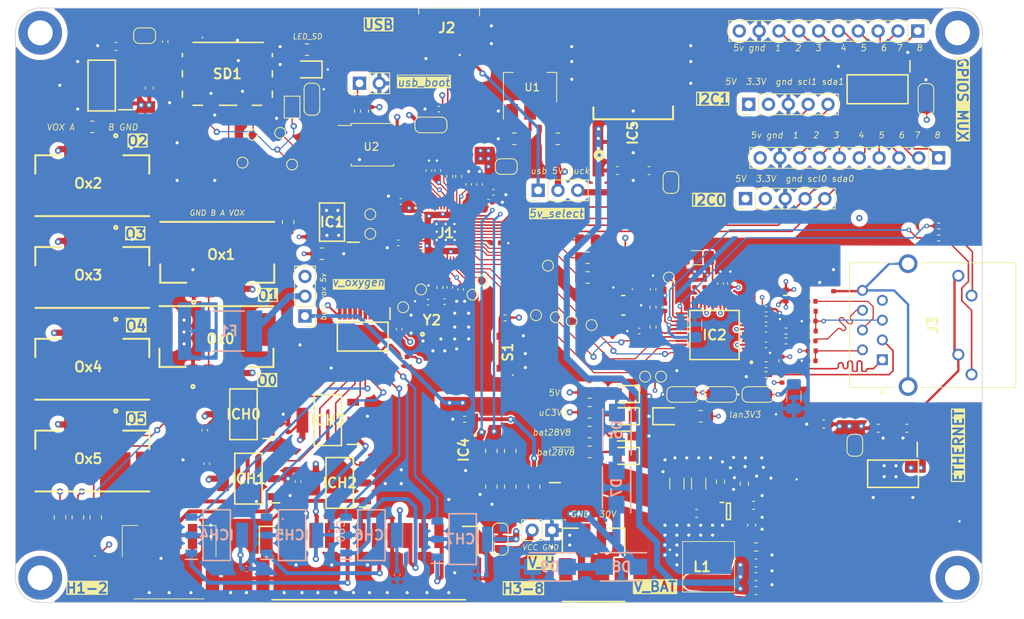
<source format=kicad_pcb>
(kicad_pcb (version 20240108) (generator "pcbnew") (generator_version "8.0")
  (title_block (comment 4 "AISLER Project ID: WHXMQAVQ"))
  (layers (0 "F.Cu" signal) (1 "In1.Cu" signal) (2 "In2.Cu" signal) (31 "B.Cu" signal) (34 "B.Paste" user) (35 "F.Paste" user) (36 "B.SilkS" user "B.Silkscreen") (37 "F.SilkS" user "F.Silkscreen") (38 "B.Mask" user) (39 "F.Mask" user) (44 "Edge.Cuts" user))
  (net 0 "")
  (net 1 "Net-(!V_BAT1-Pad1)")
  (net 2 "GND")
  (net 3 "V_Batt")
  (net 4 "Net-(BUCK1-RT)")
  (net 6 "Net-(BUCK1-SW)")
  (net 7 "Net-(BUCK1-BST)")
  (net 8 "Net-(BUCK1-SS)")
  (net 9 "Net-(BUCK1-FB)")
  (net 10 "8V{slash}3A Buck Conv")
  (net 11 "/XIN")
  (net 12 "VBUS")
  (net 13 "+3V3")
  (net 14 "+1V1")
  (net 15 "/~{USB_BOOT}")
  (net 16 "/RUN")
  (net 17 "/SWD")
  (net 18 "/SWCLK")
  (net 19 "Net-(JP1-C)")
  (net 20 "Net-(JP4-C)")
  (net 21 "Net-(LED1-K_R)")
  (net 22 "Net-(LED1-K_B)")
  (net 23 "Net-(LED1-K_G)")
  (net 24 "Net-(R17-Pad1)")
  (net 25 "Net-(R19-Pad1)")
  (net 26 "Net-(R20-Pad1)")
  (net 27 "Net-(R22-Pad1)")
  (net 28 "/H0")
  (net 29 "/H1")
  (net 30 "/H2")
  (net 31 "/H3")
  (net 32 "/H4")
  (net 33 "/H5")
  (net 34 "/H6")
  (net 35 "/H7")
  (net 37 "/MC_LED3")
  (net 38 "/MC_LED1")
  (net 39 "/MC_LED2")
  (net 40 "/QSPI_SS")
  (net 41 "/XOUT")
  (net 42 "/USB_D+")
  (net 43 "/USB_D-")
  (net 46 "/QSPI_SD1")
  (net 47 "/QSPI_SD2")
  (net 48 "/QSPI_SD0")
  (net 49 "/QSPI_SCLK")
  (net 50 "/QSPI_SD3")
  (net 51 "Net-(J1-USB_DM)")
  (net 52 "Net-(J1-USB_DP)")
  (net 53 "Net-(J1-USB_VDD)")
  (net 54 "+5V")
  (net 55 "+28V")
  (net 56 "/Vin_reg")
  (net 57 "/in+2")
  (net 66 "/in+1")
  (net 67 "/in-1")
  (net 68 "/RX1_0")
  (net 69 "/TX1_0")
  (net 70 "/miso_sd")
  (net 71 "/cs_sd")
  (net 72 "/sck_sd")
  (net 73 "/mosi_sd")
  (net 74 "/H:7")
  (net 75 "/Vs_Heat")
  (net 76 "Net-(JH1-B)")
  (net 78 "3.3V_SD")
  (net 79 "/3.3V_LAN")
  (net 80 "/mosi_lan")
  (net 81 "/miso_lan")
  (net 82 "/sck_lan")
  (net 83 "/LED_LAN_A")
  (net 84 "/LED_LAN_B")
  (net 85 "Net-(R24-Pad1)")
  (net 86 "/cs_lan")
  (net 87 "/cur_mess")
  (net 88 "/in-2")
  (net 89 "/sda0")
  (net 90 "/scl0")
  (net 91 "/sda1")
  (net 92 "/scl1")
  (net 93 "Net-(J5-Pin_1)")
  (net 94 "Net-(J5-Pin_2)")
  (net 95 "Net-(J5-Pin_3)")
  (net 96 "Net-(J5-Pin_4)")
  (net 97 "Net-(J5-Pin_5)")
  (net 98 "Net-(J5-Pin_6)")
  (net 99 "Net-(J5-Pin_7)")
  (net 100 "Net-(J5-Pin_8)")
  (net 101 "Net-(J6-Pin_1)")
  (net 102 "Net-(J6-Pin_2)")
  (net 103 "Net-(J6-Pin_3)")
  (net 104 "Net-(J6-Pin_4)")
  (net 105 "Net-(J6-Pin_5)")
  (net 106 "Net-(J6-Pin_6)")
  (net 107 "Net-(J6-Pin_7)")
  (net 108 "Net-(J6-Pin_8)")
  (net 109 "Net-(LED_OX1-K_R)")
  (net 110 "Net-(D5-K)")
  (net 111 "Net-(D8-A)")
  (net 112 "/H_1")
  (net 113 "/H_3")
  (net 114 "/H_4")
  (net 115 "/H_5")
  (net 116 "/H_6")
  (net 117 "/H_7")
  (net 118 "Net-(LED_OX1-K_B)")
  (net 119 "Net-(LED_OX1-K_G)")
  (net 120 "/Vox")
  (net 121 "Net-(3VLIN1-OUT)")
  (net 122 "Net-(3VLIN2-OUT)")
  (net 123 "Net-(JP10-A)")
  (net 124 "Net-(J5V2-Pin_2)")
  (net 125 "/H:6")
  (net 126 "/H_0")
  (net 127 "/H:0")
  (net 128 "/H:1")
  (net 129 "/H:2")
  (net 130 "/H:3")
  (net 131 "/H:4")
  (net 132 "/H:5")
  (net 133 "Net-(V_shifter1-VCCB)")
  (net 134 "Net-(V_shifter1-VCCA)")
  (net 135 "Net-(IC5-OUTPUT)")
  (net 136 "Net-(J1-GPIO14)")
  (net 137 "Net-(J1-GPIO15)")
  (net 139 "/B")
  (net 140 "/A")
  (net 141 "/H_2")
  (net 142 "/Xo")
  (net 143 "Net-(Y1-IN{slash}OUT)")
  (net 144 "Net-(IC2-1V2O)")
  (net 145 "Net-(IC2-TOCAP)")
  (net 146 "Net-(FB1-Pad1)")
  (net 147 "Net-(J3-GND)")
  (net 148 "Net-(C45-Pad2)")
  (net 150 "Net-(IC2-EXRES1)")
  (net 156 "Net-(IC2-DUPLED)")
  (net 157 "/XI")
  (net 165 "Net-(C52-Pad2)")
  (net 166 "Net-(C53-Pad1)")
  (net 167 "Net-(IC2-PMODE2)")
  (net 168 "Net-(IC2-PMODE1)")
  (net 169 "Net-(IC2-PMODE0)")
  (net 170 "Net-(C9-Pad2)")
  (net 172 "Net-(J3-Pad9)")
  (net 173 "Net-(J3-Pad11)")
  (net 174 "Net-(IC2-TXN)")
  (net 175 "Net-(IC2-TXP)")
  (net 176 "Net-(IC2-RXN)")
  (net 177 "Net-(IC2-RXP)")
  (net 178 "/RXP")
  (net 179 "/RXN")
  (net 180 "/TXP")
  (net 181 "/TXN")
  (net 182 "Net-(IC2-INTN)")
  (net 183 "Net-(J1-GPIO20)")
  (net 184 "Net-(Y2-XTAL_2)")
  (footprint "Capacitor_SMD:C_0402_1005Metric" (layer "F.Cu") (at 104.394 121.666 -90)
    (property "Reference" "C13" (hide yes))
    (property "Value" "1u" (hide yes))
  )
  (footprint "Package_TO_SOT_SMD:SOT-223-3_TabPin2" (layer "F.Cu") (at 112.268 109.22 90)
    (property "Reference" "U1")
    (property "Value" "NCP1117-3.3_SOT223" (hide yes))
  )
  (footprint "Capacitor_SMD:C_0603_1608Metric" (layer "F.Cu") (at 63.504 109.3 -90)
    (property "Reference" "C7" (hide yes))
    (property "Value" "0.47uF" (hide yes))
  )
  (footprint "Jumper:SolderJumper-3_P1.3mm_Bridged12_RoundedPad1.0x1.5mm_NumberLabels" (layer "F.Cu") (at 136.652 148.59)
    (property "Reference" "JH3" (hide yes))
    (property "Value" "Jumper_3_Bridged12")
  )
  (footprint "Capacitor_SMD:C_0402_1005Metric" (layer "F.Cu") (at 107.569 122.682)
    (property "Reference" "C48" (hide yes))
    (property "Value" "100n" (hide yes))
  )
  (footprint "Capacitor_SMD:C_0402_1005Metric" (layer "F.Cu") (at 99.187 136.765 180)
    (property "Reference" "C36" (hide yes))
    (property "Value" "15p" (hide yes))
  )
  (footprint "Capacitor_SMD:C_0402_1005Metric" (layer "F.Cu") (at 129.54 137.414 -90)
    (property "Reference" "C33" (hide yes))
    (property "Value" "0.1uF")
  )
  (footprint "Capacitor_SMD:C_0402_1005Metric" (layer "F.Cu") (at 148.336 141.732 180)
    (property "Reference" "C52" (hide yes))
    (property "Value" "6.8nF")
  )
  (footprint "MountingHole:MountingHole_3.2mm_M3_DIN965_Pad_TopBottom" (layer "F.Cu") (at 49.53 102.235)
    (property "Reference" "H1" (hide yes))
    (property "Value" "MountingHole")
  )
  (footprint "SamacSys_Parts:5023520200" (layer "F.Cu") (at 120.396 165.73)
    (property "Reference" "V_BAT1" (hide yes))
    (property "Value" "502352-0200" (hide yes))
  )
  (footprint "Resistor_SMD:R_0402_1005Metric" (layer "F.Cu") (at 142.494 138.938 180)
    (property "Reference" "R30" (hide yes))
    (property "Value" "12.4k 1%")
  )
  (footprint "Connector_PinHeader_2.54mm:PinHeader_1x05_P2.54mm_Vertical" (layer "F.Cu") (at 140.2638 111.4044 90)
    (property "Reference" "scl0" (hide yes))
    (property "Value" "Conn_01x05" (hide yes))
  )
  (footprint "Capacitor_SMD:C_0603_1608Metric" (layer "F.Cu") (at 127.508 119.888)
    (property "Reference" "C25" (hide yes))
    (property "Value" "0.1uF")
  )
  (footprint "Connector_PinHeader_2.54mm:PinHeader_1x02_P2.54mm_Vertical" (layer "F.Cu") (at 115.067 165.989 -90)
    (property "Reference" "JHVA1" (hide yes))
    (property "Value" "Conn_01x02")
  )
  (footprint "Resistor_SMD:R_0805_2012Metric_Pad1.20x1.40mm_HandSolder" (layer "F.Cu") (at 107.315 155.829 -90)
    (property "Reference" "R10" (hide yes))
    (property "Value" "1M" (hide yes))
  )
  (footprint "Capacitor_SMD:C_0603_1608Metric" (layer "F.Cu") (at 156.8544 152.92 180)
    (property "Reference" "C4" (hide yes))
    (property "Value" "33uF" (hide yes))
  )
  (footprint "Capacitor_SMD:C_1206_3216Metric_Pad1.33x1.80mm_HandSolder" (layer "F.Cu") (at 133.604 131.064)
    (property "Reference" "C31" (hide yes))
    (property "Value" "4.7uF")
  )
  (footprint "SamacSys_Parts:SOT230P700X180-4N" (layer "F.Cu") (at 158.75 158.75 -90)
    (property "Reference" "3VLIN2" (hide yes))
    (property "Value" "LM3940IMP-3.3_NOPB" (hide yes))
  )
  (footprint "Capacitor_SMD:C_0402_1005Metric" (layer "F.Cu") (at 148.336 144.272)
    (property "Reference" "C9" (hide yes))
    (property "Value" "22nF")
  )
  (footprint "Resistor_SMD:R_0805_2012Metric_Pad1.20x1.40mm_HandSolder" (layer "F.Cu") (at 119.634 131.064 180)
    (property "Reference" "R36" (hide yes))
    (property "Value" "220" (hide yes))
  )
  (footprint "SamacSys_Parts:560020-0420" (layer "F.Cu") (at 72.2 126.468195 180)
    (property "Reference" "Ox1")
    (property "Value" "560020-0420" (hide yes))
  )
  (footprint "SamacSys_Parts:ABM8G" (layer "F.Cu") (at 99.695 139.065)
    (property "Reference" "Y2")
    (property "Value" "ABM8G-12.000MHZ-4Y-T3" (hide yes))
  )
  (footprint "Connector_PinHeader_2.54mm:PinHeader_1x10_P2.54mm_Vertical" (layer "F.Cu") (at 161.92 102.0064 -90)
    (property "Reference" "J6" (hide yes))
    (property "Value" "Conn_01x10" (hide yes))
  )
  (footprint "Resistor_SMD:R_0805_2012Metric_Pad1.20x1.40mm_HandSolder" (layer "F.Cu") (at 119.888 155.956 180)
    (property "Reference" "R22" (hide yes))
    (property "Value" "12k" (hide yes))
  )
  (footprint "Resistor_SMD:R_0805_2012Metric_Pad1.20x1.40mm_HandSolder" (layer "F.Cu") (at 56.2 114.3 180)
    (property "Reference" "R23" (hide yes))
    (property "Value" "100")
  )
  (footprint "SamacSys_Parts:D2PAK-STB35NF10T4" (layer "F.Cu") (at 130.576 113.315 -90)
    (property "Reference" "IC5")
    (property "Value" "L7805ACD2T-TR" (hide yes))
  )
  (footprint "Resistor_SMD:R_0805_2012Metric_Pad1.20x1.40mm_HandSolder" (layer "F.Cu") (at 119.888 150.876 180)
    (property "Reference" "R24" (hide yes))
    (property "Value" "680")
  )
  (footprint "Resistor_SMD:R_0805_2012Metric_Pad1.20x1.40mm_HandSolder" (layer "F.Cu") (at 56.642 164.338 -90)
    (property "Reference" "R25" (hide yes))
    (property "Value" "270" (hide yes))
  )
  (footprint "Capacitor_SMD:C_0805_2012Metric" (layer "F.Cu") (at 110.236 115.824 180)
    (property "Reference" "C39" (hide yes))
    (property "Value" "10u" (hide yes))
  )
  (footprint "SamacSys_Parts:5023521210" (layer "F.Cu") (at 91.6 170.2)
    (property "Reference" "H3-8")
    (property "Value" "502352-1210" (hide yes))
  )
  (footprint "TestPoint:TestPoint_Pad_D1.0mm" (layer "F.Cu") (at 91.8 128)
    (property "Reference" "TP11" (hide yes))
    (property "Value" "TestPoint")
  )
  (footprint "TestPoint:TestPoint_Pad_D1.0mm" (layer "F.Cu") (at 129.032 146.304)
    (property "Reference" "TP17" (hide yes))
    (property "Value" "TestPoint")
  )
  (footprint "Capacitor_SMD:C_0402_1005Metric" (layer "F.Cu") (at 134.62 134.366 -90)
    (property "Reference" "C28" (hide yes))
    (property "Value" "0.1uF")
  )
  (footprint "Resistor_SMD:R_0603_1608Metric" (layer "F.Cu") (at 139.7 160.02 -90)
    (property "Reference" "R6" (hide yes))
    (property "Value" "90k")
  )
  (footprint "Capacitor_SMD:C_0402_1005Metric" (layer "F.Cu") (at 133.35 134.366 -90)
    (property "Reference" "C29" (hide yes))
    (property "Value" "10nF")
  )
  (footprint "Capacitor_SMD:C_0402_1005Metric" (layer "F.Cu") (at 105.791 121.666 90)
    (property "Reference" "C1" (hide yes))
    (property "Value" "1u" (hide yes))
  )
  (footprint "Resistor_SMD:R_0805_2012Metric_Pad1.20x1.40mm_HandSolder" (layer "F.Cu") (at 119.888 148.336 180)
    (property "Reference" "R19" (hide yes))
    (property "Value" "1500")
  )
  (footprint "Resistor_SMD:R_0805_2012Metric_Pad1.20x1.40mm_HandSolder" (layer "F.Cu") (at 83.693 104.394)
    (property "Reference" "R20" (hide yes))
    (property "Value" "680" (hide yes))
  )
  (footprint "Resistor_SMD:R_0402_1005Metric" (layer "F.Cu") (at 148.336 137.922 180)
    (property "Reference" "R38" (hide yes))
    (property "Value" "49R9 1%")
  )
  (footprint "Jumper:SolderJumper-2_P1.3mm_Bridged2Bar_RoundedPad1.0x1.5mm" (layer "F.Cu") (at 130.302 121.412 -90)
    (property "Reference" "JP5" (hide yes))
    (property "Value" "Jumper_2_Bridged" (hide yes))
  )
  (footprint "Capacitor_SMD:C_0402_1005Metric" (layer "F.Cu") (at 81.28 152.908 90)
    (property "Reference" "C55" (hide yes))
    (property "Value" "200nF")
  )
  (footprint "Resistor_SMD:R_0402_1005Metric" (layer "F.Cu") (at 145.034 140.462 180)
    (property "Reference" "R39" (hide yes))
    (property "Value" "0R")
  )
  (footprint "MountingHole:MountingHole_3.2mm_M3_DIN965_Pad_TopBottom" (layer "F.Cu") (at 167.005 172.085)
    (property "Reference" "H3" (hide yes))
    (property "Value" "MountingHole")
  )
  (footprint "Jumper:SolderJumper-3_P1.3mm_Open_RoundedPad1.0x1.5mm_NumberLabels" (layer "F.Cu") (at 84.328 110.744 -90)
    (property "Reference" "JP1" (hide yes))
    (property "Value" "SolderJumper_3_Open" (hide yes))
  )
  (footprint "Jumper:SolderJumper-3_P1.3mm_Bridged12_RoundedPad1.0x1.5mm_NumberLabels" (layer "F.Cu") (at 131.826 148.59 180)
    (property "Reference" "JH2" (hide yes))
    (property "Value" "Jumper_3_Bridged12")
  )
  (footprint "SamacSys_Parts:QFN40P700X700X90-57N-D" (layer "F.Cu") (at 101.473 127.889)
    (property "Reference" "J1")
    (property "Value" "SC0914_7_" (hide yes))
  )
  (footprint "Capacitor_SMD:C_0805_2012Metric" (layer "F.Cu") (at 85.598 130.556)
    (property "Reference" "C26" (hide yes))
    (property "Value" "1u")
  )
  (footprint "SamacSys_Parts:560020-0420" (layer "F.Cu") (at 56.2 149.259025)
    (property "Reference" "Ox4")
    (property "Value" "560020-0420" (hide yes))
  )
  (footprint "SamacSys_Parts:LTRBR37G4R4S01250" (layer "F.Cu") (at 55.372 168.91 -90)
    (property "Reference" "LED_OX1" (hide yes))
    (property "Value" "StatusLED" (hide yes))
  )
  (footprint "Resistor_SMD:R_0402_1005Metric" (layer "F.Cu") (at 144.526 144.272 90)
    (property "Reference" "R16" (hide yes))
    (property "Value" "49R9 1%")
  )
  (footprint "TestPoint:TestPoint_Pad_D1.0mm" (layer "F.Cu") (at 120.142 139.7)
    (property "Reference" "TP3" (hide yes))
    (property "Value" "TestPoint")
  )
  (footprint "Resistor_SMD:R_0402_1005Metric" (layer "F.Cu") (at 145.034 141.732 180)
    (property "Reference" "R40" (hide yes))
    (property "Value" "0R")
  )
  (footprint "SamacSys_Parts:SOP65P640X110-24N" (layer "F.Cu") (at 156.7688 109.474 -90)
    (property "Reference" "MUXH1" (hide yes))
    (property "Value" "PCA9555PW,112" (hide yes))
  )
  (footprint "Capacitor_SMD:C_0402_1005Metric" (layer "F.Cu") (at 142.494 142.24 180)
    (property "Reference" "C34" (hide yes))
    (property "Value" "0.1uF")
  )
  (footprint "Jumper:SolderJumper-3_P1.3mm_Bridged12_RoundedPad1.0x1.5mm_NumberLabels" (layer "F.Cu") (at 108.458 167.132 -90)
    (property "Reference" "JH1" (hide yes))
    (property "Value" "Jumper_3_Bridged12")
  )
  (footprint "Resistor_SMD:R_0402_1005Metric" (layer "F.Cu") (at 142.494 144.78 180)
    (property "Reference" "R33" (hide yes))
    (property "Value" "0R")
  )
  (footprint "TestPoint:TestPoint_Pad_D1.0mm" (layer "F.Cu") (at 81.788 119.126)
    (property "Reference" "TP6" (hide yes))
    (property "Value" "TestPoint")
  )
  (footprint "Capacitor_SMD:C_0402_1005Metric" (layer "F.Cu") (at 142.494 140.208 180)
    (property "Reference" "C35" (hide yes))
    (property "Value" "0.1uF")
  )
  (footprint "Capacitor_SMD:C_0402_1005Metric" (layer "F.Cu") (at 128.016 135.128 -90)
    (property "Reference" "C16" (hide yes))
    (property "Value" "18p")
  )
  (footprint "Resistor_SMD:R_0402_1005Metric" (layer "F.Cu") (at 109.0676 138.7856 180)
    (property "Reference" "R3" (hide yes))
    (property "Value" "5k" (hide yes))
  )
  (footprint "Capacitor_SMD:C_0603_1608Metric" (layer "F.Cu") (at 141.224 173.736 180)
    (property "Reference" "C21" (hide yes))
    (property "Value" "22uF" (hide yes))
  )
  (footprint "Resistor_SMD:R_0805_2012Metric_Pad1.20x1.40mm_HandSolder" (layer "F.Cu") (at 112.776 160.401 90)
    (property "Reference" "R11" (hide yes))
    (property "Value" "100k" (hide yes))
  )
  (footprint "Capacitor_SMD:C_0402_1005Metric" (layer "F.Cu") (at 107.95 129.159)
    (property "Reference" "C40" (hide yes))
    (property "Value" "100n" (hide yes))
  )
  (footprint "SamacSys_Parts:J1B1211CCD" (layer "F.Cu") (at 163.83 139.7 90)
    (property "Reference" "J3")
    (property "Value" "J1B1211CCD" (hide yes))
  )
  (footprint "Resistor_SMD:R_0402_1005Metric" (layer "F.Cu") (at 148.336 140.462 180)
    (property "Reference" "R37" (hide yes))
    (property "Value" "49R9 1%")
  )
  (footprint "SamacSys_Parts:MEM20850011500A" (layer "F.Cu") (at 73.5 107.5 180)
    (property "Reference" "SD1")
    (property "Value" "MEM20850011500A" (hide yes))
  )
  (footprint "Capacitor_SMD:C_0603_1608Metric" (layer "F.Cu") (at 140.6405 165.3415 -90)
    (property "Reference" "C17" (hide yes))
    (property "Value" "100nF" (hide yes))
  )
  (footprint "SamacSys_Parts:BLM18SP221SN1B" (layer "F.Cu") (at 145.034 135.89 90)
    (property "Reference" "FB1" (hide yes))
    (property "Value" "BLM18SP102SZ1D" (hide yes))
  )
  (footprint "Resistor_SMD:R_0402_1005Metric" (layer "F.Cu") (at 91.948 112.268 -90)
    (property "Reference" "R67" (hide yes))
    (property "Value" "10k but unessesary" (hide yes))
  )
  (footprint "Resistor_SMD:R_0402_1005Metric" (layer "F.Cu") (at 164.592 128.524)
    (property "Reference" "R15" (hide yes))
    (property "Value" "330")
  )
  (footprint "Capacitor_SMD:C_0402_1005Metric" (layer "F.Cu") (at 136.652 134.366 -90)
    (property "Reference" "C32" (hide yes))
    (property "Value" "0.1uF")
  )
  (footprint "TestPoint:TestPoint_Pad_D1.0mm" (layer "F.Cu") (at 98.298 135.128)
    (property "Reference" "TP14" (hide yes))
    (property "Value" "TestPoint")
  )
  (footprint "TestPoint:TestPoint_Pad_D1.0mm" (layer "F.Cu") (at 75.438 118.872)
    (property "Reference" "TP9" (hide yes))
    (property "Value" "TestPoint")
  )
  (footprint "Resistor_SMD:R_0603_1608Metric" (layer "F.Cu") (at 141.224 168.1355 180)
    (property "Reference" "R5" (hide yes))
    (property "Value" "10k")
  )
  (footprint "Jumper:SolderJumper-2_P1.3mm_Open_Pad1.0x1.5mm" (layer "F.Cu") (at 81.788 111.76 -90)
    (property "Reference" "JP11" (hide yes))
    (property "Value" "SolderJumper_2_Open" (hide yes))
  )
  (footprint "Resistor_SMD:R_0603_1608Metric" (layer "F.Cu") (at 136.652 159.766 90)
    (property "Reference" "R28" (hide yes))
    (property "Value" "0")
  )
  (footprint "TestPoint:TestPoint_Pad_D1.0mm" (layer "F.Cu") (at 115.57 138.684)
    (property "Reference" "TP4" (hide yes))
    (property "Value" "TestPoint")
  )
  (footprint "Resistor_SMD:R_0805_2012Metric_Pad1.20x1.40mm_HandSolder" (layer "F.Cu") (at 81.28 126.492 -90)
    (property "Reference" "R18" (hide yes))
    (property "Value" "100")
  )
  (footprint "Capacitor_SMD:C_0402_1005Metric" (layer "F.Cu") (at 126.238 140.462)
    (property "Reference" "C15" (hide yes))
    (property "Value" "18p")
  )
  (footprint "Resistor_SMD:R_0402_1005Metric" (layer "F.Cu") (at 101.981 120.65 -90)
    (property "Reference" "R1" (hide yes))
    (property "Value" "27" (hide yes))
  )
  (footprint "Capacitor_SMD:C_0402_1005Metric" (layer "F.Cu") (at 96.012 143.764 180)
    (property "Reference" "C12" (hide yes))
    (property "Value" "0.1u")
  )
  (footprint "SamacSys_Parts:LTRBR37G4R4S01250" (layer "F.Cu") (at 123.698 130.556)
    (property "Reference" "LED1" (hide yes))
    (property "Value" "StatusLED" (hide yes))
  )
  (footprint "SamacSys_Parts:435441019830" (layer "F.Cu") (at 109.2644 143.1736 -90)
    (property "Reference" "S1")
    (property "Value" "435441019830" (hide yes))
  )
  (footprint "SamacSys_Parts:RESC3216X90N" (layer "F.Cu") (at 115.443 159.893 90)
    (property "Reference" "R_shunt1" (hide yes))
    (property "Value" "1mOhm" (hide yes))
  )
  (footprint "Capacitor_SMD:C_0402_1005Metric" (layer "F.Cu") (at 100.584 112.014 180)
    (property "Reference" "C49" (hide yes))
    (property "Value" "100n" (hide yes))
  )
  (footprint "Resistor_SMD:R_0805_2012Metric_Pad1.20x1.40mm_HandSolder" (layer "F.Cu") (at 119.634 133.604)
    (property "Reference" "R34" (hide yes))
    (property "Value" "680" (hide yes))
  )
  (footprint "SamacSys_Parts:SOT230P700X180-4N" (layer "F.Cu") (at 57.404 109 180)
    (property "Reference" "3VLIN1" (hide yes))
    (property "Value" "LM3940IMP-3.3_NOPB" (hide yes))
  )
  (footprint "SamacSys_Parts:SOIC127P600X175-8N" (layer "F.Cu") (at 86.9 126.5 180)
    (property "Reference" "IC1")
    (property "Value" "MAX3485AEASA+T" (hide yes))
  )
  (footprint "Capacitor_SMD:C_0402_1005Metric" (layer "F.Cu") (at 101.981 134.874 -90)
    (property "Reference" "C44" (hide yes))
    (property "Value" "100n" (hide yes))
  )
  (footprint "SamacSys_Parts:LEDC2012X120N" (layer "F.Cu") (at 124.46 148.532 180)
    (property "Reference" "V_5V1" (hide yes))
    (property "Value" "APTD2012LCGCK" (hide yes))
  )
  (footprint "Capacitor_SMD:C_0402_1005Metric" (layer "F.Cu") (at 70.612 153.162 -90)
    (property "Reference" "C56" (hide yes))
    (property "Value" "200nF")
  )
  (footprint "TestPoint:TestPoint_Pad_D1.0mm" (layer "F.Cu") (at 113.03 138.43)
    (property "Reference" "TP5" (hide yes))
    (property "Value" "TestPoint")
  )
  (footprint "Capacitor_SMD:C_0402_1005Metric" (layer "F.Cu") (at 65.532 103.378 90)
    (property "Reference" "C41" (hide yes))
    (property "Value" "100n" (hide yes))
  )
  (footprint "TestPoint:TestPoint_Pad_D1.0mm" (layer "F.Cu") (at 117.602 139.192)
    (property "Reference" "TP2" (hide yes))
    (property "Value" "TestPoint")
  )
  (footprint "SamacSys_Parts:560020-0420" (layer "F.Cu") (at 56.2 161.022635)
    (property "Reference" "Ox5")
    (property "Value" "560020-0420" (hide yes))
  )
  (footprint "Resistor_SMD:R_0402_1005Metric" (layer "F.Cu") (at 128.016 137.414 -90)
    (property "Reference" "R29" (hide yes))
    (property "Value" "0R")
  )
  (footprint "Capacitor_SMD:C_0402_1005Metric" (layer "F.Cu") (at 103.378 135.128 -90)
    (property "Reference" "C19" (hide yes))
    (property "Value" "100n" (hide yes))
  )
  (footprint "Capacitor_SMD:C_1206_3216Metric_Pad1.33x1.80mm_HandSolder" (layer "F.Cu") (at 133.858 160.02 -90)
    (property "Reference" "C6" (hide yes))
    (property "Value" "10uF")
  )
  (footprint "Capacitor_SMD:C_0603_1608Metric" (layer "F.Cu") (at 140.8945 162.8015 180)
    (property "Reference" "C3" (hide yes))
    (property "Value" "33nF" (hide yes))
  )
  (footprint "Capacitor_SMD:C_1206_3216Metric_Pad1.33x1.80mm_HandSolder" (layer "F.Cu") (at 131.064 160.02 -90)
    (property "Reference" "C5" (hide yes))
    (property "Value" "10uF")
  )
  (footprint "SamacSys_Parts:SOTFL50P160X60-8N" (layer "F.Cu") (at 137.668 163.576)
    (property "Reference" "BUCK1" (hide yes))
    (property "Value" "TPS62933DRLR" (hide yes))
  )
  (footprint "Jumper:SolderJumper-2_P1.3mm_Bridged2Bar_RoundedPad1.0x1.5mm" (layer "F.Cu") (at 109.22 119.38 180)
    (property "Reference" "JP10" (hide yes))
    (property "Value" "Jumper_2_Bridged")
  )
  (footprint "Resistor_SMD:R_0805_2012Metric_Pad1.20x1.40mm_HandSolder" (layer "F.Cu") (at 52.07 164.338 -90)
    (property "Reference" "R4" (hide yes))
    (property "Value" "680")
  )
  (footprint "Capacitor_SMD:C_0402_1005Metric" (layer "F.Cu") (at 100.457 119.888 90)
    (property "Reference" "C47" (hide yes))
    (property "Value" "100n" (hide yes))
  )
  (footprint "Capacitor_SMD:C_0603_1608Metric" (layer "F.Cu") (at 123.444 119.888 180)
    (property "Reference" "C23" (hide yes))
    (property "Value" "0.22uF")
  )
  (footprint "Capacitor_SMD:C_0402_1005Metric" (layer "F.Cu") (at 148.336 139.192 180)
    (property "Reference" "C53" (hide yes))
    (property "Value" "10nF")
  )
  (footprint "SamacSys_Parts:SOT230P700X170-4N" (layer "F.Cu") (at 86.36 151.892 180)
    (property "Reference" "ICH3")
    (property "Value" "ITS4200S-ME-O" (hide yes))
  )
  (footprint "Resistor_SMD:R_0805_2012Metric_Pad1.20x1.40mm_HandSolder" (layer "F.Cu") (at 54.356 164.338 90)
    (property "Reference" "R26" (hide yes))
    (property "Value" "220" (hide yes))
  )
  (footprint "SamacSys_Parts:SOT230P700X170-4N" (layer "F.Cu") (at 87.884 159.9288 180)
    (property "Reference" "ICH2")
    (property "Value" "ITS4200S-ME-O" (hide yes))
  )
  (footprint "SamacSys_Parts:LEDC2012X120N" (layer "F.Cu") (at 129.794 151.384)
    (property "Reference" "V_LAN1" (hide yes))
    (property "Value" "APTD2012LCGCK" (hide yes))
  )
  (footprint "Capacitor_SMD:C_0603_1608Metric" (layer "F.Cu") (at 160.512 152.92)
    (property "Reference" "C2" (hide yes))
    (property "Value" "0.47uF" (hide yes))
  )
  (footprint "SamacSys_Parts:5023520400" (layer "F.Cu") (at 66.04 170.053)
    (property "Reference" "H1-2")
    (property "Value" "502352-0400" (hide yes))
  )
  (footprint "Capacitor_SMD:C_0603_1608Metric" (layer "F.Cu") (at 141.224 170.18 180)
    (property "Reference" "C22" (hide yes))
    (property "Value" "100nF" (hide yes))
  )
  (footprint "MountingHole:MountingHole_3.2mm_M3_DIN965_Pad_TopBottom" (layer "F.Cu") (at 49.53 172.085)
    (property "Reference" "H2" (hide yes))
    (property "Value" "MountingHole")
  )
  (footprint "Resistor_SMD:R_0805_2012Metric_Pad1.20x1.40mm_HandSolder" (layer "F.Cu") (at 119.634 128.778)
    (property "Reference" "R35" (hide yes))
    (property "Value" "270" (hide yes))
  )
  (footprint "Capacitor_SMD:C_0402_1005Metric" (layer "F.Cu") (at 101.3 136.695)
    (property "Reference" "C37" (hide yes))
    (property "Value" "15p" (hide yes))
  )
  (footprint "Resistor_SMD:R_0402_1005Metric" (layer "F.Cu") (at 128.016 139.954 -90)
    (property "Reference" "R27" (hide yes))
    (property "Value" "1M")
  )
  (footprint "Capacitor_SMD:C_0603_1608Metric" (layer "F.Cu") (at 59.204 104)
    (property "Reference" "C8" (hide yes))
    (property "Value" "33uF" (hide yes))
  )
  (footprint "SamacSys_Parts:SOP65P640X120-20N" (layer "F.Cu") (at 90.8304 141.1732 -90)
    (property "Reference" "V_shifter1" (hide yes))
    (property "Value" "TXS0108EQPWRQ1" (hide yes))
  )
  (footprint "SamacSys_Parts:QFP50P900X900X160-48N" (layer "F.Cu") (at 135.89 140.97 180)
    (property "Reference" "IC2")
    (property "Value" "W5500" (hide yes))
  )
  (footprint "Resistor_SMD:R_0402_1005Metric" (layer "F.Cu") (at 90.17 112.268 90)
    (property "Reference" "R66" (hide yes))
    (property "Value" "1k")
  )
  (footprint "Jumper:SolderJumper-3_P1.3mm_Bridged12_RoundedPad1.0x1.5mm_NumberLabels" (layer "F.Cu") (at 141.478 148.59 180)
    (property "Reference" "JH4" (hide yes))
    (property "Value" "Jumper_3_Bridged12")
  )
  (footprint "SamacSys_Parts:21745072" (layer "F.Cu") (at 101.9048 101.583 180)
    (property "Reference" "J2")
    (property "Value" "2174507-2" (hide yes))
  )
  (footprint "SamacSys_Parts:74439346068" (layer "F.Cu") (at 135.128 170.688)
    (property "Reference" "L1")
    (property "Value" "74439346068" (hide yes))
  )
  (footprint "Resistor_SMD:R_0402_1005Metric" (layer "F.Cu") (at 103.886 151.765 180)
    (property "Reference" "R12" (hide yes))
    (property "Value" "10k")
  )
  (footprint "TestPoint:TestPoint_Pad_D1.0mm" (layer "F.Cu") (at 127 146.304)
    (property "Reference" "TP16" (hide yes))
    (property "Value" "TestPoint")
  )
  (footprint "Capacitor_SMD:C_0603_1608Metric" (layer "F.Cu") (at 133.604 163.83)
    (property "Reference" "C14" (hide yes))
    (property "Value" "100nF" (hide yes))
  )
  (footprint "SamacSys_Parts:QFN50P300X300X100-17N" (layer "F.Cu") (at 103.759 155.702 -90)
    (property "Reference" "IC4")
    (property "Value" "LM324QT" (hide yes))
  )
  (footprint "Connector_PinHeader_2.54mm:PinHeader_1x10_P2.54mm_Vertical" (layer "F.Cu") (at 164.587 118.2624 -90)
    (property "Reference" "J5" (hide yes))
    (property "Value" "Conn_01x10" (hide yes))
  )
  (footprint "TestPoint:TestPoint_Pad_D1.0mm" (layer "F.Cu") (at 106.1 134 90)
    (property "Reference" "TP1" (hide yes))
    (property "Value" "TestPoint")
  )
  (footprint "Capacitor_SMD:C_0402_1005Metric" (layer "F.Cu") (at 148.336 136.652 180)
    (property "Reference" "C45" (hide yes))
    (property "Value" "6.8nF")
  )
  (footprint "Resistor_SMD:R_0805_2012Metric_Pad1.20x1.40mm_HandSolder" (layer "F.Cu") (at 109.728 160.401 -90)
    (property "Reference" "R7" (hide yes))
    (property "Value" "1k" (hide yes))
  )
  (footprint "Resistor_SMD:R_0402_1005Metric" (layer "F.Cu") (at 103.124 120.65 -90)
    (property "Reference" "R2" (hide yes))
    (property "Value" "27" (hide yes))
  )
  (footprint "TestPoint:TestPoint_Pad_D1.0mm" (layer "F.Cu") (at 130.048 133.604)
    (property "Reference" "TP15" (hide yes))
    (property "Value" "TestPoint")
  )
  (footprint "SamacSys_Parts:560020-0420" (layer "F.Cu") (at 56.2 137.495415)
    (property "Reference" "Ox3")
    (property "Value" "560020-0420" (hide yes))
  )
  (footprint "Resistor_SMD:R_0805_2012Metric_Pad1.20x1.40mm_HandSolder" (layer "F.Cu") (at 134.112 151.384)
    (property "Reference" "R17" (hide yes))
    (property "Value" "680" (hide yes))
  )
  (footprint "SamacSys_Parts:LEDM2012X120N" (layer "F.Cu") (at 124.46 153.924)
    (property "Reference" "!V_BAT1" (hide yes))
    (property "Value" "APTD2012LSURCK" (hide yes))
  )
  (footprint "Capacitor_SMD:C_0603_1608Metric" (layer "F.Cu") (at 149.86 152.4)
    (property "Reference" "C11" (hide yes))
    (property "Value" "100nF")
  )
  (footprint "Resistor_SMD:R_0805_2012Metric_Pad1.20x1.40mm_HandSolder" (layer "F.Cu") (at 119.888 153.416 180)
    (property "Reference" "R21" (hide yes))
    (property "Value" "12k" (hide yes))
  )
  (footprint "Connector_PinHeader_2.54mm:PinHeader_1x05_P2.54mm_Vertical" (layer "F.Cu") (at 139.8574 123.4948 90)
    (property "Reference" "scl1" (hide yes))
    (property "Value" "Conn_01x05" (hide yes))
  )
  (footprint "TestPoint:TestPoint_Pad_D1.0mm" (layer "F.Cu") (at 114.554 132.08)
    (property "Reference" "TP18" (hide yes))
    (property "Value" "TestPoint")
  )
  (footprint "Jumper:SolderJumper-2_P1.3mm_Bridged2Bar_RoundedPad1.0x1.5mm" (layer "F.Cu") (at 62.904 102.6)
    (property "Reference" "JP9" (hide yes))
    (property "Value" "Jumper_2_Bridged")
  )
  (footprint "Capacitor_SMD:C_0402_1005Metric" (layer "F.Cu") (at 137.922 134.366 -90)
    (property "Reference" "C30" (hide yes))
    (property "Value" "0.1uF")
  )
  (footprint "SamacSys_Parts:ECS250633B2CTPTR" (layer "F.Cu") (at 124.206 137.16 180)
    (property "Reference" "Y1" (hide yes))
    (property "Value" "ECS-250-6-33B2-CTP-TR" (hide yes))
  )
  (footprint "MountingHole:MountingHole_3.2mm_M3_DIN965_Pad_TopBottom" (layer "F.Cu") (at 167.005 102.235)
    (property "Reference" "H4" (hide yes))
    (property "Value" "MountingHole")
  )
  (footprint "Package_SO:SOIC-8_5.23x5.23mm_P1.27mm" (layer "F.Cu") (at 92.075 116.586)
    (property "Reference" "U2")
    (property "Value" "W25Q128JVS" (hide yes))
  )
  (footprint "TestPoint:TestPoint_Pad_D1.0mm" (layer "F.Cu") (at 104.9 135.8)
    (property "Reference" "TP12" (hide yes))
    (property "Value" "TestPoint")
  )
  (footprint "Resistor_SMD:R_0402_1005Metric" (layer "F.Cu") (at 144.526 146.558 -90)
    (property "Reference" "R31" (hide yes))
    (property "Value" "49R9 1%")
  )
  (footprint "Resistor_SMD:R_0402_1005Metric" (layer "F.Cu") (at 142.494 146.05 180)
    (property "Reference" "R32" (hide yes))
    (property "Value" "0R")
  )
  (footprint "Connector_PinHeader_2.54mm:PinHeader_1x03_P2.54mm_Vertical" (layer "F.Cu") (at 113.299 122.428 90)
    (property "Reference" "JB_or_U1" (hide yes))
    (property "Value" "Conn_01x03")
  )
  (footprint "SamacSys_Parts:560020-0420" (layer "F.Cu") (at 72.1 137.268195 180)
    (property "Reference" "Ox0")
    (property "Value" "560020-0420" (hide yes))
  )
  (footprint "Capacitor_SMD:C_0402_1005Metric" (layer "F.Cu") (at 99.314 119.888 90)
    (property "Reference" "C18" (hide yes))
    (property "Value" "100n" (hide yes))
  )
  (footprint "Jumper:SolderJumper-3_P1.3mm_Bridged12_RoundedPad1.0x1.5mm_NumberLabels" (layer "F.Cu") (at 162.9664 110.7948 -90)
    (property "Reference" "JP4" (hide yes))
    (property "Value" "Jumper_3_Bridged12" (hide yes))
  )
  (footprint "Capacitor_SMD:C_0603_1608Metric" (layer "F.Cu") (at 141.224 171.9455 180)
    (property "Reference" "C20" (hide yes))
    (property "Value" "22uF" (hide yes))
  )
  (footprint "Capacitor_SMD:C_0402_1005Metric" (layer "F.Cu") (at 142.494 137.654 180)
    (property "Reference" "C42" (hide yes))
    (property "Value" "0.1uF")
  )
  (footprint "Capacitor_SMD:C_0805_2012Metric" (layer "F.Cu") (at 115.824 115.824)
    (property "Reference" "C38" (hide yes))
    (property "Value" "10u" (hide yes))
  )
  (footprint "SamacSys_Parts:560020-0420" (layer "F.Cu") (at 56.2 125.731805)
    (property "Reference" "Ox2")
    (property "Value" "560020-0420" (hide yes))
  )
  (footprint "SamacSys_Parts:LEDC2012X120N" (layer "F.Cu") (at 124.46 156.464 180)
    (property "Reference" "V_BATT1" (hide yes))
    (property "Value" "APTD2012LCGCK" (hide yes))
  )
  (footprint "Capacitor_SMD:C_0402_1005Metric" (layer "F.Cu") (at 95.504 140.208 -90)
    (property "Reference" "C24" (hide yes))
    (property "Value" "0.1u")
  )
  (footprint "Resistor_SMD:R_0805_2012Metric_Pad1.20x1.40mm_HandSolder" (layer "F.Cu") (at 109.728 155.829 90)
    (property "Reference" "R9" (hide yes))
    (property "Value" "1k" (hide yes))
  )
  (footprint "Capacitor_SMD:C_0402_1005Metric" (layer "F.Cu") (at 95.377 129.159 180)
    (property "Reference" "C51" (hide yes))
    (property "Value" "100n" (hide yes))
  )
  (footprint "Capacitor_SMD:C_0402_1005Metric" (layer "F.Cu") (at 106.934 123.952)
    (property "Reference" "C46" (hide yes))
    (property "Value" "100n" (hide yes))
  )
  (footprint "SamacSys_Parts:SOT230P700X170-4N" (layer "F.Cu") (at 76.2 159.385 180)
    (property "Reference" "ICH1")
    (property "Value" "ITS4200S-ME-O" (hide yes))
  )
  (footprint "Capacitor_SMD:C_0402_1005Metric" (layer "F.Cu") (at 82.55 159.766 90)
    (property "Reference" "C57" (hide yes))
    (property "Value" "200nF")
  )
  (footprint "Jumper:SolderJumper-3_P1.3mm_Bridged12_RoundedPad1.0x1.5mm_NumberLabels" (layer "F.Cu") (at 99.568 114.046 180)
    (property "Reference" "Jvbus1" (hide yes))
    (property "Value" "Jumper_3_Bridged12")
  )
  (footprint "Resistor_SMD:R_0805_2012Metric_Pad1.20x1.40mm_HandSolder" (layer "F.Cu") (at 107.315 160.401 90)
    (property "Reference" "R8" (hide yes))
    (property "Value" "1M" (hide yes))
  )
  (footprint "Resistor_SMD:R_0402_1005Metric" (layer "F.Cu") (at 148.336 143.002 180)
    (property "Reference" "R13" (hide yes))
    (property "Value" "10R 1%")
  )
  (footprint "Jumper:SolderJumper-2_P1.3mm_Bridged2Bar_RoundedPad1.0x1.5mm" (layer "F.Cu") (at 153.8572 155.1044 90)
    (property "Reference" "JP3" (hide yes))
    (property "Value" "Jumper_2_Bridged")
  )
  (footprint "Capacitor_SMD:C_0402_1005Metric" (layer "F.Cu") (at 151.13 134.874 -90)
    (property "Reference" "C10" (hide yes))
    (property "Value" "1nF/200V")
  )
  (footprint "Connector_PinHeader_2.54mm:PinHeader_1x02_P2.54mm_Vertical" (layer "F.Cu") (at 90.419 108.712 90)
    (property "Reference" "J4" (hide yes))
    (property "Value" "Conn_01x02" (hide yes))
  )
  (footprint "LOGO" (layer "F.Cu") (at 153.924 167.64)
    (property "Reference" "G***" (hide yes))
    (property "Value" "LOGO" (hide yes))
  )
  (footprint "Connector_PinHeader_2.54mm:PinHeader_1x03_P2.54mm_Vertical" (layer "F.Cu") (at 83.439 138.542 180)
    (property "Reference" "J5V2" (hide yes))
    (property "Value" "Conn_01x03" (hide yes))
  )
  (footprint "TestPoint:TestPoint_Pad_D1.0mm" (layer "F.Cu") (at 76.708 115.316)
    (property "Reference" "TP7" (hide yes))
    (property "Value" "TestPoint")
  )
  (footprint "TestPoint:TestPoint_Pad_D1.0mm" (layer "F.Cu") (at 96.012 137.414)
    (property "Reference" "TP13" (hide yes))
    (property "Value" "TestPoint")
  )
  (footprint "Capacitor_SMD:C_0402_1005Metric" (layer "F.Cu") (at 95.7072 123.8504 180)
    (property "Reference" "C50" (hide yes))
    (property "Value" "100n" (hide yes))
  )
  (footprint "TestPoint:TestPoint_Pad_D1.0mm" (layer "F.Cu") (at 91.8 125.5)
    (property "Reference" "TP10" (hide yes))
    (property "Value" "TestPoint")
  )
  (footprint "Resistor_SMD:R_0402_1005Metric" (layer "F.Cu") (at 100.711 134.874 -90)
    (property "Reference" "R68" (hide yes))
    (property "Value" "1k" (hide yes))
  )
  (footprint "SamacSys_Parts:LEDC2012X120N" (layer "F.Cu") (at 124.46 151.384 180)
    (property "Reference" "V_uC1" (hide yes))
    (property "Value" "APTD2012LCGCK" (hide yes))
  )
  (footprint "Resistor_SMD:R_0402_1005Metric" (layer "F.Cu") (at 164.592 127)
    (property "Reference" "R14" (hide yes))
    (property "Value" "330")
  )
  (footprint "Capacitor_SMD:C_0402_1005Metric" (layer "F.Cu") (at 70.866 157.48 90)
    (property "Reference" "C54" (hide yes))
    (property "Value" "200nF")
  )
  (footprint "SamacSys_Parts:LEDC2012X120N" (layer "F.Cu") (at 83.82 106.934 180)
    (property "Reference" "V_SD1" (hide yes))
    (property "Value" "APTD2012LCGCK" (hide yes))
  )
  (footprint "SamacSys_Parts:SOT230P700X170-4N" (layer "F.Cu") (at 75.565 151.13 180)
    (property "Reference" "ICH0")
    (property "Value" "ITS4200S-ME-O" (hide yes))
  )
  (footprint "TestPoint:TestPoint_Pad_D1.0mm" (layer "F.Cu") (at 80.264 115.062)
    (property "Reference" "TP8" (hide yes))
    (property "Value" "TestPoint")
  )
  (footprint "SamacSys_Parts:SOT230P700X170-4N" (layer "B.Cu") (at 72.136 166.624)
    (property "Reference" "ICH4")
    (property "Value" "ITS4200S-ME-O" (hide yes))
  )
  (footprint "Capacitor_SMD:C_0402_1005Metric" (layer "B.Cu") (at 86.868 166.116 90)
    (property "Reference" "C60")
    (property "Value" "200nF")
  )
  (footprint "SamacSys_Parts:DIOM5336X245N" (layer "B.Cu") (at 123.3932 153.1112 90)
    (property "Reference" "D5")
    (property "Value" "D" (hide yes))
  )
  (footprint "SamacSys_Parts:SOT230P700X170-4N" (layer "B.Cu") (at 91.948 166.624)
    (property "Reference" "ICH6")
    (property "Value" "ITS4200S-ME-O" (hide yes))
  )
  (footprint "SamacSys_Parts:DIOM5336X245N" (layer "B.Cu") (at 123.3424 160.528 90)
    (property "Reference" "D7")
    (property "Value" "D" (hide yes))
  )
  (footprint "SamacSys_Parts:DIOM5336X245N" (layer "B.Cu") (at 114.808 170.688 180)
    (property "Reference" "D9")
    (property "Value" "D" (hide yes))
  )
  (footprint "Capacitor_SMD:C_0402_1005Metric" (layer "B.Cu") (at 75.946 170.942)
    (property "Reference" "C59" (hide yes))
    (property "Value" "200nF")
  )
  (footprint "Capacitor_SMD:C_1206_3216Metric_Pad1.33x1.80mm_HandSolder" (layer "B.Cu") (at 146.05 148.844 90)
    (property "Reference" "C27" (hide yes))
    (property "Value" "10uF/16V")
  )
  (footprint "SamacSys_Parts:DIOM5336X245N" (layer "B.Cu") (at 123.952 170.688 180)
    (property "Reference" "D8")
    (property "Value" "RBR2LB60BTBR1" (hide yes))
  )
  (footprint "Capacitor_SMD:C_0402_1005Metric" (layer "B.Cu") (at 95.25 171.704 -90)
    (property "Reference" "C61" (hide yes))
    (property "Value" "200nF")
  )
  (footprint "Capacitor_SMD:C_1206_3216Metric_Pad1.33x1.80mm_HandSolder" (layer "B.Cu") (at 133.35 139.7 -90)
    (property "Reference" "C43" (hide yes))
    (property "Value" "10uF/16V")
  )
  (footprint "SamacSys_Parts:MFLSMF110X2" (layer "B.Cu") (at 73.66 140.462)
    (property "Reference" "F1")
    (property "Value" "MF-LSMF110X-2" (hide yes))
  )
  (footprint "SamacSys_Parts:SOT230P700X170-4N" (layer "B.Cu") (at 81.788 166.624)
    (property "Reference" "ICH5")
    (property "Value" "ITS4200S-ME-O" (hide yes))
  )
  (footprint "SamacSys_Parts:SOT230P700X170-4N" (layer "B.Cu") (at 103.632 167.132)
    (property "Reference" "ICH7")
    (property "Value" "ITS4200S-ME-O" (hide yes))
  )
  (footprint "Capacitor_SMD:C_0402_1005Metric" (layer "B.Cu") (at 106.172 171.704 180)
    (property "Reference" "C58" (hide yes))
    (property "Value" "200nF")
  )
  (gr_line (start 49.53 175.26) (end 167.005 175.26) (stroke (width 0.1)) (layer "Edge.Cuts"))
  (gr_arc (start 49.53 175.26) (mid 47.284936 174.330064) (end 46.355 172.085) (stroke (width 0.1)) (layer "Edge.Cuts"))
  (gr_arc (start 46.355 102.235) (mid 47.284936 99.989936) (end 49.53 99.06) (stroke (width 0.1)) (layer "Edge.Cuts"))
  (gr_line (start 49.53 99.06) (end 167.005 99.06) (stroke (width 0.1)) (layer "Edge.Cuts"))
  (gr_line (start 170.18 172.085) (end 170.18 102.235) (stroke (width 0.1)) (layer "Edge.Cuts"))
  (gr_line (start 46.355 102.235) (end 46.355 172.085) (stroke (width 0.1)) (layer "Edge.Cuts"))
  (gr_arc (start 170.18 172.085) (mid 169.250064 174.330064) (end 167.005 175.26) (stroke (width 0.1)) (layer "Edge.Cuts"))
  (gr_arc (start 167.005 99.06) (mid 169.250064 99.989936) (end 170.18 102.235) (stroke (width 0.1)) (layer "Edge.Cuts"))
  (gr_text "uC3V3" (at 113.284 151.384 0) (layer "F.SilkS") (effects (font (size 0.8 0.8) (thickness 0.1) (italic yes)) (justify left bottom)))
  (gr_text "~{usb_boot}" (at 95.2 109.2 0) (layer "F.SilkS" knockout) (effects (font (size 1 1) (thickness 0.15) (italic yes)) (justify left bottom)))
  (gr_text "5v gnd  1   2   3    4   5   6  7   8" (at 138.176 104.648 0) (layer "F.SilkS") (effects (font (size 0.8 0.8) (thickness 0.1) (italic yes)) (justify left bottom)))
  (gr_text "O1" (at 78.7 135.9 0) (layer "F.SilkS" knockout) (effects (font (size 1.27 1.27) (thickness 0.254))))
  (gr_text "USB" (at 92.837 101.219 0) (layer "F.SilkS" knockout) (effects (font (size 1.27 1.27) (thickness 0.254))))
  (gr_text "bat~{28V8}" (at 113.03 156.464 0) (layer "F.SilkS") (effects (font (size 0.8 0.8) (thickness 0.1) (italic yes)) (justify left bottom)))
  (gr_text "I2C1" (at 135.636 110.744 0) (layer "F.SilkS" knockout) (effects (font (size 1.27 1.27) (thickness 0.254))))
  (gr_text "O4" (at 61.8 139.8 0) (layer "F.SilkS" knockout) (effects (font (size 1.27 1.27) (thickness 0.254))))
  (gr_text "I2C0" (at 135.128 123.698 0) (layer "F.SilkS" knockout) (effects (font (size 1.27 1.27) (thickness 0.254))))
  (gr_text "bat28V8" (at 112.522 153.924 0) (layer "F.SilkS") (effects (font (size 0.8 0.8) (thickness 0.1) (italic yes)) (justify left bottom)))
  (gr_text "O2" (at 62 116.1 0) (layer "F.SilkS" knockout) (effects (font (size 1.27 1.27) (thickness 0.254))))
  (gr_text "ETHERNET" (at 167.132 155.194 90) (layer "F.SilkS" knockout) (effects (font (size 1.27 1.27) (thickness 0.254))))
  (gr_text "GND B A VOX" (at 68.58 125.73 0) (layer "F.SilkS") (effects (font (size 0.7 0.7) (thickness 0.1) (italic yes)) (justify left bottom)))
  (gr_text "lan3V3" (at 137.668 151.638 0) (layer "F.SilkS") (effects (font (size 0.8 0.8) (thickness 0.1) (italic yes)) (justify left bottom)))
  (gr_text "5V" (at 114.554 148.844 0) (layer "F.SilkS") (effects (font (size 0.8 0.8) (thickness 0.1) (italic yes)) (justify left bottom)))
  (gr_text "v_oxygen" (at 90.3 134.2 0) (layer "F.SilkS" knockout) (effects (font (size 1 1) (thickness 0.15) (italic yes))))
  (gr_text "V_BAT" (at 128.27 173.228 0) (layer "F.SilkS" knockout) (effects (font (size 1.27 1.27) (thickness 0.254))))
  (gr_text "LED_SD" (at 81.788 103.124 0) (layer "F.SilkS") (effects (font (size 0.7 0.7) (thickness 0.1) (italic yes)) (justify left bottom)))
  (gr_text "VCC GND" (at 111.2012 168.6052 0) (layer "F.SilkS") (effects (font (size 0.7 0.7) (thickness 0.0875) (italic yes)) (justify left bottom)))
  (gr_text "usb 5V buck" (at 112.268 120.396 0) (layer "F.SilkS") (effects (font (size 0.8 0.8) (thickness 0.1) (italic yes)) (justify left bottom)))
  (gr_text "GPIOS MUX" (at 167.64 110.744 -90) (layer "F.SilkS" knockout) (effects (font (size 1.27 1.27) (thickness 0.254))))
  (gr_text "O5" (at 61.8 151.7 0) (layer "F.SilkS" knockout) (effects (font (size 1.27 1.27) (thickness 0.254))))
  (gr_text "GND  30V\n" (at 117.348 164.4 0) (layer "F.SilkS") (effects (font (size 0.8 0.8) (thickness 0.1) (italic yes)) (justify left bottom)))
  (gr_text "5V  3.3V  gnd scl0 sda0" (at 138.43 121.412 0) (layer "F.SilkS") (effects (font (size 0.8 0.8) (thickness 0.1) (italic yes)) (justify left bottom)))
  (gr_text "O0" (at 78.6 146.8 0) (layer "F.SilkS" knockout) (effects (font (size 1.27 1.27) (thickness 0.254))))
  (gr_text "V_H" (at 113.7412 170.1292 0) (layer "F.SilkS" knockout) (effects (font (size 1.27 1.27) (thickness 0.254))))
  (gr_text "VOX A       B GND" (at 50.292 114.808 0) (layer "F.SilkS") (effects (font (size 0.8 0.8) (thickness 0.1) (italic yes)) (justify left bottom)))
  (gr_text "O3" (at 61.7 128 0) (layer "F.SilkS" knockout) (effects (font (size 1.27 1.27) (thickness 0.254))))
  (gr_text "5V  3.3V  gnd scl1 sda1" (at 137.16 108.966 0) (layer "F.SilkS") (effects (font (size 0.8 0.8) (thickness 0.1) (italic yes)) (justify left bottom)))
  (gr_text "5v_select" (at 115.6 125.4 0) (layer "F.SilkS" knockout) (effects (font (size 1 1) (thickness 0.15) (italic yes))))
  (gr_text "batt vox 5v" (at 86.2 139.2 90) (layer "F.SilkS") (effects (font (size 0.7 0.7) (thickness 0.1) (italic yes)) (justify left bottom)))
  (gr_text "5v gnd  1   2   3    4   5   6  7   8" (at 140.462 115.824 0) (layer "F.SilkS") (effects (font (size 0.8 0.8) (thickness 0.1) (italic yes)) (justify left bottom)))
  (segment (start 120.888 153.416) (end 121.92 153.416) (width 0.3) (layer "F.Cu") (net 1))
  (segment (start 121.92 153.416) (end 122.428 153.924) (width 0.3) (layer "F.Cu") (net 1))
  (segment (start 122.428 153.924) (end 123.51 153.924) (width 0.3) (layer "F.Cu") (net 1))
  (segment (start 134.62 133.886) (end 134.62 132.842) (width 0.2) (layer "F.Cu") (net 2))
  (segment (start 159.737 152.92) (end 159.737 153.895) (width 0.2) (layer "F.Cu") (net 2))
  (segment (start 125.758 140.462) (end 124.714 140.462) (width 0.2) (layer "F.Cu") (net 2))
  (segment (start 100.473 132.927) (end 100.473 131.339) (width 0.15) (layer "F.Cu") (net 2))
  (segment (start 107.308488 161.407512) (end 107.315 161.401) (width 0.3) (layer "F.Cu") (net 2))
  (segment (start 144.272 138.938) (end 144.244 138.938) (width 0.2) (layer "F.Cu") (net 2))
  (segment (start 111.4044 141.0716) (end 110.1164 141.0716) (width 0.25) (layer "F.Cu") (net 2))
  (segment (start 104.394 120.015) (end 104.394 121.186) (width 0.3) (layer "F.Cu") (net 2))
  (segment (start 103.378 135.608) (end 103.378 136.144) (width 0.25) (layer "F.Cu") (net 2))
  (segment (start 147.856 139.192) (end 147.066 139.192) (width 0.15) (layer "F.Cu") (net 2))
  (segment (start 110.5054 143.3576) (end 110.0644 143.7986) (width 0.3) (layer "F.Cu") (net 2))
  (segment (start 142.974 140.208) (end 143.002 140.208) (width 0.3) (layer "F.Cu") (net 2))
  (segment (start 141.21833 142.72) (end 141.75433 143.256) (width 0.2) (layer "F.Cu") (net 2))
  (segment (start 129.54 136.934) (end 129.54 135.89) (width 0.2) (layer "F.Cu") (net 2))
  (segment (start 93.6348 159.9288) (end 92.8728 159.9288) (width 0.5) (layer "F.Cu") (net 2))
  (segment (start 98.595 136.877) (end 98.707 136.765) (width 0.2) (layer "F.Cu") (net 2))
  (segment (start 85.795 124.595) (end 86.2 125) (width 0.25) (layer "F.Cu") (net 2))
  (segment (start 138.516529 139.192) (end 138.43 139.192) (width 0.2) (layer "F.Cu") (net 2))
  (segment (start 125.542 138.11) (end 125.356 138.11) (width 0.2) (layer "F.Cu") (net 2))
  (segment (start 123.056 134.994) (end 122.936 134.874) (width 0.2) (layer "F.Cu") (net 2))
  (segment (start 98.595 138.342) (end 97.116 138.342) (width 0.2) (layer "F.Cu") (net 2))
  (segment (start 107.3912 161.4772) (end 107.315 161.401) (width 0.3) (layer "F.Cu") (net 2))
  (segment (start 138.938 148.59) (end 140.178 148.59) (width 0.2) (layer "F.Cu") (net 2))
  (segment (start 137.414 138.101471) (end 137.414 138.43) (width 0.2) (layer "F.Cu") (net 2))
  (segment (start 88.475 118.491) (end 90.424 118.491) (width 0.5) (layer "F.Cu") (net 2))
  (segment (start 147.856 144.272) (end 147.066 144.272) (width 0.15) (layer "F.Cu") (net 2))
  (segment (start 109.866 112.268) (end 109.968 112.37) (width 0.8) (layer "F.Cu") (net 2))
  (segment (start 84.188 124.595) (end 85.795 124.595) (width 0.25) (layer "F.Cu") (net 2))
  (segment (start 105.8672 161.407512) (end 107.308488 161.407512) (width 0.3) (layer "F.Cu") (net 2))
  (segment (start 123.056 136.21) (end 123.056 134.994) (width 0.2) (layer "F.Cu") (net 2))
  (segment (start 94.811896 123.8504) (end 95.2272 123.8504) (width 0.4) (layer "F.Cu") (net 2))
  (segment (start 138.938 146.304) (end 139.954 146.304) (width 0.2) (layer "F.Cu") (net 2))
  (segment (start 105.15 172.15) (end 105.15 172.85) (width 0.5) (layer "F.Cu") (net 2))
  (segment (start 86.7916 145.2) (end 87.8804 144.1112) (width 0.5) (layer "F.Cu") (net 2))
  (segment (start 86.2 126.75) (end 86.25 126.8) (width 0.2) (layer "F.Cu") (net 2))
  (segment (start 100.457 119.408) (end 100.457 118.745) (width 0.25) (layer "F.Cu") (net 2))
  (segment (start 109.439574 129.159) (end 109.474 129.193426) (width 0.5) (layer "F.Cu") (net 2))
  (segment (start 110.1524 145.1356) (end 110.0644 145.2236) (width 0.25) (layer "F.Cu") (net 2))
  (segment (start 110.8734 143.3576) (end 111.6584 143.3576) (width 0.3) (layer "F.Cu") (net 2))
  (segment (start 103.378 136.144) (end 103.886 136.652) (width 0.25) (layer "F.Cu") (net 2))
  (segment (start 74.82 105.72) (end 74.82 104.51) (width 0.4) (layer "F.Cu") (net 2))
  (segment (start 100.6048 103.908) (end 98.9298 103.908) (width 0.4) (layer "F.Cu") (net 2))
  (segment (start 103.376 151.765) (end 102.362 151.765) (width 0.5) (layer "F.Cu") (net 2))
  (segment (start 74.9 105.8) (end 74.82 105.72) (width 0.4) (layer "F.Cu") (net 2))
  (segment (start 126.492 137.16) (end 125.542 138.11) (width 0.2) (layer "F.Cu") (net 2))
  (segment (start 151.748 106.536) (end 153.1938 106.536) (width 0.4) (layer "F.Cu") (net 2))
  (segment (start 100.33 118.618) (end 100.457 118.491) (width 0.15) (layer "F.Cu") (net 2))
  (segment (start 109.508426 129.159) (end 109.474 129.193426) (width 0.4) (layer "F.Cu") (net 2))
  (segment (start 93.726 160.02) (end 93.6348 159.9288) (width 0.5) (layer "F.Cu") (net 2))
  (segment (start 74.82 103.22) (end 74.8 103.2) (width 0.4) (layer "F.Cu") (net 2))
  (segment (start 138.64 145.208) (end 138.64 146.006) (width 0.2) (layer "F.Cu") (net 2))
  (segment (start 137.414 138.43) (end 137.16 138.684) (width 0.2) (layer "F.Cu") (net 2))
  (segment (start 100.457 118.745) (end 100.33 118.618) (width 0.25) (layer "F.Cu") (net 2))
  (segment (start 143.722 137.654) (end 144.244 138.176) (width 0.3) (layer "F.Cu") (net 2))
  (segment (start 103.1048 101.233) (end 100.7048 101.233) (width 0.4) (layer "F.Cu") (net 2))
  (segment (start 142.974 143.228) (end 143.002 143.256) (width 0.2) (layer "F.Cu") (net 2))
  (segment (start 159.0438 106.536) (end 159.6938 106.536) (width 0.4) (layer "F.Cu") (net 2))
  (segment (start 94.129248 123.167752) (end 94.811896 123.8504) (width 0.4) (layer "F.Cu") (net 2))
  (segment (start 74.82 104.51) (end 74.82 103.22) (width 0.4) (layer "F.Cu") (net 2))
  (segment (start 159.737 153.895) (end 160.02 154.178) (width 0.2) (layer "F.Cu") (net 2))
  (segment (start 133.35 133.886) (end 133.35 132.842) (width 0.2) (layer "F.Cu") (net 2))
  (segment (start 108.8644 122.682) (end 109.1692 122.9868) (width 0.3) (layer "F.Cu") (net 2))
  (segment (start 98.595 138.342) (end 98.595 136.877) (width 0.2) (layer "F.Cu") (net 2))
  (segment (start 159.6938 105.3985) (end 160.3427 104.7496) (width 0.4) (layer "F.Cu") (net 2))
  (segment (start 142.974 137.654) (end 143.722 137.654) (width 0.3) (layer "F.Cu") (net 2))
  (segment (start 110.6894 143.1736) (end 110.8734 143.3576) (width 0.3) (layer "F.Cu") (net 2))
  (segment (start 60.917365 152.442635) (end 59.2 152.442635) (width 0.5) (layer "F.Cu") (net 2))
  (segment (start 110.1164 141.0716) (end 110.0644 141.1236) (width 0.25) (layer "F.Cu") (net 2))
  (segment (start 137.14 137.827471) (end 137.414 138.101471) (width 0.2) (layer "F.Cu") (net 2))
  (segment (start 107.414 123.952) (end 108.712 123.952) (width 0.3) (layer "F.Cu") (net 2))
  (segment (start 60.96 152.4) (end 60.917365 152.442635) (width 0.5) (layer "F.Cu") (net 2))
  (segment (start 94.262 129.794) (end 94.897 129.159) (width 0.4) (layer "F.Cu") (net 2))
  (segment (start 137.952 148.59) (end 138.938 148.59) (width 0.2) (layer "F.Cu") (net 2))
  (segment (start 99.247 134.62) (end 99.247 134.153) (width 0.15) (layer "F.Cu") (net 2))
  (segment (start 143.004 138.938) (end 144.272 138.938) (width 0.3) (layer "F.Cu") (net 2))
  (segment (start 110.0644 142.5486) (end 110.6894 143.1736) (width 0.3) (layer "F.Cu") (net 2))
  (segment (start 102.68 166.75) (end 102.6 166.67) (width 0.5) (layer "F.Cu") (net 2))
  (segment (start 99.314 119.408) (end 99.314 118.618) (width 0.25) (layer "F.Cu") (net 2))
  (segment (start 140.128 142.72) (end 141.21833 142.72) (width 0.2) (layer "F.Cu") (net 2))
  (segment (start 104.009 155.952) (end 103.759 155.702) (width 0.3) (layer "F.Cu") (net 2))
  (segment (start 141.75433 143.256) (end 143.002 143.256) (width 0.2) (layer "F.Cu") (net 2))
  (segment (start 97.536 136.652) (end 98.594 136.652) (width 0.4) (layer "F.Cu") (net 2))
  (segment (start 111.6584 143.3576) (end 110.5054 143.3576) (width 0.3) (layer "F.Cu") (net 2))
  (segment (start 143.002 140.208) (end 144.272 138.938) (width 0.3) (layer "F.Cu") (net 2))
  (segment (start 137.14 136.732) (end 137.14 137.827471) (width 0.2) (layer "F.Cu") (net 2))
  (segment (start 110.0644 141.1236) (end 110.0644 142.5486) (width 0.3) (layer "F.Cu") (net 2))
  (segment (start 67.48 103.97) (end 66.421 105.029) (width 0.25) (layer "F.Cu") (net 2))
  (segment (start 97.116 138.342) (end 97.028 138.43) (width 0.2) (layer "F.Cu") (net 2))
  (segment (start 107.3912 162.6616) (end 107.3912 161.4772) (width 0.3) (layer "F.Cu") (net 2))
  (segment (start 130.526 148.59) (end 129.286 148.59) (width 0.2) (layer "F.Cu") (net 2))
  (segment (start 104.009 158.3436) (end 104.009 157.202) (width 0.3) (layer "F.Cu") (net 2))
  (segment (start 125.41 153.924) (end 127.508 153.924) (width 0.3) (layer "F.Cu") (net 2))
  (segment (start 157.6294 152.92) (end 157.6294 154.0286) (width 0.2) (layer "F.Cu") (net 2))
  (segment (start 159.6938 106.536) (end 159.6938 105.3985) (width 0.4) (layer "F.Cu") (net 2))
  (segment (start 140.128 139.72) (end 139.044529 139.72) (width 0.2) (layer "F.Cu") (net 2))
  (segment (start 99.247 134.153) (end 100.473 132.927) (width 0.15) (layer "F.Cu") (net 2))
  (segment (start 98.4 136.5) (end 98.6 136.7) (width 0.15) (layer "F.Cu") (net 2))
  (segment (start 139.044529 139.72) (end 138.516529 139.192) (width 0.2) (layer "F.Cu") (net 2))
  (segment (start 68.2 103.97) (end 67.48 103.97) (width 0.25) (layer "F.Cu") (net 2))
  (segment (start 108.204 112.268) (end 109.866 112.268) (width 0.8) (layer "F.Cu") (net 2))
  (segment (start 157.6294 154.0286) (end 157.48 154.178) (width 0.2) (layer "F.Cu") (net 2))
  (segment (start 86.3 126.85) (end 86.25 126.8) (width 0.2) (layer "F.Cu") (net 2))
  (segment (start 101.78 136.695) (end 101.823 136.652) (width 0.5) (layer "F.Cu") (net 2))
  (segment (start 137.922 133.886) (end 137.922 132.842) (width 0.2) (layer "F.Cu") (net 2))
  (segment (start 128.016 134.648) (end 128.016 133.35) (width 0.2) (layer "F.Cu") (net 2))
  (segment (start 136.652 133.886) (end 136.652 132.842) (width 0.2) (layer "F.Cu") (net 2))
  (segment (start 93.98 129.794) (end 94.262 129.794) (width 0.4) (layer "F.Cu") (net 2))
  (segment (start 142.974 142.24) (end 142.974 143.228) (width 0.2) (layer "F.Cu") (net 2))
  (segment (start 138.64 146.006) (end 138.938 146.304) (width 0.2) (layer "F.Cu") (net 2))
  (segment (start 105.791 120.015) (end 105.791 121.186) (width 0.3) (layer "F.Cu") (net 2))
  (segment (start 110.0644 143.7986) (end 110.0644 145.2236) (width 0.3) (layer "F.Cu") (net 2))
  (segment (start 162.9664 109.4948) (end 162.9664 108.2548) (width 0.4) (layer "F.Cu") (net 2))
  (segment (start 108.204 115.824) (end 109.286 115.824) (width 0.8) (layer "F.Cu") (net 2))
  (segment (start 104.009 157.202) (end 104.009 155.952) (width 0.3) (layer "F.Cu") (net 2))
  (segment (start 160.3427 104.7496) (end 160.6296 104.7496) (width 0.4) (layer "F.Cu") (net 2))
  (segment (start 108.43 129.159) (end 109.439574 129.159) (width 0.5) (layer "F.Cu") (net 2))
  (segment (start 108.049 122.682) (end 108.8644 122.682) (width 0.3) (layer "F.Cu") (net 2))
  (segment (start 105.15 172.15) (end 105.212 172.212) (width 0.2) (layer "F.Cu") (net 2))
  (segment (start 87.65 126.75) (end 87.75 126.85) (width 0.2) (layer "F.Cu") (net 2))
  (segment (start 98.806 112.014) (end 100.104 112.014) (width 0.2) (layer "F.Cu") (net 2))
  (segment (start 111.6584 145.1356) (end 110.1524 145.1356) (width 0.25) (layer "F.Cu") (net 2))
  (via (at 71.4 110) (size 0.8) (drill 0.4) (layers "F.Cu" "B.Cu") (net 2))
  (via (at 77.216 160.02) (size 0.8) (drill 0.4) (layers "F.Cu" "B.Cu") (net 2))
  (via (at 80.645 151.13) (size 0.8) (drill 0.4) (layers "F.Cu" "B.Cu") (net 2))
  (via (at 117.348 166.624) (size 0.8) (drill 0.4) (layers "F.Cu" "B.Cu") (net 2))
  (via (at 129.54 165.354) (size 0.8) (drill 0.4) (layers "F.Cu" "B.Cu") (net 2))
  (via (at 104.394 141.478) (size 0.8) (drill 0.4) (layers "F.Cu" "B.Cu") (net 2))
  (via (at 109.1692 122.9868) (size 0.8) (drill 0.4) (layers "F.Cu" "B.Cu") (net 2))
  (via (at 69.088 132.588) (size 0.8) (drill 0.4) (layers "F.Cu" "B.Cu") (net 2))
  (via (at 138.3284 156.6672) (size 0.8) (drill 0.4) (layers "F.Cu" "B.Cu") (net 2))
  (via (at 136.652 132.842) (size 0.6) (drill 0.3) (layers "F.Cu" "B.Cu") (net 2))
  (via (at 56.896 103.886) (size 0.8) (drill 0.4) (layers "F.Cu" "B.Cu") (net 2))
  (via (at 117.602 104.013) (size 0.8) (drill 0.4) (layers "F.Cu" "B.Cu") (net 2))
  (via (at 66.04 173.99) (size 0.8) (drill 0.4) (layers "F.Cu" "B.Cu") (net 2))
  (via (at 149.352 134.239) (size 0.8) (drill 0.4) (layers "F.Cu" "B.Cu") (net 2))
  (via (at 115.062 168.148) (size 0.8) (drill 0.4) (layers "F.Cu" "B.Cu") (net 2))
  (via (at 129.286 158.496) (size 0.8) (drill 0.4) (layers "F.Cu" "B.Cu") (net 2))
  (via (at 100.3 128.79) (size 0.6) (drill 0.3) (layers "F.Cu" "B.Cu") (net 2))
  (via (at 134.62 132.842) (size 0.6) (drill 0.3) (layers "F.Cu" "B.Cu") (net 2))
  (via (at 85.09 173.99) (size 0.8) (drill 0.4) (layers "F.Cu" "B.Cu") (net 2))
  (via (at 104.009 158.3436) (size 0.8) (drill 0.4) (layers "F.Cu" "B.Cu") (net 2))
  (via (at 89.662 173.99) (size 0.8) (drill 0.4) (layers "F.Cu" "B.Cu") (net 2))
  (via (at 54.328 105.918) (size 0.8) (drill 0.4) (layers "F.Cu" "B.Cu") (net 2))
  (via (at 101.47 128.79) (size 0.6) (drill 0.3) (layers "F.Cu" "B.Cu") (net 2))
  (via (at 91.44 151.384) (size 0.8) (drill 0.4) (layers "F.Cu" "B.Cu") (net 2))
  (via (at 159.131 157.734) (size 0.8) (drill 0.4) (layers "F.Cu" "B.Cu") (net 2))
  (via (at 161.29 161.798) (size 0.8) (drill 0.4) (layers "F.Cu" "B.Cu") (net 2))
  (via (at 97.028 140.716) (size 0.8) (drill 0.4) (layers "F.Cu" "B.Cu") (net 2))
  (via (at 144.272 138.938) (size 0.6) (drill 0.3) (layers "F.Cu" "B.Cu") (net 2))
  (via (at 100.838 141.478) (size 0.8) (drill 0.4) (layers "F.Cu" "B.Cu") (net 2))
  (via (at 107.3912 162.6616) (size 0.8) (drill 0.4) (layers "F.Cu" "B.Cu") (net 2))
  (via (at 131.064 170.434) (size 0.8) (drill 0.4) (layers "F.Cu" "B.Cu") (net 2))
  (via (at 86.2 125) (size 0.8) (drill 0.4) (layers "F.Cu" "B.Cu") (net 2))
  (via (at 102.616 141.478) (size 0.8) (drill 0.4) (layers "F.Cu" "B.Cu") (net 2))
  (via (at 138.43 159.258) (size 0.8) (drill 0.4) (layers "F.Cu" "B.Cu") (net 2))
  (via (at 141.986 164.338) (size 0.8) (drill 0.4) (layers "F.Cu" "B.Cu") (net 2))
  (via (at 129.286 148.59) (size 0.6) (drill 0.3) (layers "F.Cu" "B.Cu") (net 2))
  (via (at 129.54 169.164) (size 0.8) (drill 0.4) (layers "F.Cu" "B.Cu") (net 2))
  (via (at 67.056 116.332) (size 0.8) (drill 0.4) (layers "F.Cu" "B.Cu") (net 2))
  (via (at 141.986 165.862) (size 0.8) (drill 0.4) (layers "F.Cu" "B.Cu") (net 2))
  (via (at 101.854 173.99) (size 0.8) (drill 0.4) (layers "F.Cu" "B.Cu") (net 2))
  (via (at 71.374 165.354) (size 0.8) (drill 0.4) (layers "F.Cu" "B.Cu") (net 2))
  (via (at 136.906 165.354) (size 0.8) (drill 0.4) (layers "F.Cu" "B.Cu") (net 2))
  (via (at 131.064 166.624) (size 0.8) (drill 0.4) (layers "F.Cu" "B.Cu") (net 2))
  (via (at 101.48 127.73) (size 0.6) (drill 0.3) (layers "F.Cu" "B.Cu") (net 2))
  (via (at 108.712 123.952) (size 0.8) (drill 0.4) (layers "F.Cu" "B.Cu") (net 2))
  (via (at 139.954 146.304) (size 0.8) (drill 0.4) (layers "F.Cu" "B.Cu") (net 2))
  (via (at 109.474 129.193426) (size 0.6) (drill 0.3) (layers "F.Cu" "B.Cu") (net 2))
  (via (at 98.806 112.014) (size 0.8) (drill 0.4) (layers "F.Cu" "B.Cu") (net 2))
  (via (at 147.066 144.272) (size 0.6) (drill 0.3) (layers "F.Cu" "B.Cu") (net 2))
  (via (at 85.852 109.474) (size 0.6) (drill 0.3) (layers "F.Cu" "B.Cu") (net 2))
  (via (at 101.346 143.002) (size 0.8) (drill 0.4) (layers "F.Cu" "B.Cu") (net 2))
  (via (at 131.064 167.894) (size 0.8) (drill 0.4) (layers "F.Cu" "B.Cu") (net 2))
  (via (at 102.58 126.75) (size 0.6) (drill 0.3) (layers "F.Cu" "B.Cu") (net 2))
  (via (at 132.842 103.886) (size 0.8) (drill 0.4) (layers "F.Cu" "B.Cu") (net 2))
  (via (at 68.834 173.99) (size 0.8) (drill 0.4) (layers "F.Cu" "B.Cu") (net 2))
  (via (at 162.9664 108.2548) (size 0.8) (drill 0.4) (layers "F.Cu" "B.Cu") (net 2))
  (via (at 90.424 118.491) (size 0.8) (drill 0.4) (layers "F.Cu" "B.Cu") (net 2))
  (via (at 138.938 148.59) (size 0.6) (drill 0.3) (layers "F.Cu" "B.Cu") (net 2))
  (via (at 71.4 166.8) (size 0.8) (drill 0.4) (layers "F.Cu" "B.Cu") (net 2))
  (via (at 97.536 136.652) (size 0.6) (drill 0.3) (layers "F.Cu" "B.Cu") (net 2))
  (via (at 134.112 166.624) (size 0.8) (drill 0.4) (layers "F.Cu" "B.Cu") (net 2))
  (via (at 125.476 117.602) (size 0.8) (drill 0.4) (layers "F.Cu" "B.Cu") (net 2))
  (via (at 156.21 161.798) (size 0.8) (drill 0.4) (layers "F.Cu" "B.Cu") (net 2))
  (via (at 124.714 140.462) (size 0.6) (drill 0.3) (layers "F.Cu" "B.Cu") (net 2))
  (via (at 141.986 161.544) (size 0.8) (drill 0.4) (layers "F.Cu" "B.Cu") (net 2))
  (via (at 127.508 153.924) (size 0.8) (drill 0.4) (layers "F.Cu" "B.Cu") (net 2))
  (via (at 102.87 136.652) (size 0.8) (drill 0.4) (layers "F.Cu" "B.Cu") (net 2))
  (via (at 143.256 169.164) (size 0.8) (drill 0.4) (layers "F.Cu" "B.Cu") (net 2))
  (via (at 143.256 172.974) (size 0.8) (drill 0.4) (layers "F.Cu" "B.Cu") (net 2))
  (via (at 74.8 103.2) (size 0.8) (drill 0.4) (layers "F.Cu" "B.Cu") (net 2))
  (via (at 125.476 121.158) (size 0.8) (drill 0.4) (layers "F.Cu" "B.Cu") (net 2))
  (via (at 111.6584 143.3576) (size 0.8) (drill 0.4) (layers "F.Cu" "B.Cu") (net 2))
  (via (at 100.33 118.618) (size 0.6) (drill 0.3) (layers "F.Cu" "B.Cu") (net 2))
  (via (at 98.552 141.732) (size 0.8) (drill 0.4) (layers "F.Cu" "B.Cu") (net 2))
  (via (at 75.438 109.728) (size 0.8) (drill 0.4) (layers "F.Cu" "B.Cu") (net 2))
  (via (at 107.315 101.346) (size 0.8) (drill 0.4) (layers "F.Cu" "B.Cu") (net 2))
  (via (at 81.534 161.544) (size 0.8) (drill 0.4) (layers "F.Cu" "B.Cu") (net 2))
  (via (at 108.204 112.268) (size 0.8) (drill 0.4) (layers "F.Cu" "B.Cu") (net 2))
  (via (at 104.394 120.015) (size 0.8) (drill 0.4) (layers "F.Cu" "B.Cu") (net 2))
  (via (at 86.25 128.2) (size 0.8) (drill 0.4) (layers "F.Cu" "B.Cu") (net 2))
  (via (at 143.002 143.256) (size 0.6) (drill 0.3) (layers "F.Cu" "B.Cu") (net 2))
  (via (at 104.394 138.176) (size 0.8) (drill 0.4) (layers "F.Cu" "B.Cu") (net 2))
  (via (at 77.216 162.306) (size 0.8) (drill 0.4) (layers "F.Cu" "B.Cu") (net 2))
  (via (at 87.376 173.99) (size 0.8) (drill 0.4) (layers "F.Cu" "B.Cu") (net 2))
  (via (at 67.818 156.972) (size 0.8) (drill 0.4) (layers "F.Cu" "B.Cu") (net 2))
  (via (at 105.791 120.015) (size 0.8) (drill 0.4) (layers "F.Cu" "B.Cu") (net 2))
  (via (at 99.247 134.62) (size 0.6) (drill 0.3) (layers "F.Cu" "B.Cu") (net 2))
  (via (at 135.382 156.718) (size 0.8) (drill 0.4) (layers "F.Cu" "B.Cu") (net 2))
  (via (at 142.1384 157.9372) (size 0.8) (drill 0.4) (layers "F.Cu" "B.Cu") (net 2))
  (via (at 67.056 121.158) (size 0.8) (drill 0.4) (layers "F.Cu" "B.Cu") (net 2))
  (via (at 101.854 162.052) (size 0.8) (drill 0.4) (layers "F.Cu" "B.Cu") (net 2))
  (via (at 147.701 152.4) (size 0.8) (drill 0.4) (layers "F.Cu" "B.Cu") (net 2))
  (via (at 93.98 173.99) (size 0.8) (drill 0.4) (layers "F.Cu" "B.Cu") (net 2))
  (via (at 132.588 165.354) (size 0.8) (drill 0.4) (layers "F.Cu" "B.Cu") (net 2))
  (via (at 83.566 163.83) (size 0.8) (drill 0.4) (layers "F.Cu" "B.Cu") (net 2))
  (via (at 111.4044 141.0716) (size 0.8) (drill 0.4) (layers "F.Cu" "B.Cu") (net 2))
  (via (at 86.868 170.434) (size 0.8) (drill 0.4) (layers "F.Cu" "B.Cu") (net 2))
  (via (at 91.44 170.434) (size 0.8) (drill 0.4) (layers "F.Cu" "B.Cu") (net 2))
  (via (at 87.65 125) (size 0.8) (drill 0.4) (layers "F.Cu" "B.Cu") (net 2))
  (via (at 151.13 132.588) (size 0.8) (drill 0.4) (layers "F.Cu" "B.Cu") (net 2))
  (via (at 52.042 108.966) (size 0.8) (drill 0.4) (layers "F.Cu" "B.Cu") (net 2))
  (via (at 104.394 139.954) (size 0.8) (drill 0.4) (layers "F.Cu" "B.Cu") (net 2))
  (via (at 61.2 117) (size 0.8) (drill 0.4) (layers "F.Cu" "B.Cu") (net 2))
  (via (at 136.906 157.226) (size 0.8) (drill 0.4) (layers "F.Cu" "B.Cu") (net 2))
  (via (at 99.822 143.002) (size 0.8) (drill 0.4) (layers "F.Cu" "B.Cu") (net 2))
  (via (at 111.6584 145.1356) (size 0.8) (drill 0.4) (layers "F.Cu" "B.Cu") (net 2))
  (via (at 143.764 151.13) (size 0.6) (drill 0.3) (layers "F.Cu" "B.Cu") (net 2))
  (via (at 128.016 133.35) (size 0.6) (drill 0.3) (layers "F.Cu" "B.Cu") (net 2))
  (via (at 71.882 121.158) (size 0.8) (drill 0.4) (layers "F.Cu" "B.Cu") (net 2))
  (via (at 103.886 136.652) (size 0.8) (drill 0.4) (layers "F.Cu" "B.Cu") (net 2))
  (via (at 129.54 156.972) (size 0.8) (drill 0.4) (layers "F.Cu" "B.Cu") (net 2))
  (via (at 74.9 105.8) (size 0.8) (drill 0.4) (layers "F.Cu" "B.Cu") (net 2))
  (via (at 157.607 159.131) (size 0.8) (drill 0.4) (layers "F.Cu" "B.Cu") (net 2))
  (via (at 129.54 166.624) (size 0.8) (drill 0.4) (layers "F.Cu" "B.Cu") (net 2))
  (via (at 97.028 138.43) (size 0.8) (drill 0.4) (layers "F.Cu" "B.Cu") (net 2))
  (via (at 125.476 115.824) (size 0.8) (drill 0.4) (layers "F.Cu" "B.Cu") (net 2))
  (via (at 133.858 156.718) (size 0.8) (drill 0.4) (layers "F.Cu" "B.Cu") (net 2))
  (via (at 139.8524 156.718) (size 0.8) (drill 0.4) (layers "F.Cu" "B.Cu") (net 2))
  (via (at 137.922 157.988) (size 0.8) (drill 0.4) (layers "F.Cu" "B.Cu") (net 2))
  (via (at 132.842 105.918) (size 0.8) (drill 0.4) (layers "F.Cu" "B.Cu") (net 2))
  (via (at 86.35762 106.933841) (size 0.6) (drill 0.3) (layers "F.Cu" "B.Cu") (net 2))
  (via (at 61.5 140.5) (size 0.8) (drill 0.4) (layers "F.Cu" "B.Cu") (net 2))
  (via (at 60.96 152.4) (size 0.8) (drill 0.4) (layers "F.Cu" "B.Cu") (net 2))
  (via (at 100.28 126.75) (size 0.6) (drill 0.3) (layers "F.Cu" "B.Cu") (net 2))
  (via (at 144.244 138.176) (size 0.6) (drill 0.3) (layers "F.Cu" "B.Cu") (net 2))
  (via (at 126.492 137.16) (size 0.6) (drill 0.3) (layers "F.Cu" "B.Cu") (net 2))
  (via (at 132.842 108.712) (size 0.8) (drill 0.4) (layers "F.Cu" "B.Cu") (net 2))
  (via (at 151.748 106.536) (size 0.8) (drill 0.4) (layers "F.Cu" "B.Cu") (net 2))
  (via (at 135.636 165.354) (size 0.8) (drill 0.4) (layers "F.Cu" "B.Cu") (net 2))
  (via (at 134.112 165.354) (size 0.8) (drill 0.4) (layers "F.Cu" "B.Cu") (net 2))
  (via (at 131.064 169.164) (size 0.8) (drill 0.4) (layers "F.Cu" "B.Cu") (net 2))
  (via (at 94.129248 123.167752) (size 0.8) (drill 0.4) (layers "F.Cu" "B.Cu") (net 2))
  (via (at 143.1036 159.3088) (size 0.8) (drill 0.4) (layers "F.Cu" "B.Cu") (net 2))
  (via (at 79.8 113.2) (size 0.8) (drill 0.4) (layers "F.Cu" "B.Cu") (net 2))
  (via (at 125.476 112.268) (size 0.8) (drill 0.4) (layers "F.Cu" "B.Cu") (net 2))
  (via (at 130.81 156.718) (size 0.8) (drill 0.4) (layers "F.Cu" "B.Cu") (net 2))
  (via (at 160.02 154.178) (size 0.8) (drill 0.4) (layers "F.Cu" "B.Cu") (net 2))
  (via (at 132.334 156.718) (size 0.8) (drill 0.4) (layers "F.Cu" "B.Cu") (net 2))
  (via (at 86.25 126.8) (size 0.8) (drill 0.4) (layers "F.Cu" "B.Cu") (net 2))
  (via (at 80.772 173.99) (size 0.8) (drill 0.4) (layers "F.Cu" "B.Cu") (net 2))
  (via (at 73.4 108) (size 0.8) (drill 0.4) (layers "F.Cu" "B.Cu") (net 2))
  (via (at 132.588 166.624) (size 0.8) (drill 0.4) (layers "F.Cu" "B.Cu") (net 2))
  (via (at 146.399998 159.465174) (size 0.6) (drill 0.3) (layers "F.Cu" "B.Cu") (net 2))
  (via (at 98.933 105.537) (size 0.8) (drill 0.4) (layers "F.Cu" "B.Cu") (net 2))
  (via (at 131.064 145.542) (size 0.8) (drill 0.4) (layers "F.Cu" "B.Cu") (net 2))
  (via (at 80.264 106.299) (size 0.8) (drill 0.4) (layers "F.Cu" "B.Cu") (net 2))
  (via (at 117.602 105.918) (size 0.8) (drill 0.4) (layers "F.Cu" "B.Cu") (net 2))
  (via (at 99.06 173.99) (size 0.8) (drill 0.4) (layers "F.Cu" "B.Cu") (net 2))
  (via (at 102.362 151.765) (size 0.8) (drill 0.4) (layers "F.Cu" "B.Cu") (net 2))
  (via (at 63.5 173.99) (size 0.8) (drill 0.4) (layers "F.Cu" "B.Cu") (net 2))
  (via (at 129.54 167.894) (size 0.8) (drill 0.4) (layers "F.Cu" "B.Cu") (net 2))
  (via (at 95.758 158.242) (size 0.8) (drill 0.4) (layers "F.Cu" "B.Cu") (net 2))
  (via (at 91.694 173.99) (size 0.8) (drill 0.4) (layers "F.Cu" "B.Cu") (net 2))
  (via (at 88.392 130.556) (size 0.8) (drill 0.4) (layers "F.Cu" "B.Cu") (net 2))
  (via (at 82.804 142.24) (size 0.8) (drill 0.4) (layers "F.Cu" "B.Cu") (net 2))
  (via (at 102.616 138.176) (size 0.8) (drill 0.4) (layers "F.Cu" "B.Cu") (net 2))
  (via (at 139.8016 157.8356) (size 0.8) (drill 0.4) (layers "F.Cu" "B.Cu") (net 2))
  (via (at 102.87 142.748) (size 0.8) (drill 0.4) (layers "F.Cu" "B.Cu") (net 2))
  (via (at 122.936 134.874) (size 0.6) (drill 0.3) (layers "F.Cu" "B.Cu") (net 2))
  (via (at 82.296 170.434) (size 0.8) (drill 0.4) (layers "F.Cu" "B.Cu") (net 2))
  (via (at 159.131 159.131) (size 0.8) (drill 0.4) (layers "F.Cu" "B.Cu") (net 2))
  (via (at 99.314 118.618) (size 0.6) (drill 0.3) (layers "F.Cu" "B.Cu") (net 2))
  (via (at 135.636 166.624) (size 0.8) (drill 0.4) (layers "F.Cu" "B.Cu") (net 2))
  (via (at 96.52 173.99) (size 0.8) (drill 0.4) (layers "F.Cu" "B.Cu") (net 2))
  (via (at 75.946 173.99) (size 0.8) (drill 0.4) (layers "F.Cu" "B.Cu") (net 2))
  (via (at 127.508 151.384) (size 0.8) (drill 0.4) (layers "F.Cu" "B.Cu") (net 2))
  (via (at 93.98 129.794) (size 0.8) (drill 0.4) (layers "F.Cu" "B.Cu") (net 2))
  (via (at 133.35 132.842) (size 0.6) (drill 0.3) (layers "F.Cu" "B.Cu") (net 2))
  (via (at 87.75 128.2) (size 0.8) (drill 0.4) (layers "F.Cu" "B.Cu") (net 2))
  (via (at 167.259 164.846) (size 0.6) (drill 0.3) (layers "F.Cu" "B.Cu") (net 2))
  (via (at 117.348 167.894) (size 0.8) (drill 0.4) (layers "F.Cu" "B.Cu") (net 2))
  (via (at 141.9352 156.718) (size 0.8) (drill 0.4) (layers "F.Cu" "B.Cu") (net 2))
  (via (at 147.066 139.192) (size 0.6) (drill 0.3) (layers "F.Cu" "B.Cu") (net 2))
  (via (at 102.6 128.79) (size 0.6) (drill 0.3) (layers "F.Cu" "B.Cu") (net 2))
  (via (at 137.922 132.842) (size 0.6) (drill 0.3) (layers "F.Cu" "B.Cu") (net 2))
  (via (at 157.607 157.734) (size 0.8) (drill 0.4) (layers "F.Cu" "B.Cu") (net 2))
  (via (at 95.758 160.02) (size 0.8) (drill 0.4) (layers "F.Cu" "B.Cu") (net 2))
  (via (at 61.3 128.7) (size 0.8) (drill 0.4) (layers "F.Cu" "B.Cu") (net 2))
  (via (at 71.882 112.776) (size 0.8) (drill 0.4) (layers "F.Cu" "B.Cu") (net 2))
  (via (at 80.264 104.013) (size 0.8) (drill 0.4) (layers "F.Cu" "B.Cu") (net 2))
  (via (at 143.256 171.196) (size 0.8) (drill 0.4) (layers "F.Cu" "B.Cu") (net 2))
  (via (at 107.315 103.632) (size 0.8) (drill 0.4) (layers "F.Cu" "B.Cu") (net 2))
  (via (at 108.204 115.824) (size 0.8) (drill 0.4) (layers "F.Cu" "B.Cu") (net 2))
  (via (at 81.28 159.385) (size 0.8) (drill 0.4) (layers "F.Cu" "B.Cu") (net 2))
  (via (at 125.476 114.046) (size 0.8) (drill 0.4) (layers "F.Cu" "B.Cu") (net 2))
  (via (at 66.1 111.2) (size 0.8) (drill 0.4) (layers "F.Cu" "B.Cu") (net 2))
  (via (at 100.31 127.73) (size 0.6) (drill 0.3) (layers "F.Cu" "B.Cu") (net 2))
  (via (at 157.48 154.178) (size 0.8) (drill 0.4) (layers "F.Cu" "B.Cu") (net 2))
  (via (at 101.45 126.75) (size 0.6) (drill 0.3) (layers "F.Cu" "B.Cu") (net 2))
  (via (at 73.914 173.99) (size 0.8) (drill 0.4) (layers "F.Cu" "B.Cu") (net 2))
  (via (at 160.6296 104.7496) (size 0.8) (drill 0.4) (layers "F.Cu" "B.Cu") (net 2))
  (via (at 65 169.6) (size 0.8) (drill 0.4) (layers "F.Cu" "B.Cu") (net 2))
  (via (at 86.7916 145.2) (size 0.8) (drill 0.4) (layers "F.Cu" "B.Cu") (net 2))
  (via (at 102.61 127.73) (size 0.6) (drill 0.3) (layers "F.Cu" "B.Cu") (net 2))
  (via (at 54.328 112.014) (size 0.8) (drill 0.4) (layers "F.Cu" "B.Cu") (net 2))
  (via (at 102.616 171.45) (size 0.8) (drill 0.4) (layers "F.Cu" "B.Cu") (net 2))
  (via (at 117.602 108.204) (size 0.8) (drill 0.4) (layers "F.Cu" "B.Cu") (net 2))
  (via (at 87.75 126.85) (size 0.8) (drill 0.4) (layers "F.Cu" "B.Cu") (net 2))
  (via (at 138.329812 160.754094) (size 0.8) (drill 0.4) (layers "F.Cu" "B.Cu") (net 2))
  (via (at 83.058 173.99) (size 0.8) (drill 0.4) (layers "F.Cu" "B.Cu") (net 2))
  (via (at 131.064 165.354) (size 0.8) (drill 0.4) (layers "F.Cu" "B.Cu") (net 2))
  (via (at 105.8672 161.407512) (size 0.8) (drill 0.4) (layers "F.Cu" "B.Cu") (net 2))
  (via (at 127.508 148.844) (size 0.8) (drill 0.4) (layers "F.Cu" "B.Cu") (net 2))
  (via (at 129.54 135.89) (size 0.6) (drill 0.3) (layers "F.Cu" "B.Cu") (net 2))
  (via (at 93.726 160.02) (size 0.8) (drill 0.4) (layers "F.Cu" "B.Cu") (net 2))
  (via (at 141.2748 159.0548) (size 0.8) (drill 0.4) (layers "F.Cu" "B.Cu") (net 2))
  (via (at 102.616 139.954) (size 0.8) (drill 0.4) (layers "F.Cu" "B.Cu") (net 2))
  (segment (start 86.868 165.636) (end 86.868 164.338) (width 0.2) (layer "B.Cu") (net 2))
  (segment (start 76.426 170.942) (end 76.426 169.7) (width 0.2) (layer "B.Cu") (net 2))
  (segment (start 146.0885 150.368) (end 146.05 150.4065) (width 0.5) (layer "B.Cu") (net 2))
  (segment (start 76.426 170.942) (end 77.978 170.942) (width 0.2) (layer "B.Cu") (net 2))
  (segment (start 77.978 170.942) (end 78.232 171.196) (width 0.2) (layer "B.Cu") (net 2))
  (segment (start 146.05 150.4065) (end 144.4875 150.4065) (width 0.5) (layer "B.Cu") (net 2))
  (segment (start 86.868 165.636) (end 87.71 165.636) (width 0.2) (layer "B.Cu") (net 2))
  (segment (start 76.426 169.7) (end 76.454 169.672) (width 0.2) (layer "B.Cu") (net 2))
  (segment (start 144.4875 150.4065) (end 143.764 151.13) (width 0.5) (layer "B.Cu") (net 2))
  (segment (start 87.71 165.636) (end 88.698 166.624) (width 0.2) (layer "B.Cu") (net 2))
  (via (at 118.46022 163.907492) (size 0.8) (drill 0.4) (layers "F.Cu" "B.Cu") (net 3))
  (via (at 119.6848 163.8808) (size 0.8) (drill 0.4) (layers "F.Cu" "B.Cu") (net 3))
  (via (at 117.4496 163.8808) (size 0.8) (drill 0.4) (layers "F.Cu" "B.Cu") (net 3))
  (segment (start 118.7704 163.597312) (end 118.46022 163.907492) (width 0.3) (layer "B.Cu") (net 3))
  (segment (start 117.4496 163.8808) (end 119.3448 163.8808) (width 0.8) (layer "B.Cu") (net 3))
  (segment (start 123.3424 162.728) (end 123.3424 167.8784) (width 1) (layer "B.Cu") (net 3))
  (segment (start 123.3424 167.8784) (end 126.152 170.688) (width 1) (layer "B.Cu") (net 3))
  (segment (start 119.3448 163.8808) (end 123.3424 167.8784) (width 0.8) (layer "B.Cu") (net 3))
  (segment (start 143.002 167.1825) (end 143.002 161.544) (width 0.2) (layer "F.Cu") (net 9))
  (segment (start 142.049 168.1355) (end 143.002 167.1825) (width 0.2) (layer "F.Cu") (net 9))
  (segment (start 142.049 160.591) (end 140.716 160.591) (width 0.2) (layer "F.Cu") (net 9))
  (segment (start 143.002 161.544) (end 142.049 160.591) (width 0.2) (layer "F.Cu") (net 9))
  (segment (start 122.823 116.332) (end 122.936 116.219) (width 0.8) (layer "F.Cu") (net 10))
  (via (at 139.192 170.434) (size 0.8) (drill 0.4) (layers "F.Cu" "B.Cu") (net 10))
  (via (at 121.031 114.554) (size 0.8) (drill 0.4) (layers "F.Cu" "B.Cu") (net 10))
  (via (at 139.192 171.958) (size 0.8) (drill 0.4) (layers "F.Cu" "B.Cu") (net 10))
  (via (at 121.0056 115.7732) (size 0.8) (drill 0.4) (layers "F.Cu" "B.Cu") (net 10))
  (via (at 121.0056 118.618) (size 0.8) (drill 0.4) (layers "F.Cu" "B.Cu") (net 10))
  (via (at 139.192 173.482) (size 0.8) (drill 0.4) (layers "F.Cu" "B.Cu") (net 10))
  (via (at 121.0056 117.0432) (size 0.8) (drill 0.4) (layers "F.Cu" "B.Cu") (net 10))
  (segment (start 138.446 172.704) (end 137.668 172.704) (width 0.8) (layer "B.Cu") (net 10))
  (segment (start 121.0056 127.0254) (end 121.0056 118.618) (width 0.8) (layer "B.Cu") (net 10))
  (segment (start 139.192 171.958) (end 139.192 170.434) (width 0.8) (layer "B.Cu") (net 10))
  (segment (start 121.0056 118.618) (end 121.0056 117.0432) (width 0.8) (layer "B.Cu") (net 10))
  (segment (start 126.238 148.844) (end 123.952 146.558) (width 0.8) (layer "B.Cu") (net 10))
  (segment (start 121.0056 115.7732) (end 121.0056 114.5794) (width 0.8) (layer "B.Cu") (net 10))
  (segment (start 137.668 172.704) (end 130.649786 172.704) (width 0.8) (layer "B.Cu") (net 10))
  (segment (start 116.967 143.891) (end 116.967 131.064) (width 0.8) (layer "B.Cu") (net 10))
  (segment (start 139.192 171.958) (end 138.446 172.704) (width 0.8) (layer "B.Cu") (net 10))
  (segment (start 121.0056 114.5794) (end 121.031 114.554) (width 0.8) (layer "B.Cu") (net 10))
  (segment (start 137.668 172.704) (end 138.414 172.704) (width 0.8) (layer "B.Cu") (net 10))
  (segment (start 116.967 131.064) (end 121.0056 127.0254) (width 0.8) (layer "B.Cu") (net 10))
  (segment (start 123.952 146.558) (end 119.634 146.558) (width 0.8) (layer "B.Cu") (net 10))
  (segment (start 121.0056 115.7732) (end 121.0056 117.0432) (width 0.8) (layer "B.Cu") (net 10))
  (segment (start 128.524 167.582186) (end 126.238 165.296186) (width 0.8) (layer "B.Cu") (net 10))
  (segment (start 138.414 172.704) (end 139.192 173.482) (width 0.8) (layer "B.Cu") (net 10))
  (segment (start 119.634 146.558) (end 116.967 143.891) (width 0.8) (layer "B.Cu") (net 10))
  (segment (start 126.238 165.296186) (end 126.238 148.844) (width 0.8) (layer "B.Cu") (net 10))
  (segment (start 128.524 170.578214) (end 128.524 167.582186) (width 0.8) (layer "B.Cu") (net 10))
  (segment (start 130.649786 172.704) (end 128.524 170.578214) (width 0.8) (layer "B.Cu") (net 10))
  (segment (start 99.822 136.61) (end 99.667 136.765) (width 0.15) (layer "F.Cu") (net 11))
  (segment (start 99.822 134.1755) (end 100.873 133.1245) (width 0.15) (layer "F.Cu") (net 11))
  (segment (start 99.695 139.559) (end 99.695 136.793) (width 0.15) (layer "F.Cu") (net 11))
  (segment (start 99.822 134.1755) (end 99.822 136.61) (width 0.15) (layer "F.Cu") (net 11))
  (segment (start 100.873 133.1245) (end 100.873 131.339) (width 0.15) (layer "F.Cu") (net 11))
  (segment (start 98.845 140.409) (end 99.695 139.559) (width 0.15) (layer "F.Cu") (net 11))
  (segment (start 103.2048 103.908) (end 103.2048 104.346786) (width 0.3) (layer "F.Cu") (net 12))
  (segment (start 106.172 107.313986) (end 103.2048 104.346786) (width 0.4) (layer "F.Cu") (net 12))
  (segment (start 106.172 107.442) (end 106.172 107.313986) (width 0.4) (layer "F.Cu") (net 12))
  (via (at 106.172 107.442) (size 0.8) (drill 0.4) (layers "F.Cu" "B.Cu") (net 12))
  (segment (start 106.300014 107.442) (end 113.299 114.440986) (width 0.4) (layer "B.Cu") (net 12))
  (segment (start 106.172 107.442) (end 106.300014 107.442) (width 0.4) (layer "B.Cu") (net 12))
  (segment (start 113.299 114.440986) (end 113.299 122.428) (width 0.4) (layer "B.Cu") (net 12))
  (segment (start 95.504 140.688) (end 95.75838 140.688) (width 0.25) (layer "F.Cu") (net 13))
  (segment (start 109.6284 138.7348) (end 109.5776 138.7856) (width 0.3) (layer "F.Cu") (net 13))
  (segment (start 56.872525 169.31) (end 58.355 167.827525) (width 0.2) (layer "F.Cu") (net 13))
  (segment (start 99.06 125.603) (end 98.746 125.289) (width 0.15) (layer "F.Cu") (net 13))
  (segment (start 101.673 130.375) (end 101.6 130.302) (width 0.15) (layer "F.Cu") (net 13))
  (segment (start 104.923 128.889) (end 107.2 128.889) (width 0.2) (layer "F.Cu") (net 13))
  (segment (start 101.673 125.657) (end 101.6508 125.6792) (width 0.2) (layer "F.Cu") (net 13))
  (segment (start 104.923 128.889) (end 103.997 128.889) (width 0.15) (layer "F.Cu") (net 13))
  (segment (start 95.25 114.256) (end 95.675 114.681) (width 0.4) (layer "F.Cu") (net 13))
  (segment (start 100.562 121.412) (end 101.673 122.523) (width 0.15) (layer "F.Cu") (net 13))
  (segment (start 96.127 128.889) (end 99.089 128.889) (width 0.2) (layer "F.Cu") (net 13))
  (segment (start 101.673 122.523) (end 101.673 124.439) (width 0.15) (layer "F.Cu") (net 13))
  (segment (start 100.576233 121.426233) (end 100.584 121.434) (width 0.15) (layer "F.Cu") (net 13))
  (segment (start 83.312 130.556) (end 84.648 130.556) (width 0.4) (layer "F.Cu") (net 13))
  (segment (start 101.027 110.236) (end 101.027 110.679) (width 0.2) (layer "F.Cu") (net 13))
  (segment (start 95.25 113.03) (end 95.25 114.256) (width 0.4) (layer "F.Cu") (net 13))
  (segment (start 101.673 133.423) (end 101.673 131.339) (width 0.15) (layer "F.Cu") (net 13))
  (segment (start 101.064 112.014) (end 101.064 113.596) (width 0.2) (layer "F.Cu") (net 13))
  (segment (start 82.677 128.397) (end 84.18 128.397) (width 0.4) (layer "F.Cu") (net 13))
  (segment (start 100.584 121.434) (end 100.584 121.412) (width 0.15) (layer "F.Cu") (net 13))
  (segment (start 95.75838 140.688) (end 96.915191 141.844811) (width 0.25) (layer "F.Cu") (net 13))
  (segment (start 154.4828 125.984) (end 154.432 125.984) (width 0.2) (layer "F.Cu") (net 13))
  (segment (start 124.46 128.524) (end 124.46 129.794) (width 0.2) (layer "F.Cu") (net 13))
  (segment (start 98.746 125.289) (end 98.023 125.289) (width 0.15) (layer "F.Cu") (net 13))
  (segment (start 101.064 110.716) (end 101.064 112.014) (width 0.2) (layer "F.Cu") (net 13))
  (segment (start 87.9054 138.2352) (end 87.4352 138.2352) (width 0.25) (layer "F.Cu") (net 13))
  (segment (start 154.432 125.984) (end 154.432 126.0348) (width 0.2) (layer "F.Cu") (net 13))
  (segment (start 99.089 128.889) (end 99.15 128.95) (width 0.2) (layer "F.Cu") (net 13))
  (segment (start 107.2 128.889) (end 107.47 129.159) (width 0.2) (layer "F.Cu") (net 13))
  (segment (start 95.857 129.159) (end 96.127 128.889) (width 0.2) (layer "F.Cu") (net 13))
  (segment (start 118.888 150.876) (end 117.348 150.876) (width 0.3) (layer "F.Cu") (net 13))
  (segment (start 124.46 129.794) (end 124.098 130.156) (width 0.2) (layer "F.Cu") (net 13))
  (segment (start 100.544 120.455) (end 100.457 120.368) (width 0.2) (layer "F.Cu") (net 13))
  (segment (start 101.673 131.339) (end 101.673 130.375) (width 0.15) (layer "F.Cu") (net 13))
  (segment (start 154.4828 125.984) (end 154.4828 125.984) (width 0.2) (layer "F.Cu") (net 13))
  (segment (start 101.673 124.439) (end 101.673 125.657) (width 0.2) (layer "F.Cu") (net 13))
  (segment (start 100.544 121.289607) (end 100.544 120.455) (width 0.2) (layer "F.Cu") (net 13))
  (segment (start 84.18 128.397) (end 84.188 128.405) (width 0.4) (layer "F.Cu") (net 13))
  (segment (start 101.027 110.679) (end 101.064 110.716) (width 0.2) (layer "F.Cu") (net 13))
  (segment (start 101.981 134.394) (end 101.981 133.731) (width 0.15) (layer "F.Cu") (net 13))
  (segment (start 87.4352 138.2352) (end 86.36 137.16) (width 0.25) (layer "F.Cu") (net 13))
  (segment (start 100.584 121.412) (end 100.562 121.412) (width 0.15) (layer "F.Cu") (net 13))
  (segment (start 92.964 111.758) (end 91.948 111.758) (width 0.2) (layer "F.Cu") (net 13))
  (segment (start 55.772 169.31) (end 56.872525 169.31) (width 0.2) (layer "F.Cu") (net 13))
  (segment (start 154.432 126.0348) (end 154.5626 125.9042) (width 0.2) (layer "F.Cu") (net 13))
  (segment (start 110.8456 138.7348) (end 109.6284 138.7348) (width 0.3) (layer "F.Cu") (net 13))
  (segment (start 101.981 133.731) (end 101.673 133.423) (width 0.15) (layer "F.Cu") (net 13))
  (via (at 82.677 128.397) (size 0.6) (drill 0.3) (layers "F.Cu" "B.Cu") (net 13))
  (via (at 83.312 130.556) (size 0.6) (drill 0.3) (layers "F.Cu" "B.Cu") (net 13))
  (via (at 58.355 167.827525) (size 0.8) (drill 0.4) (layers "F.Cu" "B.Cu") (net 13))
  (via (at 99.314 125.73) (size 0.6) (drill 0.3) (layers "F.Cu" "B.Cu") (net 13))
  (via (at 106.934 119.38) (size 0.6) (drill 0.3) (layers "F.Cu" "B.Cu") (net 13))
  (via (at 154.432 125.984) (size 0.8) (drill 0.4) (layers "F.Cu" "B.Cu") (net 13))
  (via (at 92.964 111.758) (size 0.8) (drill 0.4) (layers "F.Cu" "B.Cu") (net 13))
  (via (at 101.092 125.476) (size 0.6) (drill 0.3) (layers "F.Cu" "B.Cu") (net 13))
  (via (at 86.36 137.16) (size 0.8) (drill 0.4) (layers "F.Cu" "B.Cu") (net 13))
  (via (at 99.06 129.54) (size 0.6) (drill 0.3) (layers "F.Cu" "B.Cu") (net 13))
  (via (at 105.918 118.364) (size 0.6) (drill 0.3) (layers "F.Cu" "B.Cu") (net 13))
  (via (at 100.584 121.412) (size 0.6) (drill 0.3) (layers "F.Cu" "B.Cu") (net 13))
  (via (at 95.25 113.03) (size 0.8) (drill 0.4) (layers "F.Cu" "B.Cu") (net 13))
  (via (at 105.918 117.348) (size 0.6) (drill 0.3) (layers "F.Cu" "B.Cu") (net 13))
  (via (at 124.46 128.524) (size 0.8) (drill 0.4) (layers "F.Cu" "B.Cu") (net 13))
  (via (at 106.934 117.348) (size 0.6) (drill 0.3) (layers "F.Cu" "B.Cu") (net 13))
  (via (at 110.8456 138.7348) (size 0.8) (drill 0.4) (layers "F.Cu" "B.Cu") (net 13))
  (via (at 96.774 124.714) (size 0.6) (drill 0.3) (layers "F.Cu" "B.Cu") (net 13))
  (via (at 96.915191 141.844811) (size 0.8) (drill 0.4) (layers "F.Cu" "B.Cu") (net 13))
  (via (at 101.027 110.236) (size 0.8) (drill 0.4) (layers "F.Cu" "B.Cu") (net 13))
  (via (at 106.934 118.364) (size 0.6) (drill 0.3) (layers "F.Cu" "B.Cu") (net 13))
  (via (at 102.108 130.302) (size 0.6) (drill 0.3) (layers "F.Cu" "B.Cu") (net 13))
  (via (at 117.348 150.876) (size 0.8) (drill 0.4) (layers "F.Cu" "B.Cu") (net 13))
  (segment (start 106.969371 119.3) (end 106.95 119.3) (width 0.4) (layer "B.Cu") (net 13))
  (segment (start 101.273 122.971852) (end 101.273 124.439) (width 0.15) (layer "F.Cu") (net 14))
  (segment (start 99.314 120.368) (end 99.314 121.164) (width 0.15) (layer "F.Cu") (net 14))
  (segment (start 102.073 132.934) (end 102.073 131.339) (width 0.15) (layer "F.Cu") (net 14))
  (segment (start 103.378 134.239) (end 102.073 132.934) (width 0.15) (layer "F.Cu") (net 14))
  (segment (start 103.273 123.168) (end 104.295 122.146) (width 0.15) (layer "F.Cu") (net 14))
  (segment (start 103.378 134.648) (end 103.378 134.239) (width 0.15) (layer "F.Cu") (net 14))
  (segment (start 103.448 123.2) (end 103.273 123.375) (width 0.15) (layer "F.Cu") (net 14))
  (segment (start 100.656574 122.355426) (end 101.273 122.971852) (width 0.15) (layer "F.Cu") (net 14))
  (segment (start 100.505426 122.355426) (end 100.656574 122.355426) (width 0.15) (layer "F.Cu") (net 14))
  (segment (start 103.273 123.168) (end 103.273 124.439) (width 0.15) (layer "F.Cu") (net 14))
  (segment (start 99.314 121.164) (end 100.505426 122.355426) (width 0.15) (layer "F.Cu") (net 14))
  (segment (start 103.273 123.375) (end 103.273 124.439) (width 0.15) (layer "F.Cu") (net 14))
  (via (at 102.87 133.604) (size 0.6) (drill 0.3) (layers "F.Cu" "B.Cu") (net 14))
  (via (at 100.656574 122.355426) (size 0.6) (drill 0.3) (layers "F.Cu" "B.Cu") (net 14))
  (via (at 103.448 123.2) (size 0.6) (drill 0.3) (layers "F.Cu" "B.Cu") (net 14))
  (segment (start 90.17 108.961) (end 90.17 111.758) (width 0.2) (layer "F.Cu") (net 15))
  (segment (start 90.419 108.712) (end 90.17 108.961) (width 0.2) (layer "F.Cu") (net 15))
  (segment (start 103.273 132.108974) (end 104.073013 132.908987) (width 0.15) (layer "F.Cu") (net 16))
  (segment (start 108.4644 141.1236) (end 108.4644 145.2236) (width 0.5) (layer "F.Cu") (net 16))
  (segment (start 108.4644 134.8296) (end 108.4644 141.1236) (width 0.15) (layer "F.Cu") (net 16))
  (segment (start 106.543787 132.908987) (end 108.4644 134.8296) (width 0.15) (layer "F.Cu") (net 16))
  (segment (start 108.4644 141.1236) (end 108.4644 138.8788) (width 0.5) (layer "F.Cu") (net 16))
  (segment (start 108.4644 138.8788) (end 108.5576 138.7856) (width 0.5) (layer "F.Cu") (net 16))
  (segment (start 103.273 131.339) (end 103.273 132.108974) (width 0.15) (layer "F.Cu") (net 16))
  (segment (start 104.073013 132.908987) (end 106.543787 132.908987) (width 0.15) (layer "F.Cu") (net 16))
  (segment (start 105.704 133.604) (end 106.1 134) (width 0.15) (layer "F.Cu") (net 17))
  (segment (start 102.873 131.339) (end 102.873 132.203948) (width 0.15) (layer "F.Cu") (net 17))
  (segment (start 104.273052 133.604) (end 105.704 133.604) (width 0.15) (layer "F.Cu") (net 17))
  (segment (start 102.873 132.203948) (end 104.273052 133.604) (width 0.15) (layer "F.Cu") (net 17))
  (segment (start 102.473 131.339) (end 102.473 132.298924) (width 0.15) (layer "F.Cu") (net 18))
  (segment (start 104.9 134.725924) (end 104.9 135.8) (width 0.15) (layer "F.Cu") (net 18))
  (segment (start 102.473 132.298924) (end 104.9 134.725924) (width 0.15) (layer "F.Cu") (net 18))
  (segment (start 77.9 106.27) (end 81.788 110.158) (width 0.15) (layer "F.Cu") (net 19))
  (segment (start 75.52 104.085) (end 76.205 103.4) (width 0.15) (layer "F.Cu") (net 19))
  (segment (start 77.2 103.4) (end 77.9 104.1) (width 0.15) (layer "F.Cu") (net 19))
  (segment (start 81.788 111.11) (end 83.962 111.11) (width 0.15) (layer "F.Cu") (net 19))
  (segment (start 81.788 110.158) (end 81.788 111.11) (width 0.15) (layer "F.Cu") (net 19))
  (segment (start 76.205 103.4) (end 77.2 103.4) (width 0.15) (layer "F.Cu") (net 19))
  (segment (start 75.52 104.51) (end 75.52 104.085) (width 0.15) (layer "F.Cu") (net 19))
  (segment (start 77.9 104.1) (end 77.9 106.27) (width 0.15) (layer "F.Cu") (net 19))
  (segment (start 159.0735 110.7948) (end 158.3938 111.4745) (width 0.2) (layer "F.Cu") (net 20))
  (segment (start 158.3938 111.4745) (end 158.3938 112.412) (width 0.2) (layer "F.Cu") (net 20))
  (segment (start 162.9664 110.7948) (end 159.0735 110.7948) (width 0.2) (layer "F.Cu") (net 20))
  (segment (start 124.098 130.956) (end 124.098 131.356) (width 0.2) (layer "F.Cu") (net 21))
  (segment (start 121.85 133.604) (end 120.634 133.604) (width 0.2) (layer "F.Cu") (net 21))
  (segment (start 124.098 131.356) (end 121.85 133.604) (width 0.2) (layer "F.Cu") (net 21))
  (segment (start 120.742 130.956) (end 120.634 131.064) (width 0.2) (layer "F.Cu") (net 22))
  (segment (start 123.298 130.956) (end 120.742 130.956) (width 0.2) (layer "F.Cu") (net 22))
  (segment (start 123.298 130.156) (end 122.012 130.156) (width 0.2) (layer "F.Cu") (net 23))
  (segment (start 122.012 130.156) (end 120.634 128.778) (width 0.2) (layer "F.Cu") (net 23))
  (segment (start 130.744 151.384) (end 133.112 151.384) (width 0.2) (layer "F.Cu") (net 24))
  (segment (start 123.51 148.532) (end 121.084 148.532) (width 0.3) (layer "F.Cu") (net 25))
  (segment (start 121.084 148.532) (end 120.888 148.336) (width 0.3) (layer "F.Cu") (net 25))
  (segment (start 82.87 106.807) (end 82.87 104.571) (width 0.2) (layer "F.Cu") (net 26))
  (segment (start 123.51 156.464) (end 123.002 155.956) (width 0.3) (layer "F.Cu") (net 27))
  (segment (start 123.002 155.956) (end 120.888 155.956) (width 0.3) (layer "F.Cu") (net 27))
  (segment (start 98.023 128.089) (end 93.399 128.089) (width 0.2) (layer "F.Cu") (net 28))
  (segment (start 88.5554 132.9326) (end 88.5554 138.2352) (width 0.2) (layer "F.Cu") (net 28))
  (segment (start 93.399 128.089) (end 88.5554 132.9326) (width 0.2) (layer "F.Cu") (net 28))
  (segment (start 89.2054 133.45165) (end 89.2054 138.2352) (width 0.2) (layer "F.Cu") (net 29))
  (segment (start 98.023 128.489) (end 94.16805 128.489) (width 0.2) (layer "F.Cu") (net 29))
  (segment (start 94.16805 128.489) (end 89.2054 133.45165) (width 0.2) (layer "F.Cu") (net 29))
  (segment (start 96.012 130.048) (end 95.25 130.048) (width 0.2) (layer "F.Cu") (net 30))
  (segment (start 95.25 130.048) (end 89.8554 135.4426) (width 0.2) (layer "F.Cu") (net 30))
  (segment (start 96.771 129.289) (end 96.012 130.048) (width 0.2) (layer "F.Cu") (net 30))
  (segment (start 89.8554 135.4426) (end 89.8554 138.2352) (width 0.2) (layer "F.Cu") (net 30))
  (segment (start 98.023 129.289) (end 96.771 129.289) (width 0.2) (layer "F.Cu") (net 30))
  (segment (start 97.133 129.689) (end 98.023 129.689) (width 0.2) (layer "F.Cu") (net 31))
  (segment (start 90.5054 138.2352) (end 90.5054 136.3166) (width 0.2) (layer "F.Cu") (net 31))
  (segment (start 90.5054 136.3166) (end 97.133 129.689) (width 0.2) (layer "F.Cu") (net 31))
  (segment (start 98.023 130.089) (end 97.398 130.089) (width 0.2) (layer "F.Cu") (net 32))
  (segment (start 91.1554 136.3316) (end 91.1554 138.2352) (width 0.2) (layer "F.Cu") (net 32))
  (segment (start 97.398 130.089) (end 91.1554 136.3316) (width 0.2) (layer "F.Cu") (net 32))
  (segment (start 91.8054 138.2352) (end 91.8054 137.0486) (width 0.2) (layer "F.Cu") (net 33))
  (segment (start 91.8054 137.0486) (end 98.023 130.831) (width 0.2) (layer "F.Cu") (net 33))
  (segment (start 98.023 130.831) (end 98.023 130.489) (width 0.2) (layer "F.Cu") (net 33))
  (segment (start 98.4391 131.339) (end 98.873 131.339) (width 0.2) (layer "F.Cu") (net 34))
  (segment (start 92.4554 138.2352) (end 92.4554 137.3227) (width 0.2) (layer "F.Cu") (net 34))
  (segment (start 92.4554 137.3227) (end 98.4391 131.339) (width 0.2) (layer "F.Cu") (net 34))
  (segment (start 99.06 132.334) (end 99.273 132.121) (width 0.2) (layer "F.Cu") (net 35))
  (segment (start 98.806 132.334) (end 99.06 132.334) (width 0.2) (layer "F.Cu") (net 35))
  (segment (start 93.7554 137.3846) (end 98.806 132.334) (width 0.2) (layer "F.Cu") (net 35))
  (segment (start 93.7554 138.2352) (end 93.7554 137.3846) (width 0.2) (layer "F.Cu") (net 35))
  (segment (start 99.273 132.121) (end 99.273 131.339) (width 0.2) (layer "F.Cu") (net 35))
  (segment (start 106.429 129.289) (end 106.9994 129.8594) (width 0.15) (layer "F.Cu") (net 37))
  (segment (start 114.8894 129.8594) (end 118.634 133.604) (width 0.15) (layer "F.Cu") (net 37))
  (segment (start 104.923 129.289) (end 106.429 129.289) (width 0.15) (layer "F.Cu") (net 37))
  (segment (start 106.9994 129.8594) (end 114.8894 129.8594) (width 0.15) (layer "F.Cu") (net 37))
  (segment (start 104.923 128.089) (end 104.948 128.064) (width 0.15) (layer "F.Cu") (net 38))
  (segment (start 104.948 128.064) (end 116.053 128.064) (width 0.15) (layer "F.Cu") (net 38))
  (segment (start 116.053 128.064) (end 116.078 128.089) (width 0.15) (layer "F.Cu") (net 38))
  (segment (start 116.078 128.089) (end 116.767 128.778) (width 0.15) (layer "F.Cu") (net 38))
  (segment (start 116.767 128.778) (end 118.634 128.778) (width 0.15) (layer "F.Cu") (net 38))
  (segment (start 117.602 131.064) (end 118.634 131.064) (width 0.15) (layer "F.Cu") (net 39))
  (segment (start 104.928 128.484) (end 115.022 128.484) (width 0.15) (layer "F.Cu") (net 39))
  (segment (start 115.022 128.484) (end 117.602 131.064) (width 0.15) (layer "F.Cu") (net 39))
  (segment (start 85.852 119.253) (end 86.995 120.396) (width 0.15) (layer "F.Cu") (net 40))
  (segment (start 87.249 114.681) (end 85.852 116.078) (width 0.15) (layer "F.Cu") (net 40))
  (segment (start 94.869 122.936) (end 96.774 122.936) (width 0.15) (layer "F.Cu") (net 40))
  (segment (start 85.852 116.078) (end 85.852 119.253) (width 0.15) (layer "F.Cu") (net 40))
  (segment (start 88.475 114.681) (end 90.17 112.986) (width 0.15) (layer "F.Cu") (net 40))
  (segment (start 96.774 122.936) (end 98.277 124.439) (width 0.15) (layer "F.Cu") (net 40))
  (segment (start 98.277 124.439) (end 98.873 124.439) (width 0.15) (layer "F.Cu") (net 40))
  (segment (start 90.17 112.778) (end 91.948 112.778) (width 0.2) (layer "F.Cu") (net 40))
  (segment (start 88.475 114.681) (end 87.249 114.681) (width 0.15) (layer "F.Cu") (net 40))
  (segment (start 92.329 120.396) (end 94.869 122.936) (width 0.15) (layer "F.Cu") (net 40))
  (segment (start 86.995 120.396) (end 92.329 120.396) (width 0.15) (layer "F.Cu") (net 40))
  (segment (start 101.273 133.423) (end 100.711 133.985) (width 0.15) (layer "F.Cu") (net 41))
  (segment (start 101.273 131.339) (end 101.273 133.423) (width 0.15) (layer "F.Cu") (net 41))
  (segment (start 100.711 133.985) (end 100.711 134.364) (width 0.15) (layer "F.Cu") (net 41))
  (segment (start 101.9048 104.7242) (end 101.727 104.902) (width 0.2) (layer "F.Cu") (net 42))
  (segment (start 101.727 104.902) (end 101.727 119.886) (width 0.2) (layer "F.Cu") (net 42))
  (segment (start 101.9048 103.908) (end 101.9048 104.7242) (width 0.2) (layer "F.Cu") (net 42))
  (segment (start 101.727 119.886) (end 101.981 120.14) (width 0.2) (layer "F.Cu") (net 42))
  (segment (start 102.5548 105.3488) (end 102.5548 103.908) (width 0.2) (layer "F.Cu") (net 43))
  (segment (start 102.87 105.664) (end 102.5548 105.3488) (width 0.2) (layer "F.Cu") (net 43))
  (segment (start 102.997 120.14) (end 102.87 120.013) (width 0.2) (layer "F.Cu") (net 43))
  (segment (start 102.87 120.013) (end 102.87 105.664) (width 0.2) (layer "F.Cu") (net 43))
  (segment (start 87.376 119.507) (end 86.995 119.126) (width 0.15) (layer "F.Cu") (net 46))
  (segment (start 99.273 124.439) (end 99.273 123.911) (width 0.15) (layer "F.Cu") (net 46))
  (segment (start 87.63 115.951) (end 88.475 115.951) (width 0.15) (layer "F.Cu") (net 46))
  (segment (start 99.273 123.911) (end 97.79 122.428) (width 0.15) (layer "F.Cu") (net 46))
  (segment (start 86.995 116.586) (end 87.63 115.951) (width 0.15) (layer "F.Cu") (net 46))
  (segment (start 86.995 119.126) (end 86.995 116.586) (width 0.15) (layer "F.Cu") (net 46))
  (segment (start 95.25 122.428) (end 92.329 119.507) (width 0.15) (layer "F.Cu") (net 46))
  (segment (start 97.79 122.428) (end 95.25 122.428) (width 0.15) (layer "F.Cu") (net 46))
  (segment (start 92.329 119.507) (end 87.376 119.507) (width 0.15) (layer "F.Cu") (net 46))
  (segment (start 99.673 124.439) (end 99.673 123.688094) (width 0.15) (layer "F.Cu") (net 47))
  (segment (start 97.777906 121.793) (end 96.266 121.793) (width 0.15) (layer "F.Cu") (net 47))
  (segment (start 99.673 123.688094) (end 97.777906 121.793) (width 0.15) (layer "F.Cu") (net 47))
  (segment (start 96.266 121.793) (end 91.694 117.221) (width 0.15) (layer "F.Cu") (net 47))
  (segment (start 91.694 117.221) (end 88.475 117.221) (width 0.15) (layer "F.Cu") (net 47))
  (segment (start 96.647 118.491) (end 95.675 118.491) (width 0.15) (layer "F.Cu") (net 48))
  (segment (start 97.282 119.126) (end 96.647 118.491) (width 0.15) (layer "F.Cu") (net 48))
  (segment (start 97.282 120.802121) (end 97.282 119.126) (width 0.15) (layer "F.Cu") (net 48))
  (segment (start 100.073 123.593121) (end 97.282 120.802121) (width 0.15) (layer "F.Cu") (net 48))
  (segment (start 100.073 124.439) (end 100.073 123.593121) (width 0.15) (layer "F.Cu") (net 48))
  (segment (start 97.917 118.663001) (end 97.917 120.942147) (width 0.15) (layer "F.Cu") (net 49))
  (segment (start 96.474999 117.221) (end 97.917 118.663001) (width 0.15) (layer "F.Cu") (net 49))
  (segment (start 100.473 123.498147) (end 100.473 124.439) (width 0.15) (layer "F.Cu") (net 49))
  (segment (start 95.675 117.221) (end 96.474999 117.221) (width 0.15) (layer "F.Cu") (net 49))
  (segment (start 97.917 120.942147) (end 100.473 123.498147) (width 0.15) (layer "F.Cu") (net 49))
  (segment (start 95.675 115.951) (end 96.774 115.951) (width 0.15) (layer "F.Cu") (net 50))
  (segment (start 100.873 124.439) (end 100.873 123.385025) (width 0.15) (layer "F.Cu") (net 50))
  (segment (start 96.774 115.951) (end 98.552 117.729) (width 0.15) (layer "F.Cu") (net 50))
  (segment (start 98.552 117.729) (end 98.552 121.064025) (width 0.15) (layer "F.Cu") (net 50))
  (segment (start 98.552 121.064025) (end 100.823 123.335025) (width 0.15) (layer "F.Cu") (net 50))
  (segment (start 103.124 121.793) (end 103.124 121.16) (width 0.15) (layer "F.Cu") (net 51))
  (segment (start 102.873 124.439) (end 102.873 122.044) (width 0.15) (layer "F.Cu") (net 51))
  (segment (start 102.873 122.044) (end 103.124 121.793) (width 0.15) (layer "F.Cu") (net 51))
  (segment (start 102.473 122.031) (end 102.473 124.439) (width 0.15) (layer "F.Cu") (net 52))
  (segment (start 101.981 121.539) (end 102.473 122.031) (width 0.15) (layer "F.Cu") (net 52))
  (segment (start 101.981 121.16) (end 101.981 121.539) (width 0.15) (layer "F.Cu") (net 52))
  (segment (start 101.219 121.4374) (end 101.219 118.11) (width 0.15) (layer "F.Cu") (net 53))
  (segment (start 102.073 124.439) (end 102.073 122.2914) (width 0.15) (layer "F.Cu") (net 53))
  (segment (start 101.219 118.11) (end 99.441 116.332) (width 0.15) (layer "F.Cu") (net 53))
  (segment (start 99.441 116.332) (end 99.441 113.919) (width 0.15) (layer "F.Cu") (net 53))
  (segment (start 102.073 122.2914) (end 101.219 121.4374) (width 0.15) (layer "F.Cu") (net 53))
  (segment (start 115.839 119.395) (end 115.839 122.428) (width 0.8) (layer "F.Cu") (net 54))
  (segment (start 163.068 112.1964) (end 162.9664 112.0948) (width 0.2) (layer "F.Cu") (net 54))
  (segment (start 160.661 112.0948) (end 160.3438 112.412) (width 0.2) (layer "F.Cu") (net 54))
  (segment (start 114.568 112.37) (end 114.874 112.676) (width 0.8) (layer "F.Cu") (net 54))
  (segment (start 96.774 112.776) (end 96.998 112.776) (width 0.5) (layer "F.Cu") (net 54))
  (segment (start 114.874 115.824) (end 114.874 118.43) (width 0.8) (layer "F.Cu") (net 54))
  (segment (start 163.068 113.3856) (end 163.068 112.1964) (width 0.2) (layer "F.Cu") (net 54))
  (segment (start 96.998 112.776) (end 98.268 114.046) (width 0.5) (layer "F.Cu") (net 54))
  (segment (start 116.713 120.03) (end 115.839 120.03) (width 0.8) (layer "F.Cu") (net 54))
  (segment (start 96.492 143.764) (end 97.536 143.764) (width 0.3) (layer "F.Cu") (net 54))
  (segment (start 162.9664 112.0948) (end 160.661 112.0948) (width 0.2) (layer "F.Cu") (net 54))
  (segment (start 114.874 112.676) (end 114.874 115.824) (width 0.8) (layer "F.Cu") (net 54))
  (segment (start 63.504 110.075) (end 63.504 110.3) (width 0.4) (layer "F.Cu") (net 54))
  (segment (start 118.888 148.336) (end 117.348 148.336) (width 0.3) (layer "F.Cu") (net 54))
  (segment (start 97.536 143.764) (end 98.044 144.272) (width 0.3) (layer "F.Cu") (net 54))
  (segment (start 114.874 118.43) (end 115.839 119.395) (width 0.8) (layer "F.Cu") (net 54))
  (via (at 161.036 157.988) (size 0.8) (drill 0.4) (layers "F.Cu" "B.Cu") (net 54))
  (via (at 117.348 148.336) (size 0.8) (drill 0.4) (layers "F.Cu" "B.Cu") (net 54))
  (via (at 62.456 111.506) (size 0.8) (drill 0.4) (layers "F.Cu" "B.Cu") (net 54))
  (via (at 163.068 113.3856) (size 0.8) (drill 0.4) (layers "F.Cu" "B.Cu") (net 54))
  (via (at 116.713 120.03) (size 0.8) (drill 0.4) (layers "F.Cu" "B.Cu") (net 54))
  (via (at 162.306 157.988) (size 0.8) (drill 0.4) (layers "F.Cu" "B.Cu") (net 54))
  (via (at 63.472 111.506) (size 0.8) (drill 0.4) (layers "F.Cu" "B.Cu") (net 54))
  (via (at 98.044 144.272) (size 0.8) (drill 0.4) (layers "F.Cu" "B.Cu") (net 54))
  (via (at 96.774 112.776) (size 0.8) (drill 0.4) (layers "F.Cu" "B.Cu") (net 54))
  (segment (start 163.068 113.3856) (end 163.068 113.6904) (width 0.2) (layer "B.Cu") (net 54))
  (segment (start 98.044 144.272) (end 98.044 144.175703) (width 0.5) (layer "B.Cu") (net 54))
  (segment (start 118.888 153.416) (end 118.888 155.956) (width 0.2) (layer "F.Cu") (net 55))
  (via (at 103.632 149.6568) (size 0.8) (drill 0.4) (layers "F.Cu" "B.Cu") (net 55))
  (via (at 101.9556 149.6568) (size 0.8) (drill 0.4) (layers "F.Cu" "B.Cu") (net 55))
  (segment (start 90.214082 138.542) (end 98.327541 146.655459) (width 0.5) (layer "B.Cu") (net 55))
  (segment (start 101.328882 149.6568) (end 98.327541 146.655459) (width 0.5) (layer "B.Cu") (net 55))
  (segment (start 83.439 138.542) (end 90.214082 138.542) (width 0.5) (layer "B.Cu") (net 55))
  (segment (start 103.632 149.6568) (end 101.328882 149.6568) (width 0.5) (layer "B.Cu") (net 55))
  (segment (start 129.682 122.682) (end 118.633 122.682) (width 0.8) (layer "F.Cu") (net 56))
  (segment (start 130.302 122.062) (end 129.682 122.682) (width 0.8) (layer "F.Cu") (net 56))
  (segment (start 118.633 122.682) (end 118.379 122.428) (width 0.8) (layer "F.Cu") (net 56))
  (segment (start 109.7534 151.765) (end 104.396 151.765) (width 0.5) (layer "F.Cu") (net 57))
  (segment (start 109.7788 151.7904) (end 109.7534 151.765) (width 0.5) (layer "F.Cu") (net 57))
  (segment (start 112.776 159.401) (end 112.776 156.7688) (width 0.5) (layer "F.Cu") (net 57))
  (segment (start 109.7788 151.7904) (end 109.728 151.7396) (width 0.5) (layer "F.Cu") (net 57))
  (via (at 109.7788 151.7904) (size 0.8) (drill 0.4) (layers "F.Cu" "B.Cu") (net 57))
  (via (at 112.776 156.7688) (size 0.8) (drill 0.4) (layers "F.Cu" "B.Cu") (net 57))
  (segment (start 109.7788 151.7904) (end 110.1852 151.7904) (width 0.5) (layer "B.Cu") (net 57))
  (segment (start 112.776 154.3812) (end 112.776 156.7688) (width 0.5) (layer "B.Cu") (net 57))
  (segment (start 110.1852 151.7904) (end 112.776 154.3812) (width 0.5) (layer "B.Cu") (net 57))
  (segment (start 89.612 128.405) (end 89.617 128.4) (width 0.2) (layer "F.Cu") (net 68))
  (segment (start 92.111 127.689) (end 91.8 128) (width 0.2) (layer "F.Cu") (net 68))
  (segment (start 98.023 127.689) (end 92.111 127.689) (width 0.2) (layer "F.Cu") (net 68))
  (segment (start 89.617 128.4) (end 91.4 128.4) (width 0.2) (layer "F.Cu") (net 68))
  (segment (start 91.4 128.4) (end 91.8 128) (width 0.2) (layer "F.Cu") (net 68))
  (segment (start 93.589 127.289) (end 98.023 127.289) (width 0.2) (layer "F.Cu") (net 69))
  (segment (start 91.8 125.5) (end 93.589 127.289) (width 0.2) (layer "F.Cu") (net 69))
  (segment (start 90.895 124.595) (end 91.8 125.5) (width 0.2) (layer "F.Cu") (net 69))
  (segment (start 89.612 124.595) (end 90.895 124.595) (width 0.2) (layer "F.Cu") (net 69))
  (segment (start 77.65 108.155026) (end 77.65 112.448) (width 0.15) (layer "F.Cu") (net 70))
  (segment (start 95.59 125.689) (end 98.023 125.689) (width 0.15) (layer "F.Cu") (net 70))
  (segment (start 76.22 104.51) (end 76.22 106.725026) (width 0.15) (layer "F.Cu") (net 70))
  (segment (start 86.36 121.158) (end 91.059 121.158) (width 0.15) (layer "F.Cu") (net 70))
  (segment (start 91.059 121.158) (end 95.59 125.689) (width 0.15) (layer "F.Cu") (net 70))
  (segment (start 76.22 106.725026) (end 77.65 108.155026) (width 0.15) (layer "F.Cu") (net 70))
  (segment (start 77.65 112.448) (end 86.36 121.158) (width 0.15) (layer "F.Cu") (net 70))
  (segment (start 69.85 107.165) (end 71.02 105.995) (width 0.15) (layer "F.Cu") (net 71))
  (segment (start 71.02 105.995) (end 71.02 104.51) (width 0.15) (layer "F.Cu") (net 71))
  (segment (start 82 114.2) (end 81.788 113.988) (width 0.15) (layer "F.Cu") (net 71))
  (segment (start 81.788 113.988) (end 81.788 112.41) (width 0.15) (layer "F.Cu") (net 71))
  (segment (start 95.409174 126.111) (end 98.001 126.111) (width 0.15) (layer "F.Cu") (net 71))
  (segment (start 69.85 112.6035) (end 69.85 107.165) (width 0.15) (layer "F.Cu") (net 71))
  (segment (start 72.136 114.935) (end 72.136 114.8895) (width 0.15) (layer "F.Cu") (net 71))
  (segment (start 91.218174 121.92) (end 95.409174 126.111) (width 0.15) (layer "F.Cu") (net 71))
  (segment (start 79.9 117.2) (end 84.62 121.92) (width 0.15) (layer "F.Cu") (net 71))
  (segment (start 72.136 114.8895) (end 69.85 112.6035) (width 0.15) (layer "F.Cu") (net 71))
  (segment (start 84.62 121.92) (end 91.218174 121.92) (width 0.15) (layer "F.Cu") (net 71))
  (via (at 72.136 114.935) (size 0.8) (drill 0.4) (layers "F.Cu" "B.Cu") (net 71))
  (via (at 82 114.2) (size 0.8) (drill 0.4) (layers "F.Cu" "B.Cu") (net 71))
  (via (at 79.9 117.2) (size 0.8) (drill 0.4) (layers "F.Cu" "B.Cu") (net 71))
  (segment (start 76.9 114.9) (end 79.2 117.2) (width 0.15) (layer "B.Cu") (net 71))
  (segment (start 79.9 117.2) (end 80.2 117.2) (width 0.15) (layer "B.Cu") (net 71))
  (segment (start 82 115.4) (end 82 114.2) (width 0.15) (layer "B.Cu") (net 71))
  (segment (start 79.2 117.2) (end 79.9 117.2) (width 0.15) (layer "B.Cu") (net 71))
  (segment (start 80.2 117.2) (end 82 115.4) (width 0.15) (layer "B.Cu") (net 71))
  (segment (start 72.136 114.935) (end 72.171 114.9) (width 0.15) (layer "B.Cu") (net 71))
  (segment (start 72.171 114.9) (end 76.9 114.9) (width 0.15) (layer "B.Cu") (net 71))
  (segment (start 76.8 109.5) (end 74.12 106.82) (width 0.15) (layer "F.Cu") (net 72))
  (segment (start 76.8 116.5) (end 76.8 109.5) (width 0.15) (layer "F.Cu") (net 72))
  (segment (start 91.186 122.682) (end 82.982 122.682) (width 0.15) (layer "F.Cu") (net 72))
  (segment (start 82.982 122.682) (end 76.8 116.5) (width 0.15) (layer "F.Cu") (net 72))
  (segment (start 74.12 106.82) (end 74.12 104.51) (width 0.15) (layer "F.Cu") (net 72))
  (segment (start 94.993 126.489) (end 91.186 122.682) (width 0.15) (layer "F.Cu") (net 72))
  (segment (start 98.023 126.489) (end 94.993 126.489) (width 0.15) (layer "F.Cu") (net 72))
  (segment (start 94.631 126.889) (end 98.023 126.889) (width 0.15) (layer "F.Cu") (net 73))
  (segment (start 71.72 104.51) (end 71.72 108.62) (width 0.15) (layer "F.Cu") (net 73))
  (segment (start 79.9 123.3) (end 91.042 123.3) (width 0.15) (layer "F.Cu") (net 73))
  (segment (start 71.72 108.62) (end 73.66 110.56) (width 0.15) (layer "F.Cu") (net 73))
  (segment (start 73.66 110.56) (end 73.66 117.06) (width 0.15) (layer "F.Cu") (net 73))
  (segment (start 91.042 123.3) (end 94.631 126.889) (width 0.15) (layer "F.Cu") (net 73))
  (segment (start 73.66 117.06) (end 79.9 123.3) (width 0.15) (layer "F.Cu") (net 73))
  (segment (start 95.9482 146.304) (end 96.012 146.304) (width 0.2) (layer "F.Cu") (net 74))
  (segment (start 93.7554 144.1112) (end 95.9482 146.304) (width 0.2) (layer "F.Cu") (net 74))
  (via (at 96.012 146.304) (size 0.8) (drill 0.4) (layers "F.Cu" "B.Cu") (net 74))
  (segment (start 96.012 146.304) (end 97.536 147.828) (width 0.3) (layer "B.Cu") (net 74))
  (segment (start 100.382 161.85) (end 100.382 164.832) (width 0.3) (layer "B.Cu") (net 74))
  (segment (start 97.536 159.004) (end 100.382 161.85) (width 0.3) (layer "B.Cu") (net 74))
  (segment (start 97.536 147.828) (end 97.536 159.004) (width 0.3) (layer "B.Cu") (net 74))
  (segment (start 83.058 160.274) (end 82.578 160.274) (width 0.3) (layer "F.Cu") (net 75))
  (segment (start 71.525 157.96) (end 72.95 159.385) (width 0.3) (layer "F.Cu") (net 75))
  (segment (start 70.866 151.13) (end 70.612 151.384) (width 0.8) (layer "F.Cu") (net 75))
  (segment (start 110.49 167.132) (end 110.49 166.116) (width 0.8) (layer "F.Cu") (net 75))
  (segment (start 70.763 152.682) (end 72.315 151.13) (width 0.3) (layer "F.Cu") (net 75))
  (segment (start 81.614 153.388) (end 83.11 151.892) (width 0.3) (layer "F.Cu") (net 75))
  (segment (start 83.11 151.892) (end 83.11 154.126) (width 0.8) (layer "F.Cu") (net 75))
  (segment (start 70.866 157.96) (end 71.525 157.96) (width 0.3) (layer "F.Cu") (net 75))
  (segment (start 72.95 159.385) (end 71.247 159.385) (width 0.8) (layer "F.Cu") (net 75))
  (segment (start 84.634 159.9288) (end 83.4032 159.9288) (width 0.3) (layer "F.Cu") (net 75))
  (segment (start 81.28 153.388) (end 81.614 153.388) (width 0.3) (layer "F.Cu") (net 75))
  (segment (start 83.11 154.126) (end 82.804 154.432) (width 0.8) (layer "F.Cu") (net 75))
  (segment (start 71.247 159.385) (end 71.12 159.512) (width 0.8) (layer "F.Cu") (net 75))
  (segment (start 84.836 157.48) (end 84.836 159.7268) (width 0.8) (layer "F.Cu") (net 75))
  (segment (start 82.578 160.274) (end 82.55 160.246) (width 0.3) (layer "F.Cu") (net 75))
  (segment (start 84.836 159.7268) (end 84.634 159.9288) (width 0.8) (layer "F.Cu") (net 75))
  (segment (start 72.315 151.13) (end 70.866 151.13) (width 0.8) (layer "F.Cu") (net 75))
  (segment (start 70.612 152.682) (end 70.763 152.682) (width 0.3) (layer "F.Cu") (net 75))
  (segment (start 83.4032 159.9288) (end 83.058 160.274) (width 0.3) (layer "F.Cu") (net 75))
  (segment (start 108.458 167.132) (end 110.49 167.132) (width 0.8) (layer "F.Cu") (net 75))
  (via (at 84.836 157.48) (size 0.8) (drill 0.4) (layers "F.Cu" "B.Cu") (net 75))
  (via (at 95.589822 163.44736) (size 0.8) (drill 0.4) (layers "F.Cu" "B.Cu") (net 75))
  (via (at 84.836 169.672) (size 0.8) (drill 0.4) (layers "F.Cu" "B.Cu") (net 75))
  (via (at 71.12 159.512) (size 0.8) (drill 0.4) (layers "F.Cu" "B.Cu") (net 75))
  (via (at 110.49 166.116) (size 0.8) (drill 0.4) (layers "F.Cu" "B.Cu") (net 75))
  (via (at 110.49 167.132) (size 0.8) (drill 0.4) (layers "F.Cu" "B.Cu") (net 75))
  (via (at 82.804 154.432) (size 0.8) (drill 0.4) (layers "F.Cu" "B.Cu") (net 75))
  (via (at 75.184 169.164) (size 0.8) (drill 0.4) (layers "F.Cu" "B.Cu") (net 75))
  (via (at 70.612 151.384) (size 0.8) (drill 0.4) (layers "F.Cu" "B.Cu") (net 75))
  (segment (start 106.652 171.704) (end 106.652 167.362) (width 0.4) (layer "B.Cu") (net 75))
  (segment (start 84.836 166.826) (end 85.038 166.624) (width 0.5) (layer "B.Cu") (net 75))
  (segment (start 75.184 166.826) (end 75.386 166.624) (width 0.5) (layer "B.Cu") (net 75))
  (segment (start 75.184 169.164) (end 75.184 166.826) (width 0.5) (layer "B.Cu") (net 75))
  (segment (start 86.868 166.596) (end 85.066 166.596) (width 0.4) (layer "B.Cu") (net 75))
  (segment (start 95.198 166.624) (end 95.198 171.172) (width 0.4) (layer "B.Cu") (net 75))
  (segment (start 95.589822 166.232178) (end 95.198 166.624) (width 0.5) (layer "B.Cu") (net 75))
  (segment (start 85.066 166.596) (end 85.038 166.624) (width 0.4) (layer "B.Cu") (net 75))
  (segment (start 95.589822 163.44736) (end 95.589822 166.232178) (width 0.5) (layer "B.Cu") (net 75))
  (segment (start 84.836 169.672) (end 84.836 166.826) (width 0.5) (layer "B.Cu") (net 75))
  (segment (start 106.652 167.362) (end 106.882 167.132) (width 0.4) (layer "B.Cu") (net 75))
  (segment (start 110.49 167.132) (end 106.882 167.132) (width 0.5) (layer "B.Cu") (net 75))
  (segment (start 75.184 169.164) (end 75.184 170.66) (width 0.4) (layer "B.Cu") (net 75))
  (segment (start 75.184 170.66) (end 75.466 170.942) (width 0.4) (layer "B.Cu") (net 75))
  (segment (start 95.198 171.172) (end 95.25 171.224) (width 0.4) (layer "B.Cu") (net 75))
  (segment (start 74.958 166.196) (end 75.386 166.624) (width 0.4) (layer "B.Cu") (net 75))
  (segment (start 107.188 167.438) (end 106.882 167.132) (width 0.5) (layer "B.Cu") (net 75))
  (segment (start 110.978 168.432) (end 112.278 167.132) (width 0.8) (layer "F.Cu") (net 76))
  (segment (start 112.278 167.132) (end 112.278 166.238) (width 0.8) (layer "F.Cu") (net 76))
  (segment (start 109.22 168.432) (end 110.978 168.432) (width 0.8) (layer "F.Cu") (net 76))
  (segment (start 82.55 101.854) (end 70.612 101.854) (width 0.2) (layer "F.Cu") (net 78))
  (segment (start 85.078 112.044) (end 84.328 112.044) (width 0.2) (layer "F.Cu") (net 78))
  (segment (start 87.376 109.746) (end 85.078 112.044) (width 0.2) (layer "F.Cu") (net 78))
  (segment (start 85.852 104.394) (end 87.376 105.918) (width 0.2) (layer "F.Cu") (net 78))
  (segment (start 84.693 104.394) (end 85.852 104.394) (width 0.2) (layer "F.Cu") (net 78))
  (segment (start 84.693 103.997) (end 82.55 101.854) (width 0.2) (layer "F.Cu") (net 78))
  (segment (start 84.693 104.093) (end 84.693 104.394) (width 0.4) (layer "F.Cu") (net 78))
  (segment (start 70.612 101.854) (end 70.358 102.108) (width 0.2) (layer "F.Cu") (net 78))
  (segment (start 84.693 104.394) (end 84.693 103.997) (width 0.2) (layer "F.Cu") (net 78))
  (segment (start 87.376 105.918) (end 87.376 109.746) (width 0.2) (layer "F.Cu") (net 78))
  (segment (start 167.11 133.375) (end 166.624 133.861) (width 0.3) (layer "F.Cu") (net 79))
  (segment (start 134.366 148.336) (end 135.098 148.336) (width 0.2) (layer "F.Cu") (net 79))
  (segment (start 135.112 151.384) (end 136.398 151.384) (width 0.2) (layer "F.Cu") (net 79))
  (segment (start 133.126 148.59) (end 133.38 148.336) (width 0.2) (layer "F.Cu") (net 79))
  (segment (start 142.778 148.59) (end 144.018 148.59) (width 0.2) (layer "F.Cu") (net 79))
  (segment (start 166.624 142.999) (end 167.11 143.485) (width 0.3) (layer "F.Cu") (net 79))
  (segment (start 166.624 133.861) (end 166.624 142.999) (width 0.3) (layer "F.Cu") (net 79))
  (segment (start 132.044 146.304) (end 133.14 145.208) (width 0.2) (layer "F.Cu") (net 79))
  (segment (start 167.11 145.564) (end 161.798 150.876) (width 0.3) (layer "F.Cu") (net 79))
  (segment (start 138.91 134.846) (end 138.938 134.874) (width 0.2) (layer "F.Cu") (net 79))
  (segment (start 129.032 146.304) (end 132.044 146.304) (width 0.2) (layer "F.Cu") (net 79))
  (segment (start 167.11 143.485) (end 167.11 145.564) (width 0.3) (layer "F.Cu") (net 79))
  (segment (start 130.048 139.7) (end 130.068 139.72) (width 0.2) (layer "F.Cu") (net 79))
  (segment (start 145.034 135.215) (end 145.034 134.112) (width 0.3) (layer "F.Cu") (net 79))
  (segment (start 137.64 135.128) (end 137.922 134.846) (width 0.2) (layer "F.Cu") (net 79))
  (segment (start 141.772 140.22) (end 140.128 140.22) (width 0.2) (layer "F.Cu") (net 79))
  (segment (start 161.798 150.876) (end 158.1234 150.876) (width 0.3) (layer "F.Cu") (net 79))
  (segment (start 158.1234 150.876) (end 156.0794 152.92) (width 0.3) (layer "F.Cu") (net 79))
  (segment (start 134.874 138.176) (end 134.64 137.942) (width 0.2) (layer "F.Cu") (net 79))
  (segment (start 140.128 142.22) (end 141.994 142.22) (width 0.2) (layer "F.Cu") (net 79))
  (segment (start 134.64 136.732) (end 134.64 134.866) (width 0.2) (layer "F.Cu") (net 79))
  (segment (start 137.922 134.846) (end 138.91 134.846) (width 0.2) (layer "F.Cu") (net 79))
  (segment (start 138.812397 142.24) (end 138.832397 142.22) (width 0.2) (layer "F.Cu") (net 79))
  (segment (start 137.64 136.732) (end 137.64 135.128) (width 0.2) (layer "F.Cu") (net 79))
  (segment (start 133.38 148.336) (end 134.366 148.336) (width 0.2) (layer "F.Cu") (net 79))
  (segment (start 140.948 138.72) (end 142.014 137.654) (width 0.15) (layer "F.Cu") (net 79))
  (segment (start 142.014 136.172) (end 142.014 137.654) (width 0.15) (layer "F.Cu") (net 79))
  (segment (start 145.963 135.215) (end 146.05 135.128) (width 0.3) (layer "F.Cu") (net 79))
  (segment (start 134.64 137.942) (end 134.64 136.732) (width 0.2) (layer "F.Cu") (net 79))
  (segment (start 138.832397 142.22) (end 140.128 142.22) (width 0.2) (layer "F.Cu") (net 79))
  (segment (start 130.068 139.72) (end 131.652 139.72) (width 0.2) (layer "F.Cu") (net 79))
  (segment (start 136.652 134.846) (end 136.652 136.72) (width 0.2) (layer "F.Cu") (net 79))
  (segment (start 129.54 139.192) (end 129.54 137.894) (width 0.2) (layer "F.Cu") (net 79))
  (segment (start 134.62 134.846) (end 134.62 135.1) (width 0.2) (layer "F.Cu") (net 79))
  (segment (start 134.64 134.866) (end 134.62 134.846) (width 0.2) (layer "F.Cu") (net 79))
  (segment (start 141.994 142.22) (end 142.014 142.24) (width 0.2) (layer "F.Cu") (net 79))
  (segment (start 128.27 147.066) (end 129.032 146.304) (width 0.2) (layer "F.Cu") (net 79))
  (segment (start 145.034 135.215) (end 145.963 135.215) (width 0.3) (layer "F.Cu") (net 79))
  (segment (start 141.986 136.144) (end 142.014 136.172) (width 0.15) (layer "F.Cu") (net 79))
  (segment (start 136.64 138.176) (end 136.64 136.732) (width 0.2) (layer "F.Cu") (net 79))
  (segment (start 135.098 148.336) (end 135.352 148.59) (width 0.2) (layer "F.Cu") (net 79))
  (segment (start 136.652 136.72) (end 136.64 136.732) (width 0.2) (layer "F.Cu") (net 79))
  (segment (start 130.048 139.7) (end 129.54 139.192) (width 0.2) (layer "F.Cu") (net 79))
  (segment (start 138.696 140.22) (end 140.128 140.22) (width 0.2) (layer "F.Cu") (net 79))
  (segment (start 128.27 148.082) (end 128.27 147.066) (width 0.2) (layer "F.Cu") (net 79))
  (segment (start 153.94 154.3716) (end 153.8572 154.4544) (width 0.5) (layer "F.Cu") (net 79))
  (segment (start 140.128 138.72) (end 140.948 138.72) (width 0.15) (layer "F.Cu") (net 79))
  (via (at 153.162 152.654) (size 0.8) (drill 0.4) (layers "F.Cu" "B.Cu") (net 79))
  (via (at 134.366 148.336) (size 0.6) (drill 0.3) (layers "F.Cu" "B.Cu") (net 79))
  (via (at 146.05 135.128) (size 0.6) (drill 0.3) (layers "F.Cu" "B.Cu") (net 79))
  (via (at 138.696 140.22) (size 0.6) (drill 0.3) (layers "F.Cu" "B.Cu") (net 79))
  (via (at 145.034 134.112) (size 0.6) (drill 0.3) (layers "F.Cu" "B.Cu") (net 79))
  (via (at 141.986 136.144) (size 0.6) (drill 0.3) (layers "F.Cu" "B.Cu") (net 79))
  (via (at 130.048 139.7) (size 0.6) (drill 0.3) (layers "F.Cu" "B.Cu") (net 79))
  (via (at 138.938 134.874) (size 0.6) (drill 0.3) (layers "F.Cu" "B.Cu") (net 79))
  (via (at 154.686 152.654) (size 0.8) (drill 0.4) (layers "F.Cu" "B.Cu") (net 79))
  (via (at 128.27 148.082) (size 0.6) (drill 0.3) (layers "F.Cu" "B.Cu") (net 79))
  (via (at 144.018 148.59) (size 0.6) (drill 0.3) (layers "F.Cu" "B.Cu") (net 79))
  (via (at 138.812397 142.24) (size 0.6) (drill 0.3) (layers "F.Cu" "B.Cu") (net 79))
  (via (at 136.398 151.384) (size 0.6) (drill 0.3) (layers "F.Cu" "B.Cu") (net 79))
  (via (at 136.64 138.176) (size 0.6) (drill 0.3) (layers "F.Cu" "B.Cu") (net 79))
  (via (at 134.874 138.176) (size 0.6) (drill 0.3) (layers "F.Cu" "B.Cu") (net 79))
  (via (at 151.892 152.654) (size 0.8) (drill 0.4) (layers "F.Cu" "B.Cu") (net 79))
  (segment (start 144.449 148.59) (end 145.7575 147.2815) (width 0.5) (layer "B.Cu") (net 79))
  (segment (start 130.7215 141.2625) (end 130.048 140.589) (width 0.4) (layer "B.Cu") (net 79))
  (segment (start 133.35 141.2625) (end 130.7215 141.2625) (width 0.4) (layer "B.Cu") (net 79))
  (segment (start 130.048 140.589) (end 130.048 139.7) (width 0.4) (layer "B.Cu") (net 79))
  (segment (start 144.018 148.59) (end 144.449 148.59) (width 0.5) (layer "B.Cu") (net 79))
  (segment (start 145.7575 147.2815) (end 146.05 147.2815) (width 0.5) (layer "B.Cu") (net 79))
  (segment (start 129.54 143.395) (end 130.0315 143.395) (width 0.15) (layer "F.Cu") (net 80))
  (segment (start 130.0315 143.395) (end 130.2065 143.22) (width 0.15) (layer "F.Cu") (net 80))
  (segment (start 130.2065 143.22) (end 131.144 143.22) (width 0.15) (layer "F.Cu") (net 80))
  (segment (start 122.936 143.002) (end 122.936 142.748) (width 0.15) (layer "F.Cu") (net 80))
  (segment (start 122.936 142.748) (end 110.936 130.748) (width 0.15) (layer "F.Cu") (net 80))
  (segment (start 110.936 130.748) (end 106.7704 130.748) (width 0.15) (layer "F.Cu") (net 80))
  (segment (start 106.1114 130.089) (end 104.923 130.089) (width 0.15) (layer "F.Cu") (net 80))
  (segment (start 106.7704 130.748) (end 106.1114 130.089) (width 0.15) (layer "F.Cu") (net 80))
  (via (at 129.54 143.395) (size 0.8) (drill 0.4) (layers "F.Cu" "B.Cu") (net 80))
  (via (at 122.936 143.002) (size 0.8) (drill 0.4) (layers "F.Cu" "B.Cu") (net 80))
  (segment (start 122.936 143.002) (end 123.329 143.395) (width 0.15) (layer "B.Cu") (net 80))
  (segment (start 123.329 143.395) (end 129.54 143.395) (width 0.15) (layer "B.Cu") (net 80))
  (segment (start 103.673 131.339) (end 103.673 132.014) (width 0.15) (layer "F.Cu") (net 81))
  (segment (start 128.552 142.72) (end 131.652 142.72) (width 0.15) (layer "F.Cu") (net 81))
  (segment (start 125.476 145.796) (end 128.552 142.72) (width 0.15) (layer "F.Cu") (net 81))
  (segment (start 107.1372 132.4864) (end 120.4468 145.796) (width 0.15) (layer "F.Cu") (net 81))
  (segment (start 120.4468 145.796) (end 125.476 145.796) (width 0.15) (layer "F.Cu") (net 81))
  (segment (start 103.673 132.014) (end 104.1454 132.4864) (width 0.15) (layer "F.Cu") (net 81))
  (segment (start 104.1454 132.4864) (end 107.1372 132.4864) (width 0.15) (layer "F.Cu") (net 81))
  (segment (start 127.528 142.22) (end 131.652 142.22) (width 0.15) (layer "F.Cu") (net 82))
  (segment (start 109.728 131.318) (end 122.428 144.018) (width 0.15) (layer "F.Cu") (net 82))
  (segment (start 104.923 130.489) (end 105.752 131.318) (width 0.15) (layer "F.Cu") (net 82))
  (segment (start 122.428 144.018) (end 125.73 144.018) (width 0.15) (layer "F.Cu") (net 82))
  (segment (start 105.752 131.318) (end 109.728 131.318) (width 0.15) (layer "F.Cu") (net 82))
  (segment (start 125.73 144.018) (end 127.528 142.22) (width 0.15) (layer "F.Cu") (net 82))
  (segment (start 130.458127 139.22) (end 131.652 139.22) (width 0.2) (layer "F.Cu") (net 83))
  (segment (start 130.143892 138.905765) (end 130.458127 139.22) (width 0.2) (layer "F.Cu") (net 83))
  (segment (start 161.798 128.524) (end 160.782 127.508) (width 0.2) (layer "F.Cu") (net 83))
  (segment (start 164.082 128.524) (end 161.798 128.524) (width 0.2) (layer "F.Cu") (net 83))
  (via (at 160.782 127.508) (size 0.6) (drill 0.3) (layers "F.Cu" "B.Cu") (net 83))
  (via (at 130.143892 138.905765) (size 0.6) (drill 0.3) (layers "F.Cu" "B.Cu") (net 83))
  (segment (start 130.143892 135.199579) (end 130.143892 138.905765) (width 0.2) (layer "B.Cu") (net 83))
  (segment (start 160.782 127.508) (end 137.835471 127.508) (width 0.2) (layer "B.Cu") (net 83))
  (segment (start 137.835471 127.508) (end 130.143892 135.199579) (width 0.2) (layer "B.Cu") (net 83))
  (segment (start 163.068 127) (end 164.082 127) (width 0.2) (layer "F.Cu") (net 84))
  (segment (start 131.652 137.494) (end 131.652 138.22) (width 0.2) (layer "F.Cu") (net 84))
  (segment (start 131.445 137.287) (end 131.652 137.494) (width 0.2) (layer "F.Cu") (net 84))
  (via (at 163.068 127) (size 0.6) (drill 0.3) (layers "F.Cu" "B.Cu") (net 84))
  (via (at 131.445 137.287) (size 0.6) (drill 0.3) (layers "F.Cu" "B.Cu") (net 84))
  (segment (start 161.29 128.524) (end 162.814 127) (width 0.2) (layer "B.Cu") (net 84))
  (segment (start 131.445 137.033) (end 139.954 128.524) (width 0.2) (layer "B.Cu") (net 84))
  (segment (start 162.814 127) (end 163.068 127) (width 0.2) (layer "B.Cu") (net 84))
  (segment (start 139.954 128.524) (end 161.29 128.524) (width 0.2) (layer "B.Cu") (net 84))
  (segment (start 131.445 137.287) (end 131.445 137.033) (width 0.2) (layer "B.Cu") (net 84))
  (segment (start 121.269 151.257) (end 123.383 151.257) (width 0.3) (layer "F.Cu") (net 85))
  (segment (start 120.888 150.876) (end 121.269 151.257) (width 0.3) (layer "F.Cu") (net 85))
  (segment (start 123.383 151.257) (end 123.51 151.384) (width 0.3) (layer "F.Cu") (net 85))
  (segment (start 124.138 141.72) (end 123.952 141.906) (width 0.15) (layer "F.Cu") (net 86))
  (segment (start 131.652 141.72) (end 124.138 141.72) (width 0.15) (layer "F.Cu") (net 86))
  (segment (start 108.5596 131.9276) (end 104.6616 131.9276) (width 0.15) (layer "F.Cu") (net 86))
  (segment (start 104.6616 131.9276) (end 104.073 131.339) (width 0.15) (layer "F.Cu") (net 86))
  (segment (start 120.396 143.764) (end 108.5596 131.9276) (width 0.15) (layer "F.Cu") (net 86))
  (via (at 123.952 141.906) (size 0.8) (drill 0.4) (layers "F.Cu" "B.Cu") (net 86))
  (via (at 120.396 143.764) (size 0.8) (drill 0.4) (layers "F.Cu" "B.Cu") (net 86))
  (segment (start 121.746 141.906) (end 123.952 141.906) (width 0.15) (layer "B.Cu") (net 86))
  (segment (start 120.396 143.256) (end 121.746 141.906) (width 0.15) (layer "B.Cu") (net 86))
  (segment (start 120.396 143.764) (end 120.396 143.256) (width 0.15) (layer "B.Cu") (net 86))
  (segment (start 107.845 126.089) (end 108.458 125.476) (width 0.2) (layer "F.Cu") (net 87))
  (segment (start 104.923 126.089) (end 107.845 126.089) (width 0.2) (layer "F.Cu") (net 87))
  (segment (start 107.5944 153.3652) (end 107.6452 153.3144) (width 0.5) (layer "F.Cu") (net 87))
  (via (at 108.458 125.476) (size 0.6) (drill 0.3) (layers "F.Cu" "B.Cu") (net 87))
  (via (at 107.6452 153.3144) (size 0.8) (drill 0.4) (layers "F.Cu" "B.Cu") (net 87))
  (segment (start 108.458 125.476) (end 107.6452 126.2888) (width 0.3) (layer "B.Cu") (net 87))
  (segment (start 108.458 125.476) (end 108.204 125.73) (width 0.2) (layer "B.Cu") (net 87))
  (segment (start 107.6452 126.2888) (end 107.6452 153.3144) (width 0.3) (layer "B.Cu") (net 87))
  (segment (start 106.812166 125.689) (end 104.923 125.689) (width 0.2) (layer "F.Cu") (net 88))
  (segment (start 107.406091 125.095075) (end 107.442 124.968) (width 0.2) (layer "F.Cu") (net 88))
  (segment (start 107.442 124.968) (end 106.812166 125.689) (width 0.2) (layer "F.Cu") (net 88))
  (via (at 106.0704 153.416) (size 0.8) (drill 0.4) (layers "F.Cu" "B.Cu") (net 88))
  (via (at 107.442 124.968) (size 0.6) (drill 0.3) (layers "F.Cu" "B.Cu") (net 88))
  (segment (start 106.0704 126.430766) (end 107.406091 125.095075) (width 0.3) (layer "B.Cu") (net 88))
  (segment (start 106.0704 153.416) (end 106.0704 126.430766) (width 0.3) (layer "B.Cu") (net 88))
  (segment (start 165.310085 121.4628) (end 167.132 119.640885) (width 0.2) (layer "F.Cu") (net 89))
  (segment (start 167.132 119.640885) (end 167.132 116.7384) (width 0.2) (layer "F.Cu") (net 89))
  (segment (start 167.132 116.7384) (end 165.862 115.4684) (width 0.2) (layer "F.Cu") (net 89))
  (segment (start 152.0494 121.4628) (end 165.310085 121.4628) (width 0.2) (layer "F.Cu") (net 89))
  (segment (start 161.728386 115.4684) (end 159.6938 113.433814) (width 0.2) (layer "F.Cu") (net 89))
  (segment (start 150.0174 123.4948) (end 152.0494 121.4628) (width 0.2) (layer "F.Cu") (net 89))
  (segment (start 165.862 115.4684) (end 161.728386 115.4684) (width 0.2) (layer "F.Cu") (net 89))
  (segment (start 159.6938 113.433814) (end 159.6938 112.412) (width 0.2) (layer "F.Cu") (net 89))
  (segment (start 145.8232 127.689) (end 150.0174 123.4948) (width 0.2) (layer "F.Cu") (net 89))
  (segment (start 104.923 127.689) (end 145.8232 127.689) (width 0.2) (layer "F.Cu") (net 89))
  (segment (start 159.0438 112.412) (end 159.0438 113.781) (width 0.2) (layer "F.Cu") (net 90))
  (segment (start 150.7286 120.2436) (end 147.4774 123.4948) (width 0.2) (layer "F.Cu") (net 90))
  (segment (start 165.354 120.2436) (end 150.7286 120.2436) (width 0.2) (layer "F.Cu") (net 90))
  (segment (start 147.4774 123.4948) (end 144.0738 126.8984) (width 0.2) (layer "F.Cu") (net 90))
  (segment (start 165.5572 116.2812) (end 166.2684 116.9924) (width 0.2) (layer "F.Cu") (net 90))
  (segment (start 144.0738 126.8984) (end 110.744 126.8984) (width 0.2) (layer "F.Cu") (net 90))
  (segment (start 161.544 116.2812) (end 165.5572 116.2812) (width 0.2) (layer "F.Cu") (net 90))
  (segment (start 159.0438 113.781) (end 161.544 116.2812) (width 0.2) (layer "F.Cu") (net 90))
  (segment (start 110.744 126.8984) (end 110.3534 127.289) (width 0.2) (layer "F.Cu") (net 90))
  (segment (start 166.2684 119.3292) (end 165.354 120.2436) (width 0.2) (layer "F.Cu") (net 90))
  (segment (start 110.3534 127.289) (end 104.923 127.289) (width 0.2) (layer "F.Cu") (net 90))
  (segment (start 166.2684 116.9924) (end 166.2684 119.3292) (width 0.2) (layer "F.Cu") (net 90))
  (segment (start 150.4238 112.0623) (end 150.4238 111.4044) (width 0.2) (layer "F.Cu") (net 91))
  (segment (start 141.1732 116.1288) (end 146.3573 116.1288) (width 0.2) (layer "F.Cu") (net 91))
  (segment (start 146.3573 116.1288) (end 150.4238 112.0623) (width 0.2) (layer "F.Cu") (net 91))
  (segment (start 110.3376 126.0348) (end 131.2672 126.0348) (width 0.2) (layer "F.Cu") (net 91))
  (segment (start 104.923 126.889) (end 109.4834 126.889) (width 0.2) (layer "F.Cu") (net 91))
  (segment (start 131.2672 126.0348) (end 141.1732 116.1288) (width 0.2) (layer "F.Cu") (net 91))
  (segment (start 109.4834 126.889) (end 110.3376 126.0348) (width 0.2) (layer "F.Cu") (net 91))
  (segment (start 129.9464 124.5616) (end 140.1064 114.4016) (width 0.2) (layer "F.Cu") (net 92))
  (segment (start 145.4404 114.4016) (end 147.8838 111.9582) (width 0.2) (layer "F.Cu") (net 92))
  (segment (start 104.923 126.489) (end 108.715 126.489) (width 0.2) (layer "F.Cu") (net 92))
  (segment (start 147.8838 111.9582) (end 147.8838 111.4044) (width 0.2) (layer "F.Cu") (net 92))
  (segment (start 108.715 126.489) (end 110.6424 124.5616) (width 0.2) (layer "F.Cu") (net 92))
  (segment (start 110.6424 124.5616) (end 129.9464 124.5616) (width 0.2) (layer "F.Cu") (net 92))
  (segment (start 140.1064 114.4016) (end 145.4404 114.4016) (width 0.2) (layer "F.Cu") (net 92))
  (segment (start 157.7438 113.3495) (end 161.5067 117.1124) (width 0.2) (layer "F.Cu") (net 93))
  (segment (start 161.5067 117.1124) (end 163.437 117.1124) (width 0.2) (layer "F.Cu") (net 93))
  (segment (start 163.437 117.1124) (end 164.587 118.2624) (width 0.2) (layer "F.Cu") (net 93))
  (segment (start 157.7438 112.412) (end 157.7438 113.3495) (width 0.2) (layer "F.Cu") (net 93))
  (segment (start 161.4424 118.2624) (end 162.047 118.2624) (width 0.2) (layer "F.Cu") (net 94))
  (segment (start 157.0938 112.412) (end 157.0938 113.9138) (width 0.2) (layer "F.Cu") (net 94))
  (segment (start 157.0938 113.9138) (end 161.4424 118.2624) (width 0.2) (layer "F.Cu") (net 94))
  (segment (start 156.4438 114.6862) (end 159.507 117.7494) (width 0.2) (layer "F.Cu") (net 95))
  (segment (start 159.507 117.7494) (end 159.507 118.2624) (width 0.2) (layer "F.Cu") (net 95))
  (segment (start 156.4438 112.412) (end 156.4438 114.6862) (width 0.2) (layer "F.Cu") (net 95))
  (segment (start 155.7938 112.412) (end 155.7938 115.1538) (width 0.2) (layer "F.Cu") (net 96))
  (segment (start 155.7938 115.1538) (end 156.967 116.327) (width 0.2) (layer "F.Cu") (net 96))
  (segment (start 156.967 116.327) (end 156.967 118.2624) (width 0.2) (layer "F.Cu") (net 96))
  (segment (start 155.1438 117.5456) (end 154.427 118.2624) (width 0.2) (layer "F.Cu") (net 97))
  (segment (start 155.1438 112.412) (end 155.1438 117.5456) (width 0.2) (layer "F.Cu") (net 97))
  (segment (start 151.887 117.0482) (end 154.4938 114.4414) (width 0.2) (layer "F.Cu") (net 98))
  (segment (start 151.887 118.2624) (end 151.887 117.0482) (width 0.2) (layer "F.Cu") (net 98))
  (segment (start 154.4938 114.4414) (end 154.4938 112.412) (width 0.2) (layer "F.Cu") (net 98))
  (segment (start 149.347 118.115) (end 149.347 118.2624) (width 0.2) (layer "F.Cu") (net 99))
  (segment (start 153.8438 112.412) (end 153.8438 113.6182) (width 0.2) (layer "F.Cu") (net 99))
  (segment (start 153.8438 113.6182) (end 149.347 118.115) (width 0.2) (layer "F.Cu") (net 99))
  (segment (start 146.807 117.861) (end 146.807 118.2624) (width 0.2) (layer "F.Cu") (net 100))
  (segment (start 152.256 112.412) (end 146.807 117.861) (width 0.2) (layer "F.Cu") (net 100))
  (segment (start 153.1938 112.412) (end 152.256 112.412) (width 0.2) (layer "F.Cu") (net 100))
  (segment (start 158.3938 105.5326) (end 158.3938 106.536) (width 0.2) (layer "F.Cu") (net 101))
  (segment (start 161.92 102.0064) (end 158.3938 105.5326) (width 0.2) (layer "F.Cu") (net 101))
  (segment (start 157.7438 103.6426) (end 157.7438 106.536) (width 0.2) (layer "F.Cu") (net 102))
  (segment (start 159.38 102.0064) (end 157.7438 103.6426) (width 0.2) (layer "F.Cu") (net 102))
  (segment (start 156.84 102.0064) (end 157.0938 102.2602) (width 0.2) (layer "F.Cu") (net 103))
  (segment (start 157.0938 102.2602) (end 157.0938 106.536) (width 0.2) (layer "F.Cu") (net 103))
  (segment (start 156.4438 104.1502) (end 156.4438 106.536) (width 0.2) (layer "F.Cu") (net 104))
  (segment (start 154.3 102.0064) (end 156.4438 104.1502) (width 0.2) (layer "F.Cu") (net 104))
  (segment (start 152.3442 102.0064) (end 151.76 102.0064) (width 0.2) (layer "F.Cu") (net 105))
  (segment (start 155.7938 105.456) (end 152.3442 102.0064) (width 0.2) (layer "F.Cu") (net 105))
  (segment (start 155.7938 105.456) (end 155.7938 106.536) (width 0.2) (layer "F.Cu") (net 105))
  (segment (start 153.1773 103.632) (end 150.8456 103.632) (width 0.2) (layer "F.Cu") (net 106))
  (segment (start 155.1438 106.536) (end 155.1438 105.5985) (width 0.2) (layer "F.Cu") (net 106))
  (segment (start 155.1438 105.5985) (end 153.1773 103.632) (width 0.2) (layer "F.Cu") (net 106))
  (segment (start 150.8456 103.632) (end 149.22 102.0064) (width 0.2) (layer "F.Cu") (net 106))
  (segment (start 154.4938 105.5985) (end 153.3909 104.4956) (width 0.2) (layer "F.Cu") (net 107))
  (segment (start 153.3909 104.4956) (end 149.1692 104.4956) (width 0.2) (layer "F.Cu") (net 107))
  (segment (start 149.1692 104.4956) (end 146.68 102.0064) (width 0.2) (layer "F.Cu") (net 107))
  (segment (start 154.4938 106.536) (end 154.4938 105.5985) (width 0.2) (layer "F.Cu") (net 107))
  (segment (start 153.0604 108.1532) (end 150.2868 108.1532) (width 0.2) (layer "F.Cu") (net 108))
  (segment (start 153.8438 106.536) (end 153.8438 107.3698) (width 0.2) (layer "F.Cu") (net 108))
  (segment (start 150.2868 108.1532) (end 144.14 102.0064) (width 0.2) (layer "F.Cu") (net 108))
  (segment (start 153.8438 107.3698) (end 153.0604 108.1532) (width 0.2) (layer "F.Cu") (net 108))
  (segment (start 53.6765 169.31) (end 54.972 169.31) (width 0.2) (layer "F.Cu") (net 109))
  (segment (start 52.07 165.338) (end 52.07 167.7035) (width 0.2) (layer "F.Cu") (net 109))
  (segment (start 52.07 167.7035) (end 53.6765 169.31) (width 0.2) (layer "F.Cu") (net 109))
  (segment (start 123.3424 158.328) (end 123.3424 155.362) (width 1) (layer "B.Cu") (net 110))
  (segment (start 123.3424 155.362) (end 123.3932 155.3112) (width 1) (layer "B.Cu") (net 110))
  (segment (start 121.752 170.688) (end 117.008 170.688) (width 1) (layer "B.Cu") (net 111))
  (segment (start 79.45 162.866) (end 79.45 161.685) (width 0.5) (layer "F.Cu") (net 112))
  (segment (start 67.04 165.198) (end 68.662 163.576) (width 0.5) (layer "F.Cu") (net 112))
  (segment (start 68.662 163.576) (end 78.74 163.576) (width 0.5) (layer "F.Cu") (net 112))
  (segment (start 78.74 163.576) (end 79.45 162.866) (width 0.5) (layer "F.Cu") (net 112))
  (segment (start 67.04 166.788) (end 67.04 165.198) (width 0.5) (layer "F.Cu") (net 112))
  (segment (start 84.948 164.152) (end 84.948 166.65) (width 0.5) (layer "F.Cu") (net 113))
  (segment (start 84.836 163.576) (end 84.836 164.04) (width 0.5) (layer "F.Cu") (net 113))
  (segment (start 90.142 154.192) (end 89.61 154.192) (width 0.5) (layer "F.Cu") (net 113))
  (segment (start 84.836 164.04) (end 84.948 164.152) (width 0.5) (layer "F.Cu") (net 113))
  (segment (start 91.2 155.2) (end 91.15 155.2) (width 0.5) (layer "F.Cu") (net 113))
  (segment (start 91.15 155.2) (end 90.142 154.192) (width 0.5) (layer "F.Cu") (net 113))
  (segment (start 84.948 166.65) (end 84.948 165.65) (width 0.25) (layer "F.Cu") (net 113))
  (via (at 84.836 163.576) (size 0.8) (drill 0.4) (layers "F.Cu" "B.Cu") (net 113))
  (via (at 91.2 155.2) (size 0.8) (drill 0.4) (layers "F.Cu" "B.Cu") (net 113))
  (segment (start 84.836 163.576) (end 84.836 161.964) (width 0.5) (layer "B.Cu") (net 113))
  (segment (start 91.2 155.6) (end 91.2 155.2) (width 0.5) (layer "B.Cu") (net 113))
  (segment (start 84.836 161.964) (end 91.2 155.6) (width 0.5) (layer "B.Cu") (net 113))
  (segment (start 88.9 166.698) (end 88.948 166.65) (width 0.5) (layer "F.Cu") (net 114))
  (segment (start 88.9 172.72) (end 88.9 166.698) (width 0.5) (layer "F.Cu") (net 114))
  (via (at 88.9 172.72) (size 0.8) (drill 0.4) (layers "F.Cu" "B.Cu") (net 114))
  (segment (start 68.886 170.466) (end 68.886 168.924) (width 0.5) (layer "B.Cu") (net 114))
  (segment (start 71.14 172.72) (end 68.886 170.466) (width 0.5) (layer "B.Cu") (net 114))
  (segment (start 88.9 172.72) (end 71.14 172.72) (width 0.5) (layer "B.Cu") (net 114))
  (segment (start 93.01 171.5) (end 92.948 171.438) (width 0.5) (layer "F.Cu") (net 115))
  (segment (start 92.948 171.438) (end 92.948 166.65) (width 0.5) (layer "F.Cu") (net 115))
  (via (at 93.01 171.5) (size 0.8) (drill 0.4) (layers "F.Cu" "B.Cu") (net 115))
  (segment (start 81.114 171.5) (end 78.538 168.924) (width 0.5) (layer "B.Cu") (net 115))
  (segment (start 93.01 171.5) (end 81.114 171.5) (width 0.5) (layer "B.Cu") (net 115))
  (segment (start 97.6 170.8) (end 96.948 170.148) (width 0.5) (layer "F.Cu") (net 116))
  (segment (start 96.948 170.148) (end 96.948 166.65) (width 0.5) (layer "F.Cu") (net 116))
  (via (at 97.6 170.8) (size 0.8) (drill 0.4) (layers "F.Cu" "B.Cu") (net 116))
  (segment (start 97.6 170.8) (end 97.6 163.04) (width 0.5) (layer "B.Cu") (net 116))
  (segment (start 96.56 162) (end 93.4 162) (width 0.5) (layer "B.Cu") (net 116))
  (segment (start 93.4 162) (end 91.6 163.8) (width 0.5) (layer "B.Cu") (net 116))
  (segment (start 90.076 168.924) (end 88.698 168.924) (width 0.5) (layer "B.Cu") (net 116))
  (segment (start 91.6 163.8) (end 91.6 167.4) (width 0.5) (layer "B.Cu") (net 116))
  (segment (start 97.6 163.04) (end 96.56 162) (width 0.5) (layer "B.Cu") (net 116))
  (segment (start 91.6 167.4) (end 90.076 168.924) (width 0.5) (layer "B.Cu") (net 116))
  (segment (start 100.948 171.952) (end 100.948 166.65) (width 0.5) (layer "F.Cu") (net 117))
  (segment (start 100.382 172.518) (end 100.948 171.952) (width 0.5) (layer "F.Cu") (net 117))
  (via (at 100.382 172.518) (size 0.8) (drill 0.4) (layers "F.Cu" "B.Cu") (net 117))
  (segment (start 100.382 172.518) (end 100.382 169.432) (width 0.5) (layer "B.Cu") (net 117))
  (segment (start 54.356 167.894) (end 54.972 168.51) (width 0.2) (layer "F.Cu") (net 118))
  (segment (start 54.356 165.338) (end 54.356 167.894) (width 0.2) (layer "F.Cu") (net 118))
  (segment (start 55.772 168.51) (end 56.642 167.64) (width 0.2) (layer "F.Cu") (net 119))
  (segment (start 56.642 167.64) (end 56.642 165.338) (width 0.2) (layer "F.Cu") (net 119))
  (segment (start 51.344975 140.679025) (end 51.308 140.716) (width 0.8) (layer "F.Cu") (net 120))
  (segment (start 53.2 152.442635) (end 51.858635 152.442635) (width 0.8) (layer "F.Cu") (net 120))
  (segment (start 76.628195 135.048195) (end 76.708 135.128) (width 0.8) (layer "F.Cu") (net 120))
  (segment (start 51.932585 128.915415) (end 51.816 129.032) (width 0.8) (layer "F.Cu") (net 120))
  (segment (start 51.858635 152.442635) (end 51.816 152.4) (width 0.8) (layer "F.Cu") (net 120))
  (segment (start 53.2 117.151805) (end 52.012195 117.151805) (width 0.8) (layer "F.Cu") (net 120))
  (segment (start 52.07 163.338) (end 52.07 161.036) (width 0.2) (layer "F.Cu") (net 120))
  (segment (start 53.2 128.915415) (end 51.932585 128.915415) (width 0.8) (layer "F.Cu") (net 120))
  (segment (start 75.2 135.048195) (end 76.628195 135.048195) (width 0.8) (layer "F.Cu") (net 120))
  (segment (start 53.2 140.679025) (end 51.344975 140.679025) (width 0.8) (layer "F.Cu") (net 120))
  (segment (start 76.655805 145.848195) (end 76.708 145.796) (width 0.8) (layer "F.Cu") (net 120))
  (segment (start 75.1 145.848195) (end 76.655805 145.848195) (width 0.8) (layer "F.Cu") (net 120))
  (segment (start 52.012195 117.151805) (end 51.816 117.348) (width 0.8) (layer "F.Cu") (net 120))
  (via (at 67.945 140.589) (size 0.8) (drill 0.4) (layers "F.Cu" "B.Cu") (net 120))
  (via (at 51.816 117.348) (size 0.8) (drill 0.4) (layers "F.Cu" "B.Cu") (net 120))
  (via (at 76.708 135.128) (size 0.8) (drill 0.4) (layers "F.Cu" "B.Cu") (net 120))
  (via (at 51.816 129.032) (size 0.8) (drill 0.4) (layers "F.Cu" "B.Cu") (net 120))
  (via (at 67.945 139.065) (size 0.8) (drill 0.4) (layers "F.Cu" "B.Cu") (net 120))
  (via (at 67.945 142.113) (size 0.8) (drill 0.4) (layers "F.Cu" "B.Cu") (net 120))
  (via (at 52.07 161.036) (size 0.8) (drill 0.4) (layers "F.Cu" "B.Cu") (net 120))
  (via (at 76.708 145.796) (size 0.8) (drill 0.4) (layers "F.Cu" "B.Cu") (net 120))
  (via (at 51.308 140.716) (size 0.8) (drill 0.4) (layers "F.Cu" "B.Cu") (net 120))
  (via (at 51.816 152.4) (size 0.8) (drill 0.4) (layers "F.Cu" "B.Cu") (net 120))
  (segment (start 70.36 142.113) (end 70.36 140.462) (width 0.8) (layer "B.Cu") (net 120))
  (segment (start 70.36 140.462) (end 70.233 140.589) (width 0.8) (layer "B.Cu") (net 120))
  (segment (start 70.36 140.462) (end 70.36 139.065) (width 0.8) (layer "B.Cu") (net 120))
  (segment (start 60.004 106.6) (end 60.604 106.6) (width 0.4) (layer "F.Cu") (net 121))
  (segment (start 60.004 106.6) (end 60.87 106.6) (width 0.4) (layer "F.Cu") (net 121))
  (segment (start 109.87 119.38) (end 110.49 119.38) (width 0.4) (layer "F.Cu") (net 123))
  (segment (start 111.186 118.684) (end 111.186 115.824) (width 0.4) (layer "F.Cu") (net 123))
  (segment (start 112.268 114.742) (end 112.268 112.37) (width 0.4) (layer "F.Cu") (net 123))
  (segment (start 111.186 115.824) (end 112.268 114.742) (width 0.4) (layer "F.Cu") (net 123))
  (segment (start 112.268 112.37) (end 112.268 106.07) (width 0.8) (layer "F.Cu") (net 123))
  (segment (start 110.49 119.38) (end 111.186 118.684) (width 0.4) (layer "F.Cu") (net 123))
  (segment (start 81.42 136.002) (end 83.439 136.002) (width 0.8) (layer "B.Cu") (net 124))
  (segment (start 76.96 140.462) (end 81.42 136.002) (width 0.8) (layer "B.Cu") (net 124))
  (segment (start 92.4554 144.1112) (end 92.4554 145.0487) (width 0.2) (layer "F.Cu") (net 125))
  (segment (start 95.2347 147.828) (end 95.504 147.828) (width 0.2) (layer "F.Cu") (net 125))
  (segment (start 92.4554 145.0487) (end 95.2347 147.828) (width 0.2) (layer "F.Cu") (net 125))
  (via (at 95.504 147.828) (size 0.8) (drill 0.4) (layers "F.Cu" "B.Cu") (net 125))
  (segment (start 88.698 163.225339) (end 88.698 164.324) (width 0.3) (layer "B.Cu") (net 125))
  (segment (start 95.504 156.419339) (end 88.698 163.225339) (width 0.3) (layer "B.Cu") (net 125))
  (segment (start 95.504 147.828) (end 95.504 156.419339) (width 0.3) (layer "B.Cu") (net 125))
  (segment (start 76.1 160.7) (end 76.1 156.145) (width 0.5) (layer "F.Cu") (net 126))
  (segment (start 74.5 162.3) (end 76.1 160.7) (width 0.5) (layer "F.Cu") (net 126))
  (segment (start 66.428 162.3) (end 74.5 162.3) (width 0.5) (layer "F.Cu") (net 126))
  (segment (start 76.1 156.145) (end 78.815 153.43) (width 0.5) (layer "F.Cu") (net 126))
  (segment (start 63.04 166.788) (end 63.04 165.688) (width 0.5) (layer "F.Cu") (net 126))
  (segment (start 63.04 165.688) (end 66.428 162.3) (width 0.5) (layer "F.Cu") (net 126))
  (segment (start 88.5554 144.1112) (end 88.5554 145.6326) (width 0.2) (layer "F.Cu") (net 127))
  (segment (start 85.358 148.83) (end 78.815 148.83) (width 0.2) (layer "F.Cu") (net 127))
  (segment (start 88.5554 145.6326) (end 85.358 148.83) (width 0.2) (layer "F.Cu") (net 127))
  (segment (start 82.691 157.085) (end 79.45 157.085) (width 0.2) (layer "F.Cu") (net 128))
  (segment (start 85.344 150.368) (end 85.344 154.432) (width 0.2) (layer "F.Cu") (net 128))
  (segment (start 89.2054 144.1112) (end 89.2054 146.5066) (width 0.2) (layer "F.Cu") (net 128))
  (segment (start 89.2054 146.5066) (end 85.344 150.368) (width 0.2) (layer "F.Cu") (net 128))
  (segment (start 85.344 154.432) (end 82.691 157.085) (width 0.2) (layer "F.Cu") (net 128))
  (segment (start 87.376 149.689) (end 87.376 154.94) (width 0.2) (layer "F.Cu") (net 129))
  (segment (start 89.8554 144.1112) (end 89.8554 147.2096) (width 0.2) (layer "F.Cu") (net 129))
  (segment (start 89.8554 147.2096) (end 87.376 149.689) (width 0.2) (layer "F.Cu") (net 129))
  (segment (start 87.376 154.94) (end 90.0648 157.6288) (width 0.2) (layer "F.Cu") (net 129))
  (segment (start 90.0648 157.6288) (end 91.134 157.6288) (width 0.2) (layer "F.Cu") (net 129))
  (segment (start 90.5054 148.6966) (end 89.61 149.592) (width 0.2) (layer "F.Cu") (net 130))
  (segment (start 90.5054 144.1112) (end 90.5054 148.6966) (width 0.2) (layer "F.Cu") (net 130))
  (segment (start 89.61 149.592) (end 89.676 149.592) (width 0.3) (layer "F.Cu") (net 130))
  (segment (start 91.1554 144.1112) (end 91.1554 147.5434) (width 0.2) (layer "F.Cu") (net 131))
  (segment (start 91.1554 147.5434) (end 91.44 147.828) (width 0.2) (layer "F.Cu") (net 131))
  (via (at 91.44 147.828) (size 0.8) (drill 0.4) (layers "F.Cu" "B.Cu") (net 131))
  (segment (start 86.36 147.828) (end 91.44 147.828) (width 0.3) (layer "B.Cu") (net 131))
  (segment (start 69.864 164.324) (end 86.36 147.828) (width 0.3) (layer "B.Cu") (net 131))
  (segment (start 68.886 164.324) (end 69.864 164.324) (width 0.3) (layer "B.Cu") (net 131))
  (segment (start 91.8054 144.1112) (end 91.8054 146.6694) (width 0.2) (layer "F.Cu") (net 132))
  (segment (start 91.8054 146.6694) (end 93.472 148.336) (width 0.2) (layer "F.Cu") (net 132))
  (via (at 93.472 148.336) (size 0.8) (drill 0.4) (layers "F.Cu" "B.Cu") (net 132))
  (segment (start 92.456 149.352) (end 90.17 149.352) (width 0.3) (layer "B.Cu") (net 132))
  (segment (start 90.17 149.352) (end 78.538 160.984) (width 0.3) (layer "B.Cu") (net 132))
  (segment (start 93.472 148.336) (end 92.456 149.352) (width 0.3) (layer "B.Cu") (net 132))
  (segment (start 78.538 160.984) (end 78.538 164.324) (width 0.3) (layer "B.Cu") (net 132))
  (segment (start 93.1054 143.0737) (end 93.9391 142.24) (width 0.3) (layer "F.Cu") (net 133))
  (segment (start 95.532 143.764) (end 95.532 143.284) (width 0.3) (layer "F.Cu") (net 133))
  (segment (start 95.532 143.284) (end 94.488 142.24) (width 0.3) (layer "F.Cu") (net 133))
  (segment (start 93.9391 142.24) (end 94.488 142.24) (width 0.3) (layer "F.Cu") (net 133))
  (segment (start 93.1054 144.1112) (end 93.1054 143.0737) (width 0.3) (layer "F.Cu") (net 133))
  (segment (start 93.1054 139.2727) (end 93.5607 139.728) (width 0.3) (layer "F.Cu") (net 134))
  (segment (start 93.1054 138.2352) (end 93.1054 139.2318) (width 0.2) (layer "F.Cu") (net 134))
  (segment (start 93.1054 138.2352) (end 93.1054 139.2727) (width 0.3) (layer "F.Cu") (net 134))
  (segment (start 93.5607 139.728) (end 95.504 139.728) (width 0.3) (layer "F.Cu") (net 134))
  (segment (start 128.283 116.486) (end 128.016 116.219) (width 0.8) (layer "F.Cu") (net 135))
  (segment (start 96.012 136.188) (end 96.012 137.414) (width 0.15) (layer "F.Cu") (net 136))
  (segment (start 99.673 131.339) (end 99.673 132.527) (width 0.15) (layer "F.Cu") (net 136))
  (segment (start 99.673 132.527) (end 96.012 136.188) (width 0.15) (layer "F.Cu") (net 136))
  (segment (start 100.073 132.832026) (end 98.4 134.505026) (width 0.15) (layer "F.Cu") (net 137))
  (segment (start 100.073 131.339) (end 100.073 132.832026) (width 0.15) (layer "F.Cu") (net 137))
  (segment (start 98.4 134.772) (end 98.044 135.128) (width 0.15) (layer "F.Cu") (net 137))
  (segment (start 98.4 134.505026) (end 98.4 134.772) (width 0.15) (layer "F.Cu") (net 137))
  (segment (start 81.518 127.254) (end 81.28 127.492) (width 0.2) (layer "F.Cu") (net 139))
  (segment (start 73.2 145.748195) (end 73.1 145.848195) (width 0.2) (layer "F.Cu") (net 139))
  (segment (start 56.388 155.194) (end 55.2 154.006) (width 0.2) (layer "F.Cu") (net 139))
  (segment (start 80.264 132.842) (end 74.906195 132.842) (width 0.2) (layer "F.Cu") (net 139))
  (segment (start 55.2 154.006) (end 55.2 152.442635) (width 0.2) (layer "F.Cu") (net 139))
  (segment (start 73.2 134.548195) (end 73.2 135.048195) (width 0.2) (layer "F.Cu") (net 139))
  (segment (start 56.642 163.338) (end 56.388 163.084) (width 0.2) (layer "F.Cu") (net 139))
  (segment (start 84.188 127.135) (end 84.069 127.254) (width 0.2) (layer "F.Cu") (net 139))
  (segment (start 56.388 163.084) (end 56.388 155.702) (width 0.2) (layer "F.Cu") (net 139))
  (segment (start 64.254195 155.194) (end 73.1 146.348195) (width 0.2) (layer "F.Cu") (net 139))
  (segment (start 81.28 127.492) (end 81.28 131.826) (width 0.2) (layer "F.Cu") (net 139))
  (segment (start 74.906195 132.842) (end 73.2 134.548195) (width 0.2) (layer "F.Cu") (net 139))
  (segment (start 55.2 114.3) (end 55.2 152.442635) (width 0.2) (layer "F.Cu") (net 139))
  (segment (start 81.28 131.826) (end 80.264 132.842) (width 0.2) (layer "F.Cu") (net 139))
  (segment (start 56.896 155.194) (end 56.388 155.194) (width 0.2) (layer "F.Cu") (net 139))
  (segment (start 84.069 127.254) (end 81.518 127.254) (width 0.2) (layer "F.Cu") (net 139))
  (segment (start 73.1 135.148195) (end 73.2 135.048195) (width 0.3) (layer "F.Cu") (net 139))
  (segment (start 56.896 155.194) (end 64.254195 155.194) (width 0.2) (layer "F.Cu") (net 139))
  (segment (start 73.2 135.048195) (end 73.2 145.748195) (width 0.2) (layer "F.Cu") (net 139))
  (segment (start 56.388 155.702) (end 56.896 155.194) (width 0.2) (layer "F.Cu") (net 139))
  (segment (start 73.1 145.848195) (end 73.1 146.348195) (width 0.3) (layer "F.Cu") (net 139))
  (segment (start 81.28 125.492) (end 75.93 125.492) (width 0.2) (layer "F.Cu") (net 140))
  (segment (start 54.356 161.544) (end 54.356 163.338) (width 0.2) (layer "F.Cu") (net 140))
  (segment (start 84.188 125.865) (end 84.053 125.73) (width 0.2) (layer "F.Cu") (net 140))
  (segment (start 57.2 152.442635) (end 57.2 114.3) (width 0.2) (layer "F.Cu") (net 140))
  (segment (start 58.1 153.842635) (end 63.835365 153.842635) (width 0.2) (layer "F.Cu") (net 140))
  (segment (start 84.053 125.73) (end 81.518 125.73) (width 0.2) (layer "F.Cu") (net 140))
  (segment (start 71.1 146.578) (end 71.1 145.848195) (width 0.2) (layer "F.Cu") (net 140))
  (segment (start 84.023 125.7) (end 84.188 125.865) (width 0.3) (layer "F.Cu") (net 140))
  (segment (start 71.1 145.848195) (end 71.1 135.148195) (width 0.2) (layer "F.Cu") (net 140))
  (segment (start 71.1 135.148195) (end 71.2 135.048195) (width 0.2) (layer "F.Cu") (net 140))
  (segment (start 71.1 145.848195) (end 71.1 146.348195) (width 0.3) (layer "F.Cu") (net 140))
  (segment (start 71.2 130.222) (end 71.2 135.048195) (width 0.2) (layer "F.Cu") (net 140))
  (segment (start 63.835365 153.842635) (end 71.1 146.578) (width 0.2) (layer "F.Cu") (net 140))
  (segment (start 81.518 125.73) (end 81.28 125.492) (width 0.2) (layer "F.Cu") (net 140))
  (segment (start 57.2 152.942635) (end 58.1 153.842635) (width 0.2) (layer "F.Cu") (net 140))
  (segment (start 54.864 161.036) (end 54.356 161.544) (width 0.2) (layer "F.Cu") (net 140))
  (segment (start 71.2 145.748195) (end 71.1 145.848195) (width 0.3) (layer "F.Cu") (net 140))
  (segment (start 75.93 125.492) (end 71.2 130.222) (width 0.2) (layer "F.Cu") (net 140))
  (segment (start 57.2 152.442635) (end 57.2 152.942635) (width 0.2) (layer "F.Cu") (net 140))
  (via (at 64.516 153.162) (size 0.8) (drill 0.4) (layers "F.Cu" "B.Cu") (net 140))
  (via (at 54.864 161.036) (size 0.8) (drill 0.4) (layers "F.Cu" "B.Cu") (net 140))
  (segment (start 56.642 161.036) (end 64.516 153.162) (width 0.2) (layer "B.Cu") (net 140))
  (segment (start 54.864 161.036) (end 56.642 161.036) (width 0.2) (layer "B.Cu") (net 140))
  (segment (start 80.948 166.65) (end 80.948 164.902) (width 0.5) (layer "F.Cu") (net 141))
  (segment (start 80.948 164.902) (end 83.6212 162.2288) (width 0.5) (layer "F.Cu") (net 141))
  (segment (start 83.6212 162.2288) (end 91.134 162.2288) (width 0.5) (layer "F.Cu") (net 141))
  (segment (start 123.056 138.11) (end 124.406 139.46) (width 0.2) (layer "F.Cu") (net 142))
  (segment (start 128.014 140.462) (end 128.016 140.464) (width 0.2) (layer "F.Cu") (net 142))
  (segment (start 126.718 140.462) (end 128.014 140.462) (width 0.2) (layer "F.Cu") (net 142))
  (segment (start 128.772 141.22) (end 131.652 141.22) (width 0.2) (layer "F.Cu") (net 142))
  (segment (start 128.016 140.464) (end 128.772 141.22) (width 0.2) (layer "F.Cu") (net 142))
  (segment (start 126.718 140.18) (end 126.718 140.462) (width 0.2) (layer "F.Cu") (net 142))
  (segment (start 124.406 139.46) (end 125.998 139.46) (width 0.2) (layer "F.Cu") (net 142))
  (segment (start 125.998 139.46) (end 126.718 140.18) (width 0.2) (layer "F.Cu") (net 142))
  (segment (start 126.492 136.21) (end 127.414 136.21) (width 0.2) (layer "F.Cu") (net 143))
  (segment (start 127.414 136.21) (end 128.016 135.608) (width 0.2) (layer "F.Cu") (net 143))
  (segment (start 125.356 136.21) (end 126.492 136.21) (width 0.2) (layer "F.Cu") (net 143))
  (segment (start 127.322 136.21) (end 128.016 136.904) (width 0.2) (layer "F.Cu") (net 143))
  (segment (start 126.492 136.21) (end 127.322 136.21) (width 0.2) (layer "F.Cu") (net 143))
  (segment (start 134.14 135.636) (end 133.35 134.846) (width 0.2) (layer "F.Cu") (net 144))
  (segment (start 134.14 136.732) (end 134.14 135.636) (width 0.2) (layer "F.Cu") (net 144))
  (segment (start 135.636 135.382) (end 135.14 135.878) (width 0.2) (layer "F.Cu") (net 145))
  (segment (start 135.1665 131.064) (end 135.636 131.5335) (width 0.2) (layer "F.Cu") (net 145))
  (segment (start 135.636 131.5335) (end 135.636 135.382) (width 0.2) (layer "F.Cu") (net 145))
  (segment (start 135.14 135.878) (end 135.14 136.732) (width 0.2) (layer "F.Cu") (net 145))
  (segment (start 146.812 143.002) (end 147.826 143.002) (width 0.15) (layer "F.Cu") (net 146))
  (segment (start 144.526 143.762) (end 145.54 143.762) (width 0.15) (layer "F.Cu") (net 146))
  (segment (start 144.58752 136.565) (end 145.034 136.565) (width 0.3) (layer "F.Cu") (net 146))
  (segment (start 144.524 147.066) (end 144.526 147.068) (width 0.15) (layer "F.Cu") (net 146))
  (segment (start 144.05609 137.09643) (end 144.58752 136.565) (width 0.3) (layer "F.Cu") (net 146))
  (segment (start 145.54 143.762) (end 145.542 143.764) (width 0.15) (layer "F.Cu") (net 146))
  (segment (start 143.51 147.066) (end 144.524 147.066) (width 0.15) (layer "F.Cu") (net 146))
  (segment (start 145.034 136.565) (end 145.034 137.414) (width 0.3) (layer "F.Cu") (net 146))
  (segment (start 144.947 136.652) (end 145.034 136.565) (width 0.3) (layer "F.Cu") (net 146))
  (segment (start 144.691 143.597) (end 144.526 143.762) (width 0.15) (layer "F.Cu") (net 146))
  (via (at 144.05609 137.09643) (size 0.6) (drill 0.3) (layers "F.Cu" "B.Cu") (net 146))
  (via (at 145.542 143.764) (size 0.6) (drill 0.3) (layers "F.Cu" "B.Cu") (net 146))
  (via (at 143.51 147.066) (size 0.6) (drill 0.3) (layers "F.Cu" "B.Cu") (net 146))
  (via (at 145.034 137.414) (size 0.6) (drill 0.3) (layers "F.Cu" "B.Cu") (net 146))
  (via (at 146.812 143.002) (size 0.6) (drill 0.3) (layers "F.Cu" "B.Cu") (net 146))
  (segment (start 154.741 135.354) (end 154.84 135.255) (width 0.3) (layer "F.Cu") (net 147))
  (segment (start 151.13 135.354) (end 154.741 135.354) (width 0.3) (layer "F.Cu") (net 147))
  (segment (start 160.68 131.825) (end 158.27 131.825) (width 0.3) (layer "B.Cu") (net 147))
  (segment (start 160.68 137.058) (end 160.68 147.575) (width 0.3) (layer "B.Cu") (net 147))
  (segment (start 158.27 131.825) (end 154.84 135.255) (width 0.3) (layer "B.Cu") (net 147))
  (segment (start 158.877 135.255) (end 160.68 137.058) (width 0.3) (layer "B.Cu") (net 147))
  (segment (start 154.84 135.255) (end 158.877 135.255) (width 0.3) (layer "B.Cu") (net 147))
  (segment (start 145.544 139.444) (end 147.066 137.922) (width 0.15) (layer "F.Cu") (net 148))
  (segment (start 147.826 136.682) (end 147.856 136.652) (width 0.15) (layer "F.Cu") (net 148))
  (segment (start 147.826 137.922) (end 147.826 136.682) (width 0.15) (layer "F.Cu") (net 148))
  (segment (start 147.066 137.922) (end 147.826 137.922) (width 0.15) (layer "F.Cu") (net 148))
  (segment (start 145.544 140.462) (end 145.544 139.444) (width 0.15) (layer "F.Cu") (net 148))
  (segment (start 140.128 139.22) (end 141.702 139.22) (width 0.15) (layer "F.Cu") (net 150))
  (segment (start 141.702 139.22) (end 141.984 138.938) (width 0.15) (layer "F.Cu") (net 150))
  (segment (start 131.652 138.72) (end 130.806656 138.72) (width 0.2) (layer "F.Cu") (net 156))
  (segment (start 130.547999 138.461343) (end 130.547999 134.103999) (width 0.2) (layer "F.Cu") (net 156))
  (segment (start 130.547999 134.103999) (end 130.048 133.604) (width 0.2) (layer "F.Cu") (net 156))
  (segment (start 130.806656 138.72) (end 130.547999 138.461343) (width 0.2) (layer "F.Cu") (net 156))
  (segment (start 129.292 140.72) (end 128.016 139.444) (width 0.2) (layer "F.Cu") (net 157))
  (segment (start 131.652 140.72) (end 129.292 140.72) (width 0.2) (layer "F.Cu") (net 157))
  (segment (start 128.016 137.924) (end 128.016 139.444) (width 0.2) (layer "F.Cu") (net 157))
  (segment (start 147.856 140.492) (end 147.826 140.462) (width 0.15) (layer "F.Cu") (net 165))
  (segment (start 147.856 141.732) (end 147.856 140.492) (width 0.15) (layer "F.Cu") (net 165))
  (segment (start 145.544 141.732) (end 147.856 141.732) (width 0.15) (layer "F.Cu") (net 165))
  (segment (start 149.86 139.192) (end 148.816 139.192) (width 0.15) (layer "F.Cu") (net 166))
  (segment (start 149.86 139.192) (end 149.987 139.065) (width 0.15) (layer "F.Cu") (net 166))
  (segment (start 148.846 137.922) (end 148.846 140.462) (width 0.15) (layer "F.Cu") (net 166))
  (via (at 149.86 139.192) (size 0.6) (drill 0.3) (layers "F.Cu" "B.Cu") (net 166))
  (segment (start 149.987 139.065) (end 157.38 139.065) (width 0.15) (layer "B.Cu") (net 166))
  (segment (start 149.86 139.192) (end 149.987 139.065) (width 0.15) (layer "B.Cu") (net 166))
  (segment (start 135.636 147.066) (end 132.588 147.066) (width 0.2) (layer "F.Cu") (net 167))
  (segment (start 136.14 146.562) (end 135.636 147.066) (width 0.2) (layer "F.Cu") (net 167))
  (segment (start 132.588 147.066) (end 131.826 147.828) (width 0.2) (layer "F.Cu") (net 167))
  (segment (start 136.14 145.208) (end 136.14 146.562) (width 0.2) (layer "F.Cu") (net 167))
  (segment (start 131.826 147.828) (end 131.826 148.59) (width 0.2) (layer "F.Cu") (net 167))
  (segment (start 136.652 148.59) (end 136.652 145.22) (width 0.2) (layer "F.Cu") (net 168))
  (segment (start 136.652 145.22) (end 136.64 145.208) (width 0.2) (layer "F.Cu") (net 168))
  (segment (start 137.14 145.208) (end 137.14 146.538) (width 0.2) (layer "F.Cu") (net 169))
  (segment (start 137.922 147.32) (end 140.632264 147.32) (width 0.2) (layer "F.Cu") (net 169))
  (segment (start 137.14 146.538) (end 137.922 147.32) (width 0.2) (layer "F.Cu") (net 169))
  (segment (start 140.632264 147.32) (end 141.478 148.165736) (width 0.2) (layer "F.Cu") (net 169))
  (segment (start 141.478 148.165736) (end 141.478 148.59) (width 0.2) (layer "F.Cu") (net 169))
  (segment (start 148.816 143.032) (end 148.846 143.002) (width 0.15) (layer "F.Cu") (net 170))
  (segment (start 154.713 143.002) (end 154.84 142.875) (width 0.15) (layer "F.Cu") (net 170))
  (segment (start 148.846 143.002) (end 154.713 143.002) (width 0.15) (layer "F.Cu") (net 170))
  (segment (start 148.816 144.272) (end 148.816 143.032) (width 0.15) (layer "F.Cu") (net 170))
  (segment (start 154.713 142.748) (end 154.84 142.875) (width 0.15) (layer "F.Cu") (net 170))
  (segment (start 148.846 144.242) (end 148.816 144.272) (width 0.15) (layer "F.Cu") (net 170))
  (segment (start 168.81 137.822) (end 168.81 146.025) (width 0.2) (layer "F.Cu") (net 172))
  (segment (start 168.402 134.112) (end 167.56 134.954) (width 0.2) (layer "F.Cu") (net 172))
  (segment (start 165.354 128.524) (end 168.402 131.572) (width 0.2) (layer "F.Cu") (net 172))
  (segment (start 168.402 131.572) (end 168.402 134.112) (width 0.2) (layer "F.Cu") (net 172))
  (segment (start 165.102 128.524) (end 165.354 128.524) (width 0.2) (layer "F.Cu") (net 172))
  (segment (start 167.56 134.954) (end 167.56 136.572) (width 0.2) (layer "F.Cu") (net 172))
  (segment (start 167.56 136.572) (end 168.81 137.822) (width 0.2) (layer "F.Cu") (net 172))
  (segment (start 168.91 135.815) (end 168.91 130.302) (width 0.2) (layer "F.Cu") (net 173))
  (segment (start 168.91 130.302) (end 165.608 127) (width 0.2) (layer "F.Cu") (net 173))
  (segment (start 168.81 135.915) (end 168.91 135.815) (width 0.2) (layer "F.Cu") (net 173))
  (segment (start 165.608 127) (end 165.102 127) (width 0.2) (layer "F.Cu") (net 173))
  (segment (start 140.128 143.72) (end 140.128 144.446) (width 0.2) (layer "F.Cu") (net 174))
  (segment (start 141.732 146.05) (end 141.984 146.05) (width 0.2) (layer "F.Cu") (net 174))
  (segment (start 140.128 144.446) (end 141.732 146.05) (width 0.2) (layer "F.Cu") (net 174))
  (segment (start 140.128 143.22) (end 141.188 143.22) (width 0.15) (layer "F.Cu") (net 175))
  (segment (start 141.188 143.22) (end 141.984 144.016) (width 0.15) (layer "F.Cu") (net 175))
  (segment (start 141.984 144.016) (end 141.984 144.78) (width 0.15) (layer "F.Cu") (net 175))
  (segment (start 144.362 141.57) (end 144.524 141.732) (width 0.15) (layer "F.Cu") (net 176))
  (segment (start 140.128 141.72) (end 141.328 141.72) (width 0.15) (layer "F.Cu") (net 176))
  (segment (start 141.328 141.72) (end 141.478 141.57) (width 0.15) (layer "F.Cu") (net 176))
  (segment (start 144.422 141.63) (end 144.524 141.732) (width 0.2) (layer "F.Cu") (net 176))
  (segment (start 141.478 141.57) (end 144.362 141.57) (width 0.15) (layer "F.Cu") (net 176))
  (segment (start 144.017 140.969) (end 144.524 140.462) (width 0.15) (layer "F.Cu") (net 177))
  (segment (start 141.52775 141.22) (end 141.77875 140.969) (width 0.15) (layer "F.Cu") (net 177))
  (segment (start 140.128 141.22) (end 141.52775 141.22) (width 0.15) (layer "F.Cu") (net 177))
  (segment (start 141.77875 140.969) (end 144.017 140.969) (width 0.15) (layer "F.Cu") (net 177))
  (segment (start 154.84 140.1945) (end 154.84 140.335) (width 0.15) (layer "F.Cu") (net 178))
  (segment (start 148.816 136.652) (end 155.51593 136.652) (width 0.15) (layer "F.Cu") (net 178))
  (segment (start 156.21 137.34607) (end 156.21 138.8245) (width 0.15) (layer "F.Cu") (net 178))
  (segment (start 156.21 138.8245) (end 154.84 140.1945) (width 0.15) (layer "F.Cu") (net 178))
  (segment (start 155.51593 136.652) (end 156.21 137.34607) (width 0.15) (layer "F.Cu") (net 178))
  (segment (start 153.450499 139.474909) (end 153.450499 139.474908) (width 0.15) (layer "F.Cu") (net 179))
  (segment (start 153.450499 139.050644) (end 153.335058 138.935203) (width 0.15) (layer "F.Cu") (net 179))
  (segment (start 154.051 137.795) (end 154.84 137.795) (width 0.15) (layer "F.Cu") (net 179))
  (segment (start 152.698664 139.147338) (end 153.026235 139.474909) (width 0.15) (layer "F.Cu") (net 179))
  (segment (start 153.335058 138.510939) (end 153.335059 138.51094) (width 0.15) (layer "F.Cu") (net 179))
  (segment (start 150.368 141.478) (end 151.638 140.208) (width 0.15) (layer "F.Cu") (net 179))
  (segment (start 151.946877 138.819816) (end 151.946878 138.819816) (width 0.15) (layer "F.Cu") (net 179))
  (segment (start 152.371142 138.819816) (end 152.698664 139.147338) (width 0.15) (layer "F.Cu") (net 179))
  (segment (start 153.335059 138.51094) (end 154.051 137.795) (width 0.15) (layer "F.Cu") (net 179))
  (segment (start 149.07 141.478) (end 150.368 141.478) (width 0.15) (layer "F.Cu") (net 179))
  (segment (start 152.601941 139.899148) (end 152.486527 139.783734) (width 0.15) (layer "F.Cu") (net 179))
  (segment (start 152.601941 140.323413) (end 152.601941 140.323412) (width 0.15) (layer "F.Cu") (net 179))
  (segment (start 151.946876 138.819818) (end 151.946877 138.819816) (width 0.15) (layer "F.Cu") (net 179))
  (segment (start 152.486527 139.783734) (end 151.946876 139.244082) (width 0.15) (layer "F.Cu") (net 179))
  (segment (start 152.062264 140.208) (end 152.177677 140.323413) (width 0.15) (layer "F.Cu") (net 179))
  (segment (start 148.816 141.732) (end 149.07 141.478) (width 0.15) (layer "F.Cu") (net 179))
  (arc (start 153.026235 139.474909) (mid 153.238367 139.562777) (end 153.450499 139.474909) (width 0.15) (layer "F.Cu") (net 179))
  (arc (start 151.946876 139.244082) (mid 151.859008 139.03195) (end 151.946876 138.819818) (width 0.15) (layer "F.Cu") (net 179))
  (arc (start 152.601941 140.323412) (mid 152.689809 140.11128) (end 152.601941 139.899148) (width 0.15) (layer "F.Cu") (net 179))
  (arc (start 153.335058 138.935203) (mid 153.24719 138.723071) (end 153.335058 138.510939) (width 0.15) (layer "F.Cu") (net 179))
  (arc (start 152.177677 140.323413) (mid 152.389809 140.411281) (end 152.601941 140.323413) (width 0.15) (layer "F.Cu") (net 179))
  (arc (start 153.450499 139.474908) (mid 153.538367 139.262776) (end 153.450499 139.050644) (width 0.15) (layer "F.Cu") (net 179))
  (arc (start 151.638 140.208) (mid 151.850132 140.120132) (end 152.062264 140.208) (width 0.15) (layer "F.Cu") (net 179))
  (arc (start 151.946878 138.819816) (mid 152.15901 138.731948) (end 152.371142 138.819816) (width 0.15) (layer "F.Cu") (net 179))
  (segment (start 153.554 144.988) (end 153.554 144.588) (width 0.2) (layer "F.Cu") (net 180))
  (segment (start 151.454 145.288) (end 148.8228 145.288) (width 0.2) (layer "F.Cu") (net 180))
  (segment (start 154.754 145.288) (end 154.754 144.588) (width 0.2) (layer "F.Cu") (net 180))
  (segment (start 153.554 145.463) (end 153.554 144.988) (width 0.2) (layer "F.Cu") (net 180))
  (segment (start 153.979 145.638) (end 153.729 145.638) (width 0.2) (layer "F.Cu") (net 180))
  (segment (start 155.179 145.638) (end 154.929 145.638) (width 0.2) (layer "F.Cu") (net 180))
  (segment (start 154.154 144.588) (end 154.154 145.288) (width 0.2) (layer "F.Cu") (net 180))
  (segment (start 143.004 144.78) (end 144.524 144.78) (width 0.15) (layer "F.Cu") (net 180))
  (segment (start 152.354 144.988) (end 152.354 144.81945) (width 0.2) (layer "F.Cu") (net 180))
  (segment (start 157.38 144.145) (end 156.237 145.288) (width 0.2) (layer "F.Cu") (net 180))
  (segment (start 156.237 145.288) (end 155.529 145.288) (width 0.2) (layer "F.Cu") (net 180))
  (segment (start 144.524 144.78) (end 144.526 144.782) (width 0.15) (layer "F.Cu") (net 180))
  (segment (start 145.032 145.288) (end 144.526 144.782) (width 0.2) (layer "F.Cu") (net 180))
  (segment (start 148.8228 145.288) (end 145.032 145.288) (width 0.2) (layer "F.Cu") (net 180))
  (segment (start 154.754 145.463) (end 154.754 145.288) (width 0.2) (layer "F.Cu") (net 180))
  (segment (start 151.754 144.81945) (end 151.754 144.988) (width 0.2) (layer "F.Cu") (net 180))
  (segment (start 154.154 145.288) (end 154.154 145.463) (width 0.2) (layer "F.Cu") (net 180))
  (segment (start 152.954 144.588) (end 152.954 144.988) (width 0.2) (layer "F.Cu") (net 180))
  (arc (start 154.454 144.288) (mid 154.241868 144.375868) (end 154.154 144.588) (width 0.2) (layer "F.Cu") (net 180))
  (arc (start 155.354 145.463) (mid 155.302744 145.586744) (end 155.179 145.638) (width 0.2) (layer "F.Cu") (net 180))
  (arc (start 153.254 144.288) (mid 153.041868 144.375868) (end 152.954 144.588) (width 0.2) (layer "F.Cu") (net 180))
  (arc (start 152.654 145.288) (mid 152.441868 145.200132) (end 152.354 144.988) (width 0.2) (layer "F.Cu") (net 180))
  (arc (start 153.554 144.588) (mid 153.466132 144.375868) (end 153.254 144.288) (width 0.2) (layer "F.Cu") (net 180))
  (arc (start 154.929 145.638) (mid 154.805256 145.586744) (end 154.754 145.463) (width 0.2) (layer "F.Cu") (net 180))
  (arc (start 151.754 144.988) (mid 151.666132 145.200132) (end 151.454 145.288) (width 0.2) (layer "F.Cu") (net 180))
  (arc (start 154.154 145.463) (mid 154.102744 145.586744) (end 153.979 145.638) (width 0.2) (layer "F.Cu") (net 180))
  (arc (start 155.529 145.288) (mid 155.405256 145.339256) (end 155.354 145.463) (width 0.2) (layer "F.Cu") (net 180))
  (arc (start 152.954 144.988) (mid 152.866132 145.200132) (end 152.654 145.288) (width 0.2) (layer "F.Cu") (net 180))
  (arc (start 154.754 144.588) (mid 154.666132 144.375868) (end 154.454 144.288) (width 0.2) (layer "F.Cu") (net 180))
  (arc (start 153.729 145.638) (mid 153.605256 145.586744) (end 153.554 145.463) (width 0.2) (layer "F.Cu") (net 180))
  (arc (start 152.054 144.51945) (mid 151.841868 144.607318) (end 151.754 144.81945) (width 0.2) (layer "F.Cu") (net 180))
  (arc (start 152.354 144.81945) (mid 152.266132 144.607318) (end 152.054 144.51945) (width 0.2) (layer "F.Cu") (net 180))
  (segment (start 144.526 146.048) (end 144.528 146.05) (width 0.15) (layer "F.Cu") (net 181))
  (segment (start 158.75 145.542) (end 158.75 142.975) (width 0.2) (layer "F.Cu") (net 181))
  (segment (start 144.526 146.048) (end 143.006 146.048) (width 0.15) (layer "F.Cu") (net 181))
  (segment (start 144.526 146.048) (end 157.482 146.048) (width 0.2) (layer "F.Cu") (net 181))
  (segment (start 157.482 146.048) (end 157.484 146.05) (width 0.2) (layer "F.Cu") (net 181))
  (segment (start 158.242 146.05) (end 158.75 145.542) (width 0.2) (layer "F.Cu") (net 181))
  (segment (start 143.006 146.048) (end 143.004 146.05) (width 0.15) (layer "F.Cu") (net 181))
  (segment (start 157.484 146.05) (end 158.242 146.05) (width 0.2) (layer "F.Cu") (net 181))
  (segment (start 158.75 142.975) (end 157.38 141.605) (width 0.2) (layer "F.Cu") (net 181))
  (segment (start 127 146.05) (end 128.524 144.526) (width 0.2) (layer "F.Cu") (net 182))
  (segment (start 130.846 144.526) (end 131.652 143.72) (width 0.2) (layer "F.Cu") (net 182))
  (segment (start 127 146.304) (end 127 146.05) (width 0.2) (layer "F.Cu") (net 182))
  (segment (start 128.524 144.526) (end 130.846 144.526) (width 0.2) (layer "F.Cu") (net 182))
  (segment (start 107.03 130.398) (end 106.321 129.689) (width 0.15) (layer "F.Cu") (net 183))
  (segment (start 112.872 130.398) (end 107.03 130.398) (width 0.15) (layer "F.Cu") (net 183))
  (segment (start 114.554 132.08) (end 112.872 130.398) (width 0.15) (layer "F.Cu") (net 183))
  (segment (start 106.321 129.689) (end 104.923 129.689) (width 0.15) (layer "F.Cu") (net 183))
  (segment (start 100.711 135.638) (end 100.711 136.586) (width 0.25) (layer "F.Cu") (net 184))
  (segment (start 100.711 136.586) (end 100.82 136.695) (width 0.25) (layer "F.Cu") (net 184))
  (segment (start 100.739 136.638) (end 100.739 138.653) (width 0.15) (layer "F.Cu") (net 184))
  (zone (net 0) (net_name "") (layer "F.Cu") (connect_pads (clearance 0)) (min_thickness 0.25)
    (keepout (tracks allowed) (vias allowed) (pads allowed) (copperpour not_allowed) (footprints allowed))
    (fill (thermal_gap 0.5) (thermal_bridge_width 0.5))
    (polygon (pts (xy 141.224 135.89) (xy 148.082 135.89) (xy 148.082 147.574) (xy 141.097 147.574) (xy 141.097 146.304) (xy 139.7 144.907) (xy 139.192 143.891) (xy 139.192 138.557) (xy 141.224 138.557)))
  )
  (zone (net 55) (net_name "+28V") (layer "F.Cu") (priority 11) (connect_pads yes (clearance 0.2)) (min_thickness 0.25) (fill yes (thermal_gap 0.5) (thermal_bridge_width 0.5) (smoothing fillet) (radius 0.2))
    (polygon (pts (xy 119.656194 156.883909) (xy 119.634 155.194) (xy 114.046 154.178) (xy 116.332 160.02) (xy 127.508 163.068) (xy 131.318 163.068) (xy 133.604 163.068) (xy 133.858 164.338) (xy 135.128 164.338) (xy 136.906 164.211) (xy 137.16 164.084) (xy 137.16 163.449) (xy 136.271 163.449) (xy 135.128 160.782)))
  )
  (zone (net 0) (net_name "") (layer "F.Cu") (priority 100) (connect_pads (clearance 0.2)) (min_thickness 0.25) (fill yes (thermal_gap 0.5) (thermal_bridge_width 0.5) (smoothing fillet) (radius 1) (island_removal_mode 1) (island_area_min 10))
    (polygon (pts (xy 146.2278 164.338) (xy 162.8648 164.338) (xy 162.8648 173.101) (xy 146.2278 173.101)))
  )
  (zone (net 10) (net_name "8V{slash}3A Buck Conv") (layer "F.Cu") (priority 22) (connect_pads (clearance 0.2)) (min_thickness 0.25) (fill yes (thermal_gap 0.5) (thermal_bridge_width 0.5) (smoothing chamfer))
    (polygon (pts (xy 120.269 112.903) (xy 123.952 112.903) (xy 123.952 118.11) (xy 123.063 120.65) (xy 120.269 120.65)))
  )
  (zone (net 0) (net_name "") (layer "F.Cu") (connect_pads (clearance 0)) (min_thickness 0.25)
    (keepout (tracks allowed) (vias allowed) (pads allowed) (copperpour not_allowed) (footprints allowed))
    (fill (thermal_gap 0.5) (thermal_bridge_width 0.5))
    (polygon (pts (xy 99.568 117.094) (xy 99.06 115.062) (xy 98.044 115.062) (xy 96.774 113.284) (xy 96.266 114.046) (xy 96.774 115.824) (xy 99.06 117.856)))
  )
  (zone (net 57) (net_name "/in+2") (layer "F.Cu") (priority 10) (connect_pads yes (clearance 0.2)) (min_thickness 0.2) (fill yes (thermal_gap 0.2) (thermal_bridge_width 0.2) (smoothing chamfer))
    (polygon (pts (xy 104.2924 154.5844) (xy 104.2416 151.0284) (xy 105.6132 151.0284) (xy 105.5624 153.2636) (xy 104.8004 154.686)))
  )
  (zone (net 67) (net_name "/in-1") (layer "F.Cu") (priority 10) (connect_pads yes (clearance 0.2)) (min_thickness 0.25) (fill yes (thermal_gap 0.8) (thermal_bridge_width 1) (smoothing chamfer))
    (polygon (pts (xy 106.553 155.956) (xy 105.664 156.21) (xy 104.775 156.21) (xy 104.775 156.718) (xy 106.553 157.861) (xy 110.744 157.861) (xy 110.744 155.956)))
  )
  (zone (net 55) (net_name "+28V") (layer "F.Cu") (priority 9) (connect_pads thru_hole_only (clearance 0.2)) (min_thickness 0.25) (fill yes (thermal_gap 0.5) (thermal_bridge_width 0.5))
    (polygon (pts (xy 100.838 158.9024) (xy 107.1372 166.4716) (xy 110.490927 166.442791) (xy 110.617 162.941) (xy 116.84 162.814) (xy 117.094 157.1244) (xy 109.4232 148.9456) (xy 100.7364 148.8948)))
  )
  (zone (net 13) (net_name "+3V3") (layer "F.Cu") (priority 21) (connect_pads (clearance 0)) (min_thickness 0.25) (fill yes (thermal_gap 0.5) (thermal_bridge_width 0.5))
    (polygon (pts (xy 107.95 118.618) (xy 107.696 116.84) (xy 105.156 116.84) (xy 105.156 119.126) (xy 106.426 119.126) (xy 106.426 120.396) (xy 107.696 122.174) (xy 109.22 122.174) (xy 109.22 118.618)))
  )
  (zone (net 79) (net_name "/3.3V_LAN") (layer "F.Cu") (priority 7) (connect_pads (clearance 0.2)) (min_thickness 0.25) (fill yes (thermal_gap 0.5) (thermal_bridge_width 0.5))
    (polygon (pts (xy 156.718 151.892) (xy 156.718 154.432) (xy 154.686 154.432) (xy 153.416 155.194) (xy 152.654 155.194) (xy 152.654 155.956) (xy 150.368 155.956) (xy 150.368 151.892)))
  )
  (zone (net 122) (net_name "Net-(3VLIN2-OUT)") (layer "F.Cu") (priority 18) (connect_pads yes (clearance 0.2)) (min_thickness 0.25) (fill yes (thermal_gap 0.5) (thermal_bridge_width 0.5) (smoothing chamfer))
    (polygon (pts (xy 156.972 154.686) (xy 154.94 154.686) (xy 154.686 155.194) (xy 152.908 155.194) (xy 152.908 156.21) (xy 156.972 156.718)))
  )
  (zone (net 7) (net_name "Net-(BUCK1-BST)") (layer "F.Cu") (priority 15) (connect_pads yes (clearance 0.2)) (min_thickness 0.25) (fill yes (thermal_gap 0.5) (thermal_bridge_width 0.5) (smoothing fillet) (radius 1))
    (polygon (pts (xy 138.176 164.084) (xy 138.684 164.211) (xy 140.081 165.1) (xy 141.097 165.1) (xy 141.097 163.576) (xy 138.176 163.576)))
  )
  (zone (net 9) (net_name "Net-(BUCK1-FB)") (layer "F.Cu") (priority 12) (connect_pads yes (clearance 0.2)) (min_thickness 0.25) (fill yes (thermal_gap 0.5) (thermal_bridge_width 0.5) (smoothing fillet) (radius 1))
    (polygon (pts (xy 141.478 161.036) (xy 139.7 162.306) (xy 138.811 163.068) (xy 138.176 163.068) (xy 138.176 162.56) (xy 139.192 160.274) (xy 140.208 160.274) (xy 141.478 160.274)))
  )
  (zone (net 2) (net_name "GND") (layer "F.Cu") (connect_pads (clearance 0.7)) (min_thickness 0.25) (fill yes (thermal_gap 0.5) (thermal_bridge_width 0.5) (smoothing chamfer) (radius 2))
    (polygon (pts (xy 46.095 175.387) (xy 170 175.26) (xy 170 99) (xy 46.095 99.135)))
  )
  (zone (net 121) (net_name "Net-(3VLIN1-OUT)") (layer "F.Cu") (priority 25) (connect_pads (clearance 0.2)) (min_thickness 0.25) (fill yes (thermal_gap 0.5) (thermal_bridge_width 0.5) (smoothing chamfer) (island_removal_mode 1) (island_area_min 10))
    (polygon (pts (xy 61.44 107.442) (xy 61.44 105.918) (xy 62.964 103.632) (xy 62.964 101.854) (xy 61.694 101.854) (xy 59.408 103.378) (xy 59.408 107.442)))
  )
  (zone (net 54) (net_name "+5V") (layer "F.Cu") (priority 16) (connect_pads (clearance 0.2)) (min_thickness 0.25) (fill yes (thermal_gap 0.5) (thermal_bridge_width 0.5) (smoothing chamfer))
    (polygon (pts (xy 162.941 152.4) (xy 162.941 158.623) (xy 160.274 158.623) (xy 160.274 154.432) (xy 160.782 152.4)))
  )
  (zone (net 6) (net_name "Net-(BUCK1-SW)") (layer "F.Cu") (priority 11) (connect_pads yes (clearance 0.2)) (min_thickness 0.25) (fill yes (thermal_gap 0.5) (thermal_bridge_width 0.5) (smoothing fillet) (radius 1))
    (polygon (pts (xy 132.0292 169.8244) (xy 131.9784 167.64) (xy 136.906 167.0558) (xy 138.176 164.1348) (xy 138.684 164.1348) (xy 141.1732 165.5064) (xy 141.224 166.7256) (xy 137.9728 169.7736)))
  )
  (zone (net 87) (net_name "/cur_mess") (layer "F.Cu") (priority 10) (connect_pads yes (clearance 0.2)) (min_thickness 0.2) (fill yes (thermal_gap 0.2) (thermal_bridge_width 0.2) (smoothing chamfer))
    (polygon (pts (xy 104.775 156.21) (xy 105.918 156.21) (xy 106.553 155.956) (xy 108.5596 155.956) (xy 108.5596 152.5016) (xy 107.0356 152.5016) (xy 105.791 155.702) (xy 104.775 155.702)))
  )
  (zone (net 2) (net_name "GND") (layer "F.Cu") (priority 10) (connect_pads yes (clearance 0.2)) (min_thickness 0.25) (fill yes (thermal_gap 0.5) (thermal_bridge_width 0.5) (smoothing fillet) (radius 1))
    (polygon (pts (xy 127.508 155.9938) (xy 144.018 155.702) (xy 144.018 174.752) (xy 127.508 174.879)))
  )
  (zone (net 0) (net_name "") (layer "F.Cu") (connect_pads (clearance 0)) (min_thickness 0.25)
    (keepout (tracks allowed) (vias allowed) (pads allowed) (copperpour not_allowed) (footprints allowed))
    (fill (thermal_gap 0.5) (thermal_bridge_width 0.5))
    (polygon (pts (xy 99.314 105.918) (xy 100.457 111.379) (xy 101.346 110.998) (xy 101.346 114.808) (xy 100.076 115.062) (xy 99.568 116.332) (xy 98.552 118.618) (xy 103.632 120.65) (xy 105.156 120.65) (xy 105.156 117.348) (xy 105.156 106.68) (xy 103.632 105.41) (xy 99.822 104.394)))
  )
  (zone (net 135) (net_name "Net-(IC5-OUTPUT)") (layer "F.Cu") (priority 23) (connect_pads (clearance 0.2)) (min_thickness 0.25) (fill yes (thermal_gap 0.5) (thermal_bridge_width 0.5) (smoothing chamfer))
    (polygon (pts (xy 126.873 113.03) (xy 126.873 118.237) (xy 127.762 120.523) (xy 128.27 120.65) (xy 129.54 121.285) (xy 131.191 121.285) (xy 131.191 113.03)))
  )
  (zone (net 88) (net_name "/in-2") (layer "F.Cu") (priority 10) (connect_pads yes (clearance 0.2)) (min_thickness 0.2) (fill yes (thermal_gap 0.2) (thermal_bridge_width 0.2) (smoothing chamfer))
    (polygon (pts (xy 104.775 155.702) (xy 104.8004 154.686) (xy 105.8672 152.8572) (xy 106.68 153.2636) (xy 105.791 155.702)))
  )
  (zone (net 3) (net_name "V_Batt") (layer "F.Cu") (priority 100) (connect_pads (clearance 0.2)) (min_thickness 0.25) (fill yes (thermal_gap 0.8) (thermal_bridge_width 1) (smoothing chamfer))
    (polygon (pts (xy 120.015 164.973) (xy 116.825686 165.1) (xy 116.832896 164.583994) (xy 110.49 164.592) (xy 110.49 163.83) (xy 108.306325 163.830685) (xy 108.204 160.147) (xy 116.967 160.147) (xy 123.571 162.179) (xy 123.698 170.434) (xy 120.015 170.434)))
  )
  (zone (net 54) (net_name "+5V") (layer "F.Cu") (priority 26) (connect_pads (clearance 0.2)) (min_thickness 0.25) (fill yes (thermal_gap 0.5) (thermal_bridge_width 0.5) (smoothing chamfer) (island_removal_mode 1) (island_area_min 10))
    (polygon (pts (xy 64.234 109.474) (xy 62.71 109.474) (xy 59.436 109.982) (xy 59.408 112.522) (xy 64.234 112.522)))
  )
  (zone (net 4) (net_name "Net-(BUCK1-RT)") (layer "F.Cu") (priority 13) (connect_pads yes (clearance 0.2)) (min_thickness 0.25) (fill yes (thermal_gap 0.5) (thermal_bridge_width 0.5) (smoothing fillet) (radius 1))
    (polygon (pts (xy 136.144 163.195) (xy 135.128 160.782) (xy 136.398 160.02) (xy 137.414 160.02) (xy 137.414 161.29) (xy 137.16 163.195)))
  )
  (zone (net 0) (net_name "") (layer "F.Cu") (connect_pads (clearance 0)) (min_thickness 0.25)
    (keepout (tracks allowed) (vias allowed) (pads allowed) (copperpour not_allowed) (footprints allowed))
    (fill (thermal_gap 0.5) (thermal_bridge_width 0.5))
    (polygon (pts (xy 97.536 121.412) (xy 97.028 119.126) (xy 94.742 118.872) (xy 91.948 116.332) (xy 89.408 116.332) (xy 88.392 119.38) (xy 94.742 124.46)))
  )
  (zone (net 8) (net_name "Net-(BUCK1-SS)") (layer "F.Cu") (priority 14) (connect_pads yes (clearance 0.2)) (min_thickness 0.25) (fill yes (thermal_gap 0.5) (thermal_bridge_width 0.5) (smoothing fillet) (radius 1))
    (polygon (pts (xy 138.176 163.576) (xy 140.716 163.576) (xy 140.716 162.306) (xy 139.7 162.306) (xy 139.065 162.814) (xy 138.176 163.068)))
  )
  (zone (net 10) (net_name "8V{slash}3A Buck Conv") (layer "F.Cu") (priority 11) (connect_pads yes (clearance 0.2)) (min_thickness 0.25) (fill yes (thermal_gap 0.5) (thermal_bridge_width 0.5) (smoothing fillet) (radius 1))
    (polygon (pts (xy 131.9784 173.5836) (xy 131.8768 171.6024) (xy 137.922 171.704) (xy 138.684 169.418) (xy 139.954 167.64) (xy 140.97 167.64) (xy 140.97 174.371)))
  )
  (zone (net 2) (net_name "GND") (layer "F.Cu") (priority 100) (connect_pads (clearance 0.2)) (min_thickness 0.25) (fill yes (thermal_gap 0.5) (thermal_bridge_width 0.5))
    (polygon (pts (xy 94.615 141.224) (xy 94.615 137.16) (xy 98.298 134.112) (xy 103.378 134.112) (xy 105.664 135.636) (xy 105.664 141.732) (xy 101.346 144.272) (xy 97.028 144.272)))
  )
  (zone (net 78) (net_name "3.3V_SD") (layer "F.Cu") (priority 36) (connect_pads yes (clearance 0.2)) (min_thickness 0.25) (fill yes (thermal_gap 0.5) (thermal_bridge_width 0.5) (smoothing chamfer) (island_removal_mode 1) (island_area_min 10))
    (polygon (pts (xy 61.214 101.854) (xy 71.12 101.854) (xy 72.644 103.124) (xy 72.644 104.902) (xy 72.136 104.902) (xy 72.136 103.886) (xy 69.088 102.87) (xy 67.056 102.87) (xy 66.548 103.378) (xy 62.992 103.378) (xy 62.992 101.854)))
  )
  (zone (net 13) (net_name "+3V3") (layer "F.Cu") (priority 20) (connect_pads yes (clearance 0.3)) (min_thickness 0.3) (fill yes (thermal_gap 0.5) (thermal_bridge_width 0.5))
    (polygon (pts (xy 95.482 120.4) (xy 107.664 120.4) (xy 107.537 132.588) (xy 95.482 132.588)))
  )
  (zone (net 66) (net_name "/in+1") (layer "F.Cu") (priority 10) (connect_pads yes (clearance 0.2)) (min_thickness 0.2) (fill yes (thermal_gap 0.2) (thermal_bridge_width 0.2) (smoothing chamfer))
    (polygon (pts (xy 104.267 156.718) (xy 104.775 156.718) (xy 106.553 157.988) (xy 110.744 157.988) (xy 110.744 160.147) (xy 106.553 160.147) (xy 104.267 157.734)))
  )
  (zone (net 2) (net_name "GND") (layer "F.Cu") (priority 4) (connect_pads (clearance 0.1)) (min_thickness 0.25) (fill yes (thermal_gap 0.5) (thermal_bridge_width 0.5) (smoothing fillet) (radius 2))
    (polygon (pts (xy 130.302 147.066) (xy 141.224 147.066) (xy 141.097 129.413) (xy 130.175 129.413)))
  )
  (zone (net 0) (net_name "") (layers "F.Cu" "In1.Cu" "In2.Cu" "B.Cu") (connect_pads (clearance 0)) (min_thickness 0.25)
    (keepout (tracks allowed) (vias allowed) (pads allowed) (copperpour not_allowed) (footprints allowed))
    (fill (thermal_gap 0.5) (thermal_bridge_width 0.5))
    (polygon (pts (xy 152.018468 129.494227) (xy 152.019 134.747) (xy 148.082 134.747) (xy 148.082 149.606) (xy 170.18 149.606) (xy 170.18 129.54)))
  )
  (zone (net 120) (net_name "/Vox") (layer "B.Cu") (priority 29) (connect_pads (clearance 0)) (min_thickness 0.25) (fill yes (thermal_gap 0.5) (thermal_bridge_width 0.5))
    (polygon (pts (xy 67.183 136.779) (xy 72.263 136.779) (xy 72.263 144.145) (xy 67.183 144.145)))
  )
  (zone (net 2) (net_name "GND") (layer "B.Cu") (priority 2) (connect_pads (clearance 0.7)) (min_thickness 0.25) (fill yes (thermal_gap 0.5) (thermal_bridge_width 0.5))
    (polygon (pts (xy 46.228 98.933) (xy 46.355 175.26) (xy 170.18 175.26) (xy 170.18 99.06)))
  )
)
</source>
